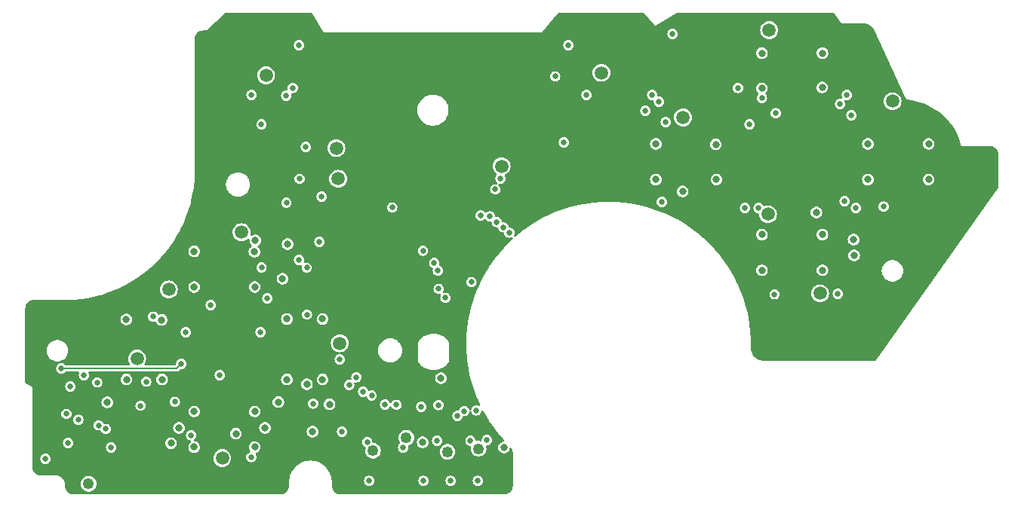
<source format=gbr>
G04 #@! TF.GenerationSoftware,KiCad,Pcbnew,7.0.6*
G04 #@! TF.CreationDate,2023-09-27T17:44:09-07:00*
G04 #@! TF.ProjectId,procon_tactile_button_board,70726f63-6f6e-45f7-9461-6374696c655f,rev?*
G04 #@! TF.SameCoordinates,Original*
G04 #@! TF.FileFunction,Copper,L3,Inr*
G04 #@! TF.FilePolarity,Positive*
%FSLAX46Y46*%
G04 Gerber Fmt 4.6, Leading zero omitted, Abs format (unit mm)*
G04 Created by KiCad (PCBNEW 7.0.6) date 2023-09-27 17:44:09*
%MOMM*%
%LPD*%
G01*
G04 APERTURE LIST*
G04 #@! TA.AperFunction,ViaPad*
%ADD10C,0.800000*%
G04 #@! TD*
G04 #@! TA.AperFunction,ViaPad*
%ADD11C,0.650000*%
G04 #@! TD*
G04 #@! TA.AperFunction,ViaPad*
%ADD12C,1.500000*%
G04 #@! TD*
G04 #@! TA.AperFunction,ViaPad*
%ADD13C,1.250000*%
G04 #@! TD*
G04 #@! TA.AperFunction,Conductor*
%ADD14C,0.200000*%
G04 #@! TD*
G04 APERTURE END LIST*
D10*
X126562720Y-138605612D03*
X170891200Y-132689600D03*
D11*
X99384720Y-162735612D03*
X181334234Y-123893767D03*
X122498720Y-121841612D03*
D10*
X141710917Y-160887606D03*
D11*
X106750720Y-161465612D03*
X118942720Y-153337612D03*
D10*
X106324400Y-156385612D03*
X120751600Y-159918400D03*
D11*
X115132720Y-148511612D03*
D10*
X125526800Y-156362400D03*
X185894937Y-135051757D03*
X190125683Y-139881547D03*
X190062720Y-138097612D03*
D11*
X113919000Y-156337000D03*
D10*
X131267200Y-156616400D03*
D11*
X117926720Y-145463612D03*
X130372720Y-133271612D03*
X160090720Y-121841612D03*
D10*
X129356720Y-159687612D03*
X113487200Y-160985200D03*
D11*
X149860000Y-132461000D03*
D10*
X150842087Y-161464691D03*
D11*
X181198902Y-144250066D03*
X147193000Y-142875000D03*
X123514720Y-148511612D03*
D10*
X125984000Y-142494000D03*
X143764000Y-153670000D03*
D11*
X193432979Y-134393539D03*
D10*
X122936000Y-138176000D03*
D11*
X138303000Y-134493000D03*
X100946952Y-161373173D03*
X115640720Y-153591612D03*
X121990720Y-156131612D03*
X185236720Y-145717612D03*
X125120400Y-152958800D03*
X125726872Y-123395697D03*
X155693975Y-134493000D03*
X173579679Y-135300648D03*
X163392720Y-123063000D03*
X197174720Y-135557612D03*
X121482720Y-146225612D03*
X185236720Y-124889612D03*
X134239000Y-134620000D03*
X101924720Y-160957612D03*
X114624720Y-152067612D03*
X101162720Y-152575612D03*
X147898720Y-165209612D03*
X101747324Y-157686249D03*
X102178720Y-154607612D03*
X158058720Y-116253612D03*
X157550720Y-127175612D03*
X127832720Y-116253612D03*
D12*
X132029200Y-127812800D03*
D11*
X128594720Y-127683612D03*
X103080657Y-158348830D03*
X144850720Y-165209612D03*
X103702720Y-153337612D03*
D13*
X104227219Y-165552532D03*
D11*
X143009050Y-140716947D03*
D10*
X128727900Y-154353612D03*
D11*
X105199223Y-154153663D03*
D10*
X122878000Y-143421000D03*
D11*
X111455200Y-146761200D03*
D10*
X112420400Y-147116800D03*
X126478000Y-147021000D03*
X126478000Y-153821000D03*
D11*
X128736649Y-146524700D03*
D10*
X116078000Y-157421000D03*
D12*
X113233200Y-143713200D03*
D10*
X112478000Y-153821000D03*
X124022720Y-159253572D03*
D11*
X123638935Y-141228354D03*
D10*
X116078000Y-143421000D03*
D11*
X128714653Y-141267635D03*
D10*
X114370720Y-159253572D03*
X122878000Y-157421000D03*
D11*
X110706298Y-154065640D03*
X105357449Y-158975997D03*
X141802720Y-165209612D03*
X135706720Y-165209612D03*
X106157243Y-159380831D03*
D12*
X186309000Y-144145000D03*
D10*
X179778000Y-141546000D03*
X186578000Y-141546000D03*
X186537600Y-121005600D03*
D11*
X188284720Y-144193612D03*
X148228722Y-135386049D03*
X188538720Y-122857612D03*
D10*
X191678000Y-131346000D03*
D11*
X130118720Y-138351612D03*
D10*
X179781200Y-121107200D03*
D11*
X189046720Y-133779612D03*
D10*
X198478000Y-131346000D03*
X174678000Y-131346000D03*
X167878000Y-131346000D03*
D11*
X166694720Y-123619612D03*
D13*
X147987385Y-161597812D03*
D11*
X141753211Y-139354258D03*
X144272000Y-144653000D03*
D13*
X136143221Y-161833702D03*
X144500157Y-161945912D03*
D11*
X143425971Y-141587729D03*
X143510000Y-143637000D03*
D13*
X139885396Y-160369374D03*
D11*
X135028817Y-155203798D03*
D12*
X161772602Y-119345941D03*
D11*
X156591000Y-119761000D03*
X148919230Y-160614197D03*
D10*
X186578000Y-117146000D03*
X179778000Y-117146000D03*
D11*
X147736989Y-157287885D03*
D12*
X180594000Y-114554000D03*
D11*
X151434800Y-137312400D03*
X169742720Y-114983612D03*
X135996469Y-155618506D03*
X150438720Y-131239612D03*
D12*
X150571200Y-129844800D03*
D11*
X145612720Y-157909612D03*
D12*
X170924659Y-124371252D03*
D10*
X174599600Y-127406400D03*
D11*
X168980720Y-124889612D03*
D10*
X167878000Y-127346000D03*
D11*
X146374376Y-157366877D03*
X150759534Y-136710860D03*
X147074758Y-160698843D03*
D10*
X122834400Y-139446000D03*
D11*
X127832720Y-140383612D03*
D10*
X116078000Y-139421000D03*
D11*
X129425838Y-156526572D03*
D12*
X121384754Y-137280073D03*
D11*
X143491167Y-156695445D03*
D10*
X198478000Y-127346000D03*
X191678000Y-127346000D03*
D11*
X150030902Y-136134071D03*
X179781200Y-122174000D03*
D12*
X194437000Y-122555000D03*
D11*
X189300720Y-121841612D03*
X168218720Y-122603612D03*
D10*
X122878000Y-161421000D03*
D12*
X119227600Y-162661600D03*
D10*
X116078000Y-161421000D03*
D11*
X143326720Y-160703612D03*
X132658720Y-159687612D03*
D10*
X130478000Y-147021000D03*
D12*
X132416626Y-149752890D03*
D11*
X139515616Y-161471318D03*
X132404720Y-151559612D03*
D10*
X130478000Y-153821000D03*
D11*
X127140349Y-121050669D03*
X133468723Y-154436917D03*
X141548720Y-156893612D03*
D12*
X124148000Y-119635612D03*
D11*
X137484720Y-156639612D03*
D12*
X132232400Y-131267200D03*
D11*
X127905066Y-131272542D03*
X134284974Y-153564714D03*
D10*
X179778000Y-137546000D03*
D12*
X180467000Y-135255000D03*
D11*
X149261976Y-135483192D03*
X177088800Y-121056400D03*
D10*
X186578000Y-137546000D03*
D11*
X138771393Y-156665823D03*
X179394720Y-134541612D03*
X167456720Y-121841612D03*
X135499804Y-160857483D03*
D10*
X108478000Y-153821000D03*
D11*
X110052720Y-156768800D03*
D10*
X108458000Y-147066000D03*
D12*
X109677200Y-151485600D03*
D11*
X122488221Y-162536550D03*
X115739662Y-160096670D03*
X124276720Y-144701612D03*
X123629229Y-125152363D03*
X126400528Y-121917191D03*
X126428426Y-133955211D03*
X168554400Y-133858000D03*
X177870720Y-134541612D03*
X178378720Y-125143612D03*
X189808720Y-124127612D03*
X190316720Y-134541612D03*
D14*
X101162720Y-152575612D02*
X114116720Y-152575612D01*
X114116720Y-152575612D02*
X114624720Y-152067612D01*
G04 #@! TA.AperFunction,Conductor*
G36*
X129286932Y-112616185D02*
G01*
X129326648Y-112657418D01*
X130536808Y-114705380D01*
X130547001Y-114727966D01*
X130547500Y-114728652D01*
X130547500Y-114728654D01*
X130562174Y-114748852D01*
X130565388Y-114753747D01*
X130569574Y-114760830D01*
X130575797Y-114768358D01*
X130575407Y-114768679D01*
X130581242Y-114775095D01*
X130585888Y-114781490D01*
X130595311Y-114788336D01*
X130605995Y-114792963D01*
X130605997Y-114792965D01*
X130613867Y-114793711D01*
X130622363Y-114795475D01*
X130622443Y-114794973D01*
X130632081Y-114796500D01*
X130632083Y-114796500D01*
X130640314Y-114796500D01*
X130646175Y-114796778D01*
X130671854Y-114799215D01*
X130696491Y-114796500D01*
X155042236Y-114796500D01*
X155046629Y-114796656D01*
X155073454Y-114798560D01*
X155073454Y-114798559D01*
X155073456Y-114798560D01*
X155077874Y-114795805D01*
X155105159Y-114783098D01*
X155110112Y-114781490D01*
X155125928Y-114759720D01*
X155128601Y-114756301D01*
X156753960Y-112823442D01*
X156907636Y-112640694D01*
X156965849Y-112602053D01*
X157002541Y-112596500D01*
X166442850Y-112596500D01*
X166509889Y-112616185D01*
X166538108Y-112641116D01*
X167666733Y-113995467D01*
X167713698Y-114051824D01*
X167718649Y-114058662D01*
X167730083Y-114076955D01*
X167741785Y-114081681D01*
X167761399Y-114091715D01*
X167772088Y-114098445D01*
X167772091Y-114098444D01*
X167781238Y-114100758D01*
X167790637Y-114101414D01*
X167790639Y-114101415D01*
X167802884Y-114098360D01*
X167824666Y-114094946D01*
X167837253Y-114094110D01*
X167853831Y-114080293D01*
X167860646Y-114075359D01*
X170196666Y-112615347D01*
X170262386Y-112596500D01*
X187739394Y-112596500D01*
X187806433Y-112616185D01*
X187836616Y-112643533D01*
X188717919Y-113756758D01*
X188735888Y-113781490D01*
X188737630Y-113782056D01*
X188767991Y-113796743D01*
X188769507Y-113797751D01*
X188769525Y-113797763D01*
X188800072Y-113796500D01*
X191155671Y-113796500D01*
X191180387Y-113796500D01*
X191184796Y-113796657D01*
X191373144Y-113810143D01*
X191390665Y-113812665D01*
X191568657Y-113851431D01*
X191585648Y-113856426D01*
X191756297Y-113920157D01*
X191772393Y-113927517D01*
X191932228Y-114014914D01*
X191947112Y-114024494D01*
X191983564Y-114051824D01*
X192092850Y-114133763D01*
X192106226Y-114145373D01*
X192234917Y-114274299D01*
X192246501Y-114287694D01*
X192332732Y-114403146D01*
X192355498Y-114433626D01*
X192365058Y-114448539D01*
X192455278Y-114614259D01*
X192457255Y-114618220D01*
X192461021Y-114626493D01*
X192463658Y-114632288D01*
X195827347Y-122023765D01*
X195939041Y-122269205D01*
X195940646Y-122274305D01*
X195956876Y-122308396D01*
X195963942Y-122323923D01*
X195966016Y-122327594D01*
X195968835Y-122333515D01*
X195969968Y-122334295D01*
X195991122Y-122352707D01*
X195995915Y-122357943D01*
X195995916Y-122357943D01*
X195996963Y-122358536D01*
X196000176Y-122359430D01*
X196013196Y-122364050D01*
X196013198Y-122364052D01*
X196029473Y-122365344D01*
X196030146Y-122365398D01*
X196037638Y-122366456D01*
X196061778Y-122371381D01*
X196084938Y-122371417D01*
X196106882Y-122373974D01*
X196536456Y-122424038D01*
X196540898Y-122424723D01*
X197029505Y-122518461D01*
X197033890Y-122519471D01*
X197514272Y-122648843D01*
X197518600Y-122650181D01*
X197930639Y-122794356D01*
X197988166Y-122814485D01*
X197992404Y-122816145D01*
X198087781Y-122857612D01*
X198448611Y-123014490D01*
X198452723Y-123016460D01*
X198893127Y-123247781D01*
X198897082Y-123250048D01*
X199319305Y-123513094D01*
X199323084Y-123515646D01*
X199465470Y-123619611D01*
X199710323Y-123798395D01*
X199724841Y-123808995D01*
X199728421Y-123811817D01*
X200107542Y-124133885D01*
X200110905Y-124136962D01*
X200465358Y-124486022D01*
X200468486Y-124489338D01*
X200689806Y-124741912D01*
X200787479Y-124853379D01*
X200796321Y-124863469D01*
X200799197Y-124867006D01*
X201098676Y-125264225D01*
X201101285Y-125267964D01*
X201370772Y-125686103D01*
X201373099Y-125690023D01*
X201611143Y-126126833D01*
X201613176Y-126130914D01*
X201818491Y-126584025D01*
X201820218Y-126588244D01*
X201881783Y-126755900D01*
X201986649Y-127041477D01*
X201991690Y-127055203D01*
X201993103Y-127059537D01*
X202088523Y-127393382D01*
X202104402Y-127448938D01*
X202122726Y-127513046D01*
X202127500Y-127547123D01*
X202127500Y-127548654D01*
X202127962Y-127550077D01*
X202128140Y-127550357D01*
X202136862Y-127566193D01*
X202136864Y-127566195D01*
X202147800Y-127577582D01*
X202153244Y-127584088D01*
X202165889Y-127601491D01*
X202168516Y-127603400D01*
X202198482Y-127612080D01*
X202212193Y-127616536D01*
X202219452Y-127618155D01*
X202225902Y-127620024D01*
X202225902Y-127620023D01*
X202225903Y-127620024D01*
X202226183Y-127620029D01*
X202255257Y-127616500D01*
X205401071Y-127616500D01*
X205424951Y-127616500D01*
X205431031Y-127616799D01*
X205494327Y-127623032D01*
X205591335Y-127632587D01*
X205615163Y-127637326D01*
X205760544Y-127681427D01*
X205782989Y-127690724D01*
X205916967Y-127762337D01*
X205937174Y-127775839D01*
X206007858Y-127833848D01*
X206054601Y-127872208D01*
X206071791Y-127889398D01*
X206168159Y-128006824D01*
X206181663Y-128027034D01*
X206253272Y-128161003D01*
X206262575Y-128183462D01*
X206306671Y-128328830D01*
X206311413Y-128352671D01*
X206327200Y-128512968D01*
X206327499Y-128519048D01*
X206327499Y-132174746D01*
X206307814Y-132241785D01*
X206304803Y-132246255D01*
X192612978Y-151643009D01*
X192558236Y-151686426D01*
X192511674Y-151695500D01*
X179959501Y-151695500D01*
X179959493Y-151695499D01*
X179945059Y-151695499D01*
X179920567Y-151695499D01*
X179915703Y-151695308D01*
X179833599Y-151688848D01*
X179708922Y-151679038D01*
X179689704Y-151675994D01*
X179495146Y-151629288D01*
X179476640Y-151623276D01*
X179291772Y-151546705D01*
X179274435Y-151537871D01*
X179103835Y-151433331D01*
X179088093Y-151421894D01*
X178935936Y-151291943D01*
X178922176Y-151278184D01*
X178914656Y-151269379D01*
X178792226Y-151126035D01*
X178780791Y-151110296D01*
X178775016Y-151100873D01*
X178676239Y-150939687D01*
X178667406Y-150922350D01*
X178590835Y-150737494D01*
X178584822Y-150718989D01*
X178538109Y-150524422D01*
X178535066Y-150505206D01*
X178519815Y-150311428D01*
X178518895Y-150299749D01*
X178518734Y-150292995D01*
X178530572Y-149911377D01*
X178516871Y-149135651D01*
X178516871Y-149135640D01*
X178479182Y-148567946D01*
X178465477Y-148361508D01*
X178376511Y-147590779D01*
X178376510Y-147590769D01*
X178250185Y-146825284D01*
X178086799Y-146066846D01*
X178086799Y-146066845D01*
X177886732Y-145317225D01*
X177886732Y-145317224D01*
X177650462Y-144578224D01*
X177527664Y-144250066D01*
X180618436Y-144250066D01*
X180638214Y-144400300D01*
X180638215Y-144400302D01*
X180680654Y-144502760D01*
X180696204Y-144540299D01*
X180788451Y-144660517D01*
X180908669Y-144752764D01*
X181048666Y-144810753D01*
X181123783Y-144820642D01*
X181198901Y-144830532D01*
X181198902Y-144830532D01*
X181198903Y-144830532D01*
X181248980Y-144823939D01*
X181349138Y-144810753D01*
X181489135Y-144752764D01*
X181609353Y-144660517D01*
X181701600Y-144540299D01*
X181759589Y-144400302D01*
X181779368Y-144250066D01*
X181778567Y-144243985D01*
X181766234Y-144150302D01*
X181765536Y-144145000D01*
X185303659Y-144145000D01*
X185322975Y-144341129D01*
X185380188Y-144529733D01*
X185473086Y-144703532D01*
X185473090Y-144703539D01*
X185598116Y-144855883D01*
X185750460Y-144980909D01*
X185750467Y-144980913D01*
X185924266Y-145073811D01*
X185924269Y-145073811D01*
X185924273Y-145073814D01*
X186112868Y-145131024D01*
X186309000Y-145150341D01*
X186505132Y-145131024D01*
X186693727Y-145073814D01*
X186700762Y-145070054D01*
X186780632Y-145027361D01*
X186867538Y-144980910D01*
X187019883Y-144855883D01*
X187144910Y-144703538D01*
X187226242Y-144551377D01*
X187237811Y-144529733D01*
X187237811Y-144529732D01*
X187237814Y-144529727D01*
X187295024Y-144341132D01*
X187309553Y-144193612D01*
X187704254Y-144193612D01*
X187724032Y-144343846D01*
X187724033Y-144343848D01*
X187757267Y-144424083D01*
X187782022Y-144483845D01*
X187874269Y-144604063D01*
X187994487Y-144696310D01*
X188134484Y-144754299D01*
X188192850Y-144761983D01*
X188284719Y-144774078D01*
X188284720Y-144774078D01*
X188284721Y-144774078D01*
X188376590Y-144761983D01*
X188434956Y-144754299D01*
X188574953Y-144696310D01*
X188695171Y-144604063D01*
X188787418Y-144483845D01*
X188845407Y-144343848D01*
X188865186Y-144193612D01*
X188858249Y-144140924D01*
X188845407Y-144043377D01*
X188845407Y-144043376D01*
X188787418Y-143903379D01*
X188695171Y-143783161D01*
X188574953Y-143690914D01*
X188574949Y-143690912D01*
X188434956Y-143632925D01*
X188434954Y-143632924D01*
X188284721Y-143613146D01*
X188284719Y-143613146D01*
X188134485Y-143632924D01*
X188134483Y-143632925D01*
X187994490Y-143690912D01*
X187994487Y-143690913D01*
X187994487Y-143690914D01*
X187874269Y-143783161D01*
X187801895Y-143877481D01*
X187782020Y-143903382D01*
X187724033Y-144043375D01*
X187724032Y-144043377D01*
X187704254Y-144193611D01*
X187704254Y-144193612D01*
X187309553Y-144193612D01*
X187314341Y-144145000D01*
X187295024Y-143948868D01*
X187237814Y-143760273D01*
X187237811Y-143760269D01*
X187237811Y-143760266D01*
X187144913Y-143586467D01*
X187144909Y-143586460D01*
X187019883Y-143434116D01*
X186867539Y-143309090D01*
X186867532Y-143309086D01*
X186693733Y-143216188D01*
X186693727Y-143216186D01*
X186567996Y-143178045D01*
X186505129Y-143158975D01*
X186309000Y-143139659D01*
X186112870Y-143158975D01*
X185924266Y-143216188D01*
X185750467Y-143309086D01*
X185750460Y-143309090D01*
X185598116Y-143434116D01*
X185473090Y-143586460D01*
X185473086Y-143586467D01*
X185380188Y-143760266D01*
X185322975Y-143948870D01*
X185303659Y-144145000D01*
X181765536Y-144145000D01*
X181759589Y-144099830D01*
X181701600Y-143959833D01*
X181609353Y-143839615D01*
X181489135Y-143747368D01*
X181489131Y-143747366D01*
X181349138Y-143689379D01*
X181349136Y-143689378D01*
X181198903Y-143669600D01*
X181198901Y-143669600D01*
X181048667Y-143689378D01*
X181048665Y-143689379D01*
X180908672Y-143747366D01*
X180908669Y-143747367D01*
X180908669Y-143747368D01*
X180788451Y-143839615D01*
X180704617Y-143948870D01*
X180696202Y-143959836D01*
X180638215Y-144099829D01*
X180638214Y-144099831D01*
X180618436Y-144250065D01*
X180618436Y-144250066D01*
X177527664Y-144250066D01*
X177419226Y-143960284D01*
X177378554Y-143851595D01*
X177378552Y-143851590D01*
X177378552Y-143851589D01*
X177071641Y-143139035D01*
X177071641Y-143139034D01*
X176869974Y-142727176D01*
X176730453Y-142442236D01*
X176672519Y-142337181D01*
X176355799Y-141762850D01*
X176222072Y-141546000D01*
X179122722Y-141546000D01*
X179141762Y-141702818D01*
X179196861Y-141848101D01*
X179197780Y-141850523D01*
X179287517Y-141980530D01*
X179405760Y-142085283D01*
X179405762Y-142085284D01*
X179545634Y-142158696D01*
X179699014Y-142196500D01*
X179699015Y-142196500D01*
X179856985Y-142196500D01*
X180010365Y-142158696D01*
X180029952Y-142148416D01*
X180150240Y-142085283D01*
X180268483Y-141980530D01*
X180358220Y-141850523D01*
X180414237Y-141702818D01*
X180433278Y-141546000D01*
X185922722Y-141546000D01*
X185941762Y-141702818D01*
X185996861Y-141848101D01*
X185997780Y-141850523D01*
X186087517Y-141980530D01*
X186205760Y-142085283D01*
X186205762Y-142085284D01*
X186345634Y-142158696D01*
X186499014Y-142196500D01*
X186499015Y-142196500D01*
X186656985Y-142196500D01*
X186810365Y-142158696D01*
X186829952Y-142148416D01*
X186950240Y-142085283D01*
X187068483Y-141980530D01*
X187158220Y-141850523D01*
X187214237Y-141702818D01*
X187227207Y-141596000D01*
X193222356Y-141596000D01*
X193242884Y-141817535D01*
X193242885Y-141817537D01*
X193303769Y-142031523D01*
X193303775Y-142031538D01*
X193402938Y-142230683D01*
X193402943Y-142230691D01*
X193537020Y-142408238D01*
X193701437Y-142558123D01*
X193701439Y-142558125D01*
X193890595Y-142675245D01*
X193890596Y-142675245D01*
X193890599Y-142675247D01*
X194098060Y-142755618D01*
X194316757Y-142796500D01*
X194316759Y-142796500D01*
X194539241Y-142796500D01*
X194539243Y-142796500D01*
X194757940Y-142755618D01*
X194965401Y-142675247D01*
X195154562Y-142558124D01*
X195318981Y-142408236D01*
X195453058Y-142230689D01*
X195552229Y-142031528D01*
X195613115Y-141817536D01*
X195633643Y-141596000D01*
X195632876Y-141587728D01*
X195613115Y-141374464D01*
X195613114Y-141374462D01*
X195610710Y-141366014D01*
X195552229Y-141160472D01*
X195530782Y-141117400D01*
X195453061Y-140961316D01*
X195453056Y-140961308D01*
X195318979Y-140783761D01*
X195154562Y-140633876D01*
X195154560Y-140633874D01*
X194965404Y-140516754D01*
X194965398Y-140516752D01*
X194757940Y-140436382D01*
X194539243Y-140395500D01*
X194316757Y-140395500D01*
X194098060Y-140436382D01*
X193966864Y-140487207D01*
X193890601Y-140516752D01*
X193890595Y-140516754D01*
X193701439Y-140633874D01*
X193701437Y-140633876D01*
X193537020Y-140783761D01*
X193402943Y-140961308D01*
X193402938Y-140961316D01*
X193303775Y-141160461D01*
X193303769Y-141160476D01*
X193242885Y-141374462D01*
X193242884Y-141374464D01*
X193222356Y-141595999D01*
X193222356Y-141596000D01*
X187227207Y-141596000D01*
X187233278Y-141546000D01*
X187232328Y-141538171D01*
X187214237Y-141389181D01*
X187192992Y-141333164D01*
X187158220Y-141241477D01*
X187068483Y-141111470D01*
X186950240Y-141006717D01*
X186950238Y-141006716D01*
X186950237Y-141006715D01*
X186810365Y-140933303D01*
X186656986Y-140895500D01*
X186656985Y-140895500D01*
X186499015Y-140895500D01*
X186499014Y-140895500D01*
X186345634Y-140933303D01*
X186205762Y-141006715D01*
X186087516Y-141111471D01*
X185997781Y-141241475D01*
X185997780Y-141241476D01*
X185941762Y-141389181D01*
X185922722Y-141545999D01*
X185922722Y-141546000D01*
X180433278Y-141546000D01*
X180432328Y-141538171D01*
X180414237Y-141389181D01*
X180392992Y-141333164D01*
X180358220Y-141241477D01*
X180268483Y-141111470D01*
X180150240Y-141006717D01*
X180150238Y-141006716D01*
X180150237Y-141006715D01*
X180010365Y-140933303D01*
X179856986Y-140895500D01*
X179856985Y-140895500D01*
X179699015Y-140895500D01*
X179699014Y-140895500D01*
X179545634Y-140933303D01*
X179405762Y-141006715D01*
X179287516Y-141111471D01*
X179197781Y-141241475D01*
X179197780Y-141241476D01*
X179141762Y-141389181D01*
X179122722Y-141545999D01*
X179122722Y-141546000D01*
X176222072Y-141546000D01*
X175948552Y-141102465D01*
X175509696Y-140462675D01*
X175509695Y-140462674D01*
X175489714Y-140436382D01*
X175068052Y-139881547D01*
X189470405Y-139881547D01*
X189489445Y-140038365D01*
X189538520Y-140167763D01*
X189545463Y-140186070D01*
X189635200Y-140316077D01*
X189753443Y-140420830D01*
X189753445Y-140420831D01*
X189893317Y-140494243D01*
X190046697Y-140532047D01*
X190046698Y-140532047D01*
X190204668Y-140532047D01*
X190358048Y-140494243D01*
X190418195Y-140462675D01*
X190497923Y-140420830D01*
X190616166Y-140316077D01*
X190705903Y-140186070D01*
X190761920Y-140038365D01*
X190780961Y-139881547D01*
X190771442Y-139803146D01*
X190761920Y-139724728D01*
X190720291Y-139614962D01*
X190705903Y-139577024D01*
X190616166Y-139447017D01*
X190497923Y-139342264D01*
X190497921Y-139342263D01*
X190497920Y-139342262D01*
X190358048Y-139268850D01*
X190204669Y-139231047D01*
X190204668Y-139231047D01*
X190046698Y-139231047D01*
X190046697Y-139231047D01*
X189893317Y-139268850D01*
X189753445Y-139342262D01*
X189635199Y-139447018D01*
X189545464Y-139577022D01*
X189545463Y-139577023D01*
X189489445Y-139724728D01*
X189470405Y-139881546D01*
X189470405Y-139881547D01*
X175068052Y-139881547D01*
X175040253Y-139844968D01*
X175040247Y-139844960D01*
X174541345Y-139250820D01*
X174511232Y-139218308D01*
X174014130Y-138681611D01*
X173954359Y-138623065D01*
X173459875Y-138138711D01*
X173208719Y-137915577D01*
X173208617Y-137915413D01*
X172876073Y-137619869D01*
X172876073Y-137619870D01*
X172876064Y-137619862D01*
X172784197Y-137546000D01*
X179122722Y-137546000D01*
X179141762Y-137702818D01*
X179175998Y-137793089D01*
X179197780Y-137850523D01*
X179287517Y-137980530D01*
X179405760Y-138085283D01*
X179405762Y-138085284D01*
X179545634Y-138158696D01*
X179699014Y-138196500D01*
X179699015Y-138196500D01*
X179856985Y-138196500D01*
X180010365Y-138158696D01*
X180048441Y-138138712D01*
X180150240Y-138085283D01*
X180268483Y-137980530D01*
X180358220Y-137850523D01*
X180414237Y-137702818D01*
X180433278Y-137546000D01*
X185922722Y-137546000D01*
X185941762Y-137702818D01*
X185975998Y-137793089D01*
X185997780Y-137850523D01*
X186087517Y-137980530D01*
X186205760Y-138085283D01*
X186205762Y-138085284D01*
X186345634Y-138158696D01*
X186499014Y-138196500D01*
X186499015Y-138196500D01*
X186656985Y-138196500D01*
X186810365Y-138158696D01*
X186848441Y-138138712D01*
X186926749Y-138097612D01*
X189407442Y-138097612D01*
X189426482Y-138254430D01*
X189463339Y-138351612D01*
X189482500Y-138402135D01*
X189572237Y-138532142D01*
X189690480Y-138636895D01*
X189690482Y-138636896D01*
X189830354Y-138710308D01*
X189983734Y-138748112D01*
X189983735Y-138748112D01*
X190141705Y-138748112D01*
X190295085Y-138710308D01*
X190347334Y-138682885D01*
X190434960Y-138636895D01*
X190553203Y-138532142D01*
X190642940Y-138402135D01*
X190698957Y-138254430D01*
X190717998Y-138097612D01*
X190705376Y-137993655D01*
X190698957Y-137940793D01*
X190673279Y-137873086D01*
X190642940Y-137793089D01*
X190553203Y-137663082D01*
X190434960Y-137558329D01*
X190434958Y-137558328D01*
X190434957Y-137558327D01*
X190295085Y-137484915D01*
X190141706Y-137447112D01*
X190141705Y-137447112D01*
X189983735Y-137447112D01*
X189983734Y-137447112D01*
X189830354Y-137484915D01*
X189690482Y-137558327D01*
X189572236Y-137663083D01*
X189482501Y-137793087D01*
X189482500Y-137793088D01*
X189426482Y-137940793D01*
X189407442Y-138097611D01*
X189407442Y-138097612D01*
X186926749Y-138097612D01*
X186950240Y-138085283D01*
X187068483Y-137980530D01*
X187158220Y-137850523D01*
X187214237Y-137702818D01*
X187233278Y-137546000D01*
X187224804Y-137476205D01*
X187214237Y-137389181D01*
X187192992Y-137333164D01*
X187158220Y-137241477D01*
X187068483Y-137111470D01*
X186950240Y-137006717D01*
X186950238Y-137006716D01*
X186950237Y-137006715D01*
X186810365Y-136933303D01*
X186656986Y-136895500D01*
X186656985Y-136895500D01*
X186499015Y-136895500D01*
X186499014Y-136895500D01*
X186345634Y-136933303D01*
X186205762Y-137006715D01*
X186087516Y-137111471D01*
X185997781Y-137241475D01*
X185997780Y-137241476D01*
X185941762Y-137389181D01*
X185922722Y-137545999D01*
X185922722Y-137546000D01*
X180433278Y-137546000D01*
X180424804Y-137476205D01*
X180414237Y-137389181D01*
X180392992Y-137333163D01*
X180358220Y-137241477D01*
X180268483Y-137111470D01*
X180150240Y-137006717D01*
X180150238Y-137006716D01*
X180150237Y-137006715D01*
X180010365Y-136933303D01*
X179856986Y-136895500D01*
X179856985Y-136895500D01*
X179699015Y-136895500D01*
X179699014Y-136895500D01*
X179545634Y-136933303D01*
X179405762Y-137006715D01*
X179287516Y-137111471D01*
X179197781Y-137241475D01*
X179197780Y-137241476D01*
X179141762Y-137389181D01*
X179122722Y-137545999D01*
X179122722Y-137546000D01*
X172784197Y-137546000D01*
X172263295Y-137127192D01*
X171626999Y-136665307D01*
X171479848Y-136569190D01*
X170968717Y-136235326D01*
X170968716Y-136235326D01*
X170290062Y-135838304D01*
X170028768Y-135702257D01*
X169592664Y-135475192D01*
X168878227Y-135146879D01*
X168878220Y-135146876D01*
X168878211Y-135146872D01*
X168148472Y-134854155D01*
X167617944Y-134671136D01*
X167405205Y-134597747D01*
X167212107Y-134541612D01*
X177290254Y-134541612D01*
X177310032Y-134691846D01*
X177310033Y-134691848D01*
X177365336Y-134825362D01*
X177368022Y-134831845D01*
X177460269Y-134952063D01*
X177580487Y-135044310D01*
X177720484Y-135102299D01*
X177789636Y-135111403D01*
X177870719Y-135122078D01*
X177870720Y-135122078D01*
X177870721Y-135122078D01*
X177951804Y-135111403D01*
X178020956Y-135102299D01*
X178160953Y-135044310D01*
X178281171Y-134952063D01*
X178373418Y-134831845D01*
X178431407Y-134691848D01*
X178451186Y-134541612D01*
X178814254Y-134541612D01*
X178834032Y-134691846D01*
X178834033Y-134691848D01*
X178889336Y-134825362D01*
X178892022Y-134831845D01*
X178984269Y-134952063D01*
X179104487Y-135044310D01*
X179244484Y-135102299D01*
X179354745Y-135116815D01*
X179418642Y-135145081D01*
X179457113Y-135203406D01*
X179461964Y-135251899D01*
X179461659Y-135254998D01*
X179461659Y-135254999D01*
X179480975Y-135451129D01*
X179538188Y-135639733D01*
X179631086Y-135813532D01*
X179631090Y-135813539D01*
X179756116Y-135965883D01*
X179908460Y-136090909D01*
X179908467Y-136090913D01*
X180082266Y-136183811D01*
X180082269Y-136183811D01*
X180082273Y-136183814D01*
X180270868Y-136241024D01*
X180467000Y-136260341D01*
X180663132Y-136241024D01*
X180851727Y-136183814D01*
X181025538Y-136090910D01*
X181177883Y-135965883D01*
X181302910Y-135813538D01*
X181395814Y-135639727D01*
X181453024Y-135451132D01*
X181472341Y-135255000D01*
X181453024Y-135058868D01*
X181450867Y-135051757D01*
X185239659Y-135051757D01*
X185258699Y-135208575D01*
X185298281Y-135312942D01*
X185314717Y-135356280D01*
X185404454Y-135486287D01*
X185522697Y-135591040D01*
X185522699Y-135591041D01*
X185662571Y-135664453D01*
X185815951Y-135702257D01*
X185815952Y-135702257D01*
X185973922Y-135702257D01*
X186127302Y-135664453D01*
X186174401Y-135639733D01*
X186267177Y-135591040D01*
X186385420Y-135486287D01*
X186475157Y-135356280D01*
X186531174Y-135208575D01*
X186550215Y-135051757D01*
X186543409Y-134995699D01*
X186531174Y-134894938D01*
X186497286Y-134805583D01*
X186475157Y-134747234D01*
X186385420Y-134617227D01*
X186300067Y-134541612D01*
X189736254Y-134541612D01*
X189756032Y-134691846D01*
X189756033Y-134691848D01*
X189811336Y-134825362D01*
X189814022Y-134831845D01*
X189906269Y-134952063D01*
X190026487Y-135044310D01*
X190166484Y-135102299D01*
X190235636Y-135111403D01*
X190316719Y-135122078D01*
X190316720Y-135122078D01*
X190316721Y-135122078D01*
X190397804Y-135111403D01*
X190466956Y-135102299D01*
X190606953Y-135044310D01*
X190727171Y-134952063D01*
X190819418Y-134831845D01*
X190877407Y-134691848D01*
X190897186Y-134541612D01*
X190890071Y-134487572D01*
X190883685Y-134439060D01*
X190877692Y-134393539D01*
X192852513Y-134393539D01*
X192872291Y-134543773D01*
X192872292Y-134543775D01*
X192913489Y-134643234D01*
X192930281Y-134683772D01*
X193022528Y-134803990D01*
X193142746Y-134896237D01*
X193282743Y-134954226D01*
X193357861Y-134964115D01*
X193432978Y-134974005D01*
X193432979Y-134974005D01*
X193432980Y-134974005D01*
X193483057Y-134967411D01*
X193583215Y-134954226D01*
X193723212Y-134896237D01*
X193843430Y-134803990D01*
X193935677Y-134683772D01*
X193993666Y-134543775D01*
X194013445Y-134393539D01*
X194006760Y-134342765D01*
X193999292Y-134286037D01*
X193993666Y-134243303D01*
X193935677Y-134103306D01*
X193843430Y-133983088D01*
X193723212Y-133890841D01*
X193723208Y-133890839D01*
X193583215Y-133832852D01*
X193583213Y-133832851D01*
X193432980Y-133813073D01*
X193432978Y-133813073D01*
X193282744Y-133832851D01*
X193282742Y-133832852D01*
X193142749Y-133890839D01*
X193142746Y-133890840D01*
X193142746Y-133890841D01*
X193022528Y-133983088D01*
X192944096Y-134085303D01*
X192930279Y-134103309D01*
X192872292Y-134243302D01*
X192872291Y-134243304D01*
X192852513Y-134393538D01*
X192852513Y-134393539D01*
X190877692Y-134393539D01*
X190877407Y-134391376D01*
X190819418Y-134251379D01*
X190727171Y-134131161D01*
X190606953Y-134038914D01*
X190606949Y-134038912D01*
X190466956Y-133980925D01*
X190466954Y-133980924D01*
X190316721Y-133961146D01*
X190316719Y-133961146D01*
X190166485Y-133980924D01*
X190166483Y-133980925D01*
X190026490Y-134038912D01*
X190026487Y-134038913D01*
X190026487Y-134038914D01*
X189906269Y-134131161D01*
X189851324Y-134202767D01*
X189814020Y-134251382D01*
X189756033Y-134391375D01*
X189756032Y-134391377D01*
X189736254Y-134541611D01*
X189736254Y-134541612D01*
X186300067Y-134541612D01*
X186267177Y-134512474D01*
X186267175Y-134512473D01*
X186267174Y-134512472D01*
X186127302Y-134439060D01*
X185973923Y-134401257D01*
X185973922Y-134401257D01*
X185815952Y-134401257D01*
X185815951Y-134401257D01*
X185662571Y-134439060D01*
X185522699Y-134512472D01*
X185404453Y-134617228D01*
X185314718Y-134747232D01*
X185314717Y-134747233D01*
X185258699Y-134894938D01*
X185239659Y-135051756D01*
X185239659Y-135051757D01*
X181450867Y-135051757D01*
X181395814Y-134870273D01*
X181395811Y-134870269D01*
X181395811Y-134870266D01*
X181302913Y-134696467D01*
X181302909Y-134696460D01*
X181177883Y-134544116D01*
X181025539Y-134419090D01*
X181025532Y-134419086D01*
X180851733Y-134326188D01*
X180851727Y-134326186D01*
X180663132Y-134268976D01*
X180663129Y-134268975D01*
X180467000Y-134249659D01*
X180270870Y-134268975D01*
X180082263Y-134326189D01*
X180076945Y-134329032D01*
X180008542Y-134343269D01*
X179943299Y-134318265D01*
X179903938Y-134267120D01*
X179897419Y-134251382D01*
X179897418Y-134251379D01*
X179805171Y-134131161D01*
X179684953Y-134038914D01*
X179684949Y-134038912D01*
X179544956Y-133980925D01*
X179544954Y-133980924D01*
X179394721Y-133961146D01*
X179394719Y-133961146D01*
X179244485Y-133980924D01*
X179244483Y-133980925D01*
X179104490Y-134038912D01*
X179104487Y-134038913D01*
X179104487Y-134038914D01*
X178984269Y-134131161D01*
X178929324Y-134202767D01*
X178892020Y-134251382D01*
X178834033Y-134391375D01*
X178834032Y-134391377D01*
X178814254Y-134541611D01*
X178814254Y-134541612D01*
X178451186Y-134541612D01*
X178444071Y-134487572D01*
X178437685Y-134439060D01*
X178431407Y-134391376D01*
X178373418Y-134251379D01*
X178281171Y-134131161D01*
X178160953Y-134038914D01*
X178160949Y-134038912D01*
X178020956Y-133980925D01*
X178020954Y-133980924D01*
X177870721Y-133961146D01*
X177870719Y-133961146D01*
X177720485Y-133980924D01*
X177720483Y-133980925D01*
X177580490Y-134038912D01*
X177580487Y-134038913D01*
X177580487Y-134038914D01*
X177460269Y-134131161D01*
X177405324Y-134202767D01*
X177368020Y-134251382D01*
X177310033Y-134391375D01*
X177310032Y-134391377D01*
X177290254Y-134541611D01*
X177290254Y-134541612D01*
X167212107Y-134541612D01*
X166650198Y-134378261D01*
X166650197Y-134378260D01*
X166650191Y-134378259D01*
X166246991Y-134282310D01*
X165885294Y-134196237D01*
X165112352Y-134052115D01*
X165010386Y-134038259D01*
X164333263Y-133946248D01*
X163549870Y-133878888D01*
X162977673Y-133858000D01*
X167973934Y-133858000D01*
X167993712Y-134008234D01*
X167993713Y-134008236D01*
X168044630Y-134131161D01*
X168051702Y-134148233D01*
X168143949Y-134268451D01*
X168264167Y-134360698D01*
X168404164Y-134418687D01*
X168479281Y-134428576D01*
X168554399Y-134438466D01*
X168554400Y-134438466D01*
X168554401Y-134438466D01*
X168604478Y-134431872D01*
X168704636Y-134418687D01*
X168844633Y-134360698D01*
X168964851Y-134268451D01*
X169057098Y-134148233D01*
X169115087Y-134008236D01*
X169134866Y-133858000D01*
X169124546Y-133779612D01*
X188466254Y-133779612D01*
X188486032Y-133929846D01*
X188486033Y-133929848D01*
X188542201Y-134065450D01*
X188544022Y-134069845D01*
X188636269Y-134190063D01*
X188756487Y-134282310D01*
X188896484Y-134340299D01*
X188971601Y-134350188D01*
X189046719Y-134360078D01*
X189046720Y-134360078D01*
X189046721Y-134360078D01*
X189096798Y-134353484D01*
X189196956Y-134340299D01*
X189336953Y-134282310D01*
X189457171Y-134190063D01*
X189549418Y-134069845D01*
X189607407Y-133929848D01*
X189627186Y-133779612D01*
X189607407Y-133629376D01*
X189549418Y-133489379D01*
X189457171Y-133369161D01*
X189336953Y-133276914D01*
X189336949Y-133276912D01*
X189196956Y-133218925D01*
X189196954Y-133218924D01*
X189046721Y-133199146D01*
X189046719Y-133199146D01*
X188896485Y-133218924D01*
X188896483Y-133218925D01*
X188756490Y-133276912D01*
X188756487Y-133276913D01*
X188756487Y-133276914D01*
X188636269Y-133369161D01*
X188572311Y-133452513D01*
X188544020Y-133489382D01*
X188486033Y-133629375D01*
X188486032Y-133629377D01*
X188466254Y-133779611D01*
X188466254Y-133779612D01*
X169124546Y-133779612D01*
X169115087Y-133707764D01*
X169057098Y-133567767D01*
X168964851Y-133447549D01*
X168844633Y-133355302D01*
X168844629Y-133355300D01*
X168704636Y-133297313D01*
X168704634Y-133297312D01*
X168554401Y-133277534D01*
X168554399Y-133277534D01*
X168404165Y-133297312D01*
X168404163Y-133297313D01*
X168264170Y-133355300D01*
X168264167Y-133355301D01*
X168264167Y-133355302D01*
X168213052Y-133394524D01*
X168143949Y-133447549D01*
X168051700Y-133567770D01*
X167993713Y-133707763D01*
X167993712Y-133707765D01*
X167973934Y-133857999D01*
X167973934Y-133858000D01*
X162977673Y-133858000D01*
X162764140Y-133850205D01*
X162764137Y-133850205D01*
X162764136Y-133850205D01*
X162502069Y-133853557D01*
X161977929Y-133860264D01*
X161411737Y-133895457D01*
X161193188Y-133909042D01*
X161193184Y-133909042D01*
X161193175Y-133909043D01*
X160796883Y-133953358D01*
X160411795Y-133996420D01*
X159635655Y-134122187D01*
X158866653Y-134286037D01*
X158106657Y-134487572D01*
X157451136Y-134696467D01*
X157357506Y-134726304D01*
X156972450Y-134870266D01*
X156636956Y-134995698D01*
X156621033Y-135001651D01*
X156418421Y-135089006D01*
X155899022Y-135312942D01*
X155193219Y-135659427D01*
X154505341Y-136040261D01*
X153891734Y-136420630D01*
X153837061Y-136454521D01*
X153322544Y-136809702D01*
X153189999Y-136901200D01*
X152915393Y-137111470D01*
X152565736Y-137379207D01*
X152131109Y-137747347D01*
X152067231Y-137775656D01*
X151998189Y-137764937D01*
X151945902Y-137718591D01*
X151926972Y-137651335D01*
X151936403Y-137605275D01*
X151937496Y-137602634D01*
X151937498Y-137602633D01*
X151995487Y-137462636D01*
X152015266Y-137312400D01*
X152010770Y-137278253D01*
X152002253Y-137213558D01*
X151995487Y-137162164D01*
X151937498Y-137022167D01*
X151845251Y-136901949D01*
X151725033Y-136809702D01*
X151725029Y-136809700D01*
X151617637Y-136765217D01*
X151585036Y-136751713D01*
X151435484Y-136732024D01*
X151371588Y-136703757D01*
X151333117Y-136645433D01*
X151328732Y-136625277D01*
X151320221Y-136560624D01*
X151262232Y-136420627D01*
X151169985Y-136300409D01*
X151049767Y-136208162D01*
X151049763Y-136208160D01*
X150909770Y-136150173D01*
X150909768Y-136150172D01*
X150759535Y-136130394D01*
X150759531Y-136130394D01*
X150736354Y-136133445D01*
X150667318Y-136122679D01*
X150615063Y-136076298D01*
X150597231Y-136026691D01*
X150591860Y-135985891D01*
X150591589Y-135983835D01*
X150533600Y-135843838D01*
X150441353Y-135723620D01*
X150321135Y-135631373D01*
X150321131Y-135631371D01*
X150181138Y-135573384D01*
X150181136Y-135573383D01*
X150030903Y-135553605D01*
X150030899Y-135553605D01*
X149977702Y-135560608D01*
X149908667Y-135549842D01*
X149856412Y-135503461D01*
X149838579Y-135453856D01*
X149822663Y-135332956D01*
X149764674Y-135192959D01*
X149672427Y-135072741D01*
X149552209Y-134980494D01*
X149552205Y-134980492D01*
X149412212Y-134922505D01*
X149412210Y-134922504D01*
X149261977Y-134902726D01*
X149261975Y-134902726D01*
X149111741Y-134922504D01*
X149111739Y-134922505D01*
X148971745Y-134980492D01*
X148971742Y-134980494D01*
X148863160Y-135063812D01*
X148797991Y-135089006D01*
X148729546Y-135074967D01*
X148689300Y-135040925D01*
X148639173Y-134975598D01*
X148518955Y-134883351D01*
X148518951Y-134883349D01*
X148378958Y-134825362D01*
X148378956Y-134825361D01*
X148228723Y-134805583D01*
X148228721Y-134805583D01*
X148078487Y-134825361D01*
X148078485Y-134825362D01*
X147938492Y-134883349D01*
X147938489Y-134883350D01*
X147938489Y-134883351D01*
X147818271Y-134975598D01*
X147754376Y-135058868D01*
X147726022Y-135095819D01*
X147668035Y-135235812D01*
X147668034Y-135235814D01*
X147648256Y-135386048D01*
X147648256Y-135386049D01*
X147668034Y-135536283D01*
X147668035Y-135536285D01*
X147719041Y-135659425D01*
X147726024Y-135676282D01*
X147818271Y-135796500D01*
X147938489Y-135888747D01*
X148078486Y-135946736D01*
X148153603Y-135956625D01*
X148228721Y-135966515D01*
X148228722Y-135966515D01*
X148228723Y-135966515D01*
X148278800Y-135959921D01*
X148378958Y-135946736D01*
X148518955Y-135888747D01*
X148627537Y-135805428D01*
X148692705Y-135780234D01*
X148761150Y-135794272D01*
X148801398Y-135828317D01*
X148813308Y-135843838D01*
X148851525Y-135893643D01*
X148971743Y-135985890D01*
X149111740Y-136043879D01*
X149186858Y-136053768D01*
X149261975Y-136063658D01*
X149261976Y-136063658D01*
X149315174Y-136056654D01*
X149384208Y-136067419D01*
X149436464Y-136113799D01*
X149454298Y-136163407D01*
X149468954Y-136274732D01*
X149470215Y-136284306D01*
X149470215Y-136284307D01*
X149497947Y-136351259D01*
X149528204Y-136424304D01*
X149620451Y-136544522D01*
X149740669Y-136636769D01*
X149880666Y-136694758D01*
X150030902Y-136714537D01*
X150054080Y-136711485D01*
X150123113Y-136722249D01*
X150175369Y-136768628D01*
X150193204Y-136818237D01*
X150198847Y-136861096D01*
X150256836Y-137001093D01*
X150349083Y-137121311D01*
X150469301Y-137213558D01*
X150609298Y-137271547D01*
X150758850Y-137291235D01*
X150822745Y-137319501D01*
X150861216Y-137377825D01*
X150865602Y-137397988D01*
X150874113Y-137462635D01*
X150874113Y-137462636D01*
X150913750Y-137558329D01*
X150932102Y-137602633D01*
X151024349Y-137722851D01*
X151144567Y-137815098D01*
X151284564Y-137873087D01*
X151359682Y-137882976D01*
X151434799Y-137892866D01*
X151434800Y-137892866D01*
X151434801Y-137892866D01*
X151476318Y-137887400D01*
X151585036Y-137873087D01*
X151665070Y-137839935D01*
X151734536Y-137832467D01*
X151797015Y-137863741D01*
X151832668Y-137923830D01*
X151830175Y-137993655D01*
X151797229Y-138045053D01*
X151415501Y-138402135D01*
X151391565Y-138424526D01*
X150844523Y-138989287D01*
X150844517Y-138989293D01*
X150844510Y-138989301D01*
X150524304Y-139354257D01*
X150325967Y-139580312D01*
X150179610Y-139764708D01*
X149837155Y-140196168D01*
X149837156Y-140196168D01*
X149379281Y-140835351D01*
X149268582Y-141007176D01*
X149117633Y-141241476D01*
X148953449Y-141496318D01*
X148733389Y-141877962D01*
X148577443Y-142148416D01*
X148560695Y-142177461D01*
X148398404Y-142494000D01*
X148242274Y-142798523D01*
X148201974Y-142877125D01*
X148027043Y-143264182D01*
X147878159Y-143593607D01*
X147878157Y-143593611D01*
X147590030Y-144325180D01*
X147590026Y-144325191D01*
X147338293Y-145070054D01*
X147338293Y-145070055D01*
X147123555Y-145826430D01*
X146946343Y-146592457D01*
X146807082Y-147366291D01*
X146706113Y-148146030D01*
X146706113Y-148146031D01*
X146706112Y-148146045D01*
X146643678Y-148929826D01*
X146619932Y-149715730D01*
X146634932Y-150501851D01*
X146688640Y-151286278D01*
X146736427Y-151690596D01*
X146778038Y-152042659D01*
X146780928Y-152067106D01*
X146884444Y-152681454D01*
X146911573Y-152842457D01*
X147080249Y-153610397D01*
X147286557Y-154369116D01*
X147380664Y-154658135D01*
X147529685Y-155115808D01*
X147529993Y-155116752D01*
X147809959Y-155851474D01*
X147860142Y-155965884D01*
X148125783Y-156571516D01*
X148125786Y-156571522D01*
X148125786Y-156571523D01*
X148137710Y-156595432D01*
X148150014Y-156664209D01*
X148123180Y-156728721D01*
X148065729Y-156768484D01*
X147995900Y-156770875D01*
X147979292Y-156765333D01*
X147887228Y-156727199D01*
X147887223Y-156727197D01*
X147736990Y-156707419D01*
X147736988Y-156707419D01*
X147586754Y-156727197D01*
X147586752Y-156727198D01*
X147446759Y-156785185D01*
X147446756Y-156785186D01*
X147446756Y-156785187D01*
X147326538Y-156877434D01*
X147242872Y-156986470D01*
X147234289Y-156997655D01*
X147176302Y-157137648D01*
X147176302Y-157137649D01*
X147170632Y-157180715D01*
X147142365Y-157244611D01*
X147084040Y-157283081D01*
X147014175Y-157283912D01*
X146954952Y-157246839D01*
X146933132Y-157211980D01*
X146921356Y-157183551D01*
X146897336Y-157125561D01*
X146877076Y-157076648D01*
X146877076Y-157076647D01*
X146876789Y-157076273D01*
X146784827Y-156956426D01*
X146664609Y-156864179D01*
X146664605Y-156864177D01*
X146524612Y-156806190D01*
X146524610Y-156806189D01*
X146374377Y-156786411D01*
X146374375Y-156786411D01*
X146224141Y-156806189D01*
X146224139Y-156806190D01*
X146084146Y-156864177D01*
X146084143Y-156864178D01*
X146084143Y-156864179D01*
X145963925Y-156956426D01*
X145885192Y-157059033D01*
X145871676Y-157076647D01*
X145813688Y-157216641D01*
X145811891Y-157230298D01*
X145783624Y-157294195D01*
X145725299Y-157332665D01*
X145672767Y-157337051D01*
X145612721Y-157329146D01*
X145612719Y-157329146D01*
X145462485Y-157348924D01*
X145462483Y-157348925D01*
X145322490Y-157406912D01*
X145322487Y-157406913D01*
X145322487Y-157406914D01*
X145234958Y-157474078D01*
X145202269Y-157499161D01*
X145110020Y-157619382D01*
X145052033Y-157759375D01*
X145052032Y-157759377D01*
X145032254Y-157909611D01*
X145032254Y-157909612D01*
X145052032Y-158059846D01*
X145052033Y-158059848D01*
X145109503Y-158198594D01*
X145110022Y-158199845D01*
X145202269Y-158320063D01*
X145322487Y-158412310D01*
X145462484Y-158470299D01*
X145537601Y-158480188D01*
X145612719Y-158490078D01*
X145612720Y-158490078D01*
X145612721Y-158490078D01*
X145662798Y-158483484D01*
X145762956Y-158470299D01*
X145902953Y-158412310D01*
X146023171Y-158320063D01*
X146115418Y-158199845D01*
X146173407Y-158059848D01*
X146175205Y-158046190D01*
X146203467Y-157982298D01*
X146261790Y-157943824D01*
X146314326Y-157939437D01*
X146374376Y-157947343D01*
X146524612Y-157927564D01*
X146664609Y-157869575D01*
X146784827Y-157777328D01*
X146877074Y-157657110D01*
X146935063Y-157517113D01*
X146940732Y-157474047D01*
X146968998Y-157410152D01*
X147027322Y-157371680D01*
X147097186Y-157370848D01*
X147156410Y-157407920D01*
X147178232Y-157442780D01*
X147234166Y-157577818D01*
X147234291Y-157578118D01*
X147326538Y-157698336D01*
X147446756Y-157790583D01*
X147586753Y-157848572D01*
X147639589Y-157855528D01*
X147736988Y-157868351D01*
X147736989Y-157868351D01*
X147736990Y-157868351D01*
X147787067Y-157861758D01*
X147887225Y-157848572D01*
X148027222Y-157790583D01*
X148147440Y-157698336D01*
X148239687Y-157578118D01*
X148297676Y-157438121D01*
X148300433Y-157417177D01*
X148328699Y-157353281D01*
X148387024Y-157314810D01*
X148456888Y-157313979D01*
X148516112Y-157351051D01*
X148531476Y-157372622D01*
X148861850Y-157960605D01*
X148861851Y-157960606D01*
X149128352Y-158384550D01*
X149184141Y-158473299D01*
X149280302Y-158626269D01*
X149731027Y-159270495D01*
X149731027Y-159270494D01*
X149731034Y-159270504D01*
X150212956Y-159891752D01*
X150212955Y-159891752D01*
X150724895Y-160488503D01*
X150724905Y-160488514D01*
X150724908Y-160488517D01*
X150742531Y-160507121D01*
X150836248Y-160606053D01*
X150868061Y-160668260D01*
X150861192Y-160737791D01*
X150817823Y-160792571D01*
X150770041Y-160811004D01*
X150770384Y-160812396D01*
X150609721Y-160851994D01*
X150469849Y-160925406D01*
X150469846Y-160925408D01*
X150469847Y-160925408D01*
X150359033Y-161023580D01*
X150351603Y-161030162D01*
X150261868Y-161160166D01*
X150261867Y-161160167D01*
X150205849Y-161307872D01*
X150186809Y-161464690D01*
X150186809Y-161464691D01*
X150205849Y-161621509D01*
X150248052Y-161732788D01*
X150261867Y-161769214D01*
X150351604Y-161899221D01*
X150469847Y-162003974D01*
X150469849Y-162003975D01*
X150609721Y-162077387D01*
X150763101Y-162115191D01*
X150763102Y-162115191D01*
X150921072Y-162115191D01*
X151074452Y-162077387D01*
X151109182Y-162059159D01*
X151214327Y-162003974D01*
X151332570Y-161899221D01*
X151422307Y-161769214D01*
X151478324Y-161621509D01*
X151482000Y-161591228D01*
X151509620Y-161527052D01*
X151567553Y-161487994D01*
X151637406Y-161486457D01*
X151697001Y-161522930D01*
X151709798Y-161539739D01*
X151718574Y-161553570D01*
X151727897Y-161571278D01*
X151777041Y-161686279D01*
X151783393Y-161705251D01*
X151813403Y-161826661D01*
X151816621Y-161846408D01*
X151827298Y-161978269D01*
X151827500Y-161983255D01*
X151827500Y-165792951D01*
X151827201Y-165799032D01*
X151811413Y-165959329D01*
X151806671Y-165983169D01*
X151762575Y-166128537D01*
X151753272Y-166150996D01*
X151681663Y-166284965D01*
X151668159Y-166305175D01*
X151571791Y-166422601D01*
X151554601Y-166439791D01*
X151437175Y-166536159D01*
X151416965Y-166549663D01*
X151282996Y-166621272D01*
X151260537Y-166630575D01*
X151115169Y-166674671D01*
X151091329Y-166679413D01*
X150931032Y-166695201D01*
X150924951Y-166695500D01*
X132431049Y-166695500D01*
X132424968Y-166695201D01*
X132264671Y-166679413D01*
X132240830Y-166674671D01*
X132095462Y-166630575D01*
X132073005Y-166621273D01*
X131939035Y-166549663D01*
X131918824Y-166536159D01*
X131801398Y-166439791D01*
X131784208Y-166422601D01*
X131687840Y-166305175D01*
X131674336Y-166284965D01*
X131662525Y-166262868D01*
X131602724Y-166150989D01*
X131593427Y-166128544D01*
X131549326Y-165983163D01*
X131544587Y-165959335D01*
X131528799Y-165799031D01*
X131528500Y-165792951D01*
X131528500Y-165209612D01*
X135126254Y-165209612D01*
X135146032Y-165359846D01*
X135146033Y-165359848D01*
X135204022Y-165499845D01*
X135296269Y-165620063D01*
X135416487Y-165712310D01*
X135556484Y-165770299D01*
X135631601Y-165780188D01*
X135706719Y-165790078D01*
X135706720Y-165790078D01*
X135706721Y-165790078D01*
X135756798Y-165783485D01*
X135856956Y-165770299D01*
X135996953Y-165712310D01*
X136117171Y-165620063D01*
X136209418Y-165499845D01*
X136267407Y-165359848D01*
X136287186Y-165209612D01*
X141222254Y-165209612D01*
X141242032Y-165359846D01*
X141242033Y-165359848D01*
X141300022Y-165499845D01*
X141392269Y-165620063D01*
X141512487Y-165712310D01*
X141652484Y-165770299D01*
X141727602Y-165780188D01*
X141802719Y-165790078D01*
X141802720Y-165790078D01*
X141802721Y-165790078D01*
X141852798Y-165783485D01*
X141952956Y-165770299D01*
X142092953Y-165712310D01*
X142213171Y-165620063D01*
X142305418Y-165499845D01*
X142363407Y-165359848D01*
X142383186Y-165209612D01*
X144270254Y-165209612D01*
X144290032Y-165359846D01*
X144290033Y-165359848D01*
X144348022Y-165499845D01*
X144440269Y-165620063D01*
X144560487Y-165712310D01*
X144700484Y-165770299D01*
X144775602Y-165780188D01*
X144850719Y-165790078D01*
X144850720Y-165790078D01*
X144850721Y-165790078D01*
X144900798Y-165783485D01*
X145000956Y-165770299D01*
X145140953Y-165712310D01*
X145261171Y-165620063D01*
X145353418Y-165499845D01*
X145411407Y-165359848D01*
X145431186Y-165209612D01*
X147318254Y-165209612D01*
X147338032Y-165359846D01*
X147338033Y-165359848D01*
X147396022Y-165499845D01*
X147488269Y-165620063D01*
X147608487Y-165712310D01*
X147748484Y-165770299D01*
X147823601Y-165780188D01*
X147898719Y-165790078D01*
X147898720Y-165790078D01*
X147898721Y-165790078D01*
X147948798Y-165783485D01*
X148048956Y-165770299D01*
X148188953Y-165712310D01*
X148309171Y-165620063D01*
X148401418Y-165499845D01*
X148459407Y-165359848D01*
X148479186Y-165209612D01*
X148477257Y-165194963D01*
X148459407Y-165059377D01*
X148459407Y-165059376D01*
X148401418Y-164919379D01*
X148309171Y-164799161D01*
X148188953Y-164706914D01*
X148188949Y-164706912D01*
X148048956Y-164648925D01*
X148048954Y-164648924D01*
X147898721Y-164629146D01*
X147898719Y-164629146D01*
X147748485Y-164648924D01*
X147748483Y-164648925D01*
X147608490Y-164706912D01*
X147608487Y-164706913D01*
X147608487Y-164706914D01*
X147488269Y-164799161D01*
X147399494Y-164914855D01*
X147396020Y-164919382D01*
X147338033Y-165059375D01*
X147338032Y-165059377D01*
X147318254Y-165209611D01*
X147318254Y-165209612D01*
X145431186Y-165209612D01*
X145429257Y-165194963D01*
X145411407Y-165059377D01*
X145411407Y-165059376D01*
X145353418Y-164919379D01*
X145261171Y-164799161D01*
X145140953Y-164706914D01*
X145140949Y-164706912D01*
X145000956Y-164648925D01*
X145000954Y-164648924D01*
X144850721Y-164629146D01*
X144850719Y-164629146D01*
X144700485Y-164648924D01*
X144700483Y-164648925D01*
X144560490Y-164706912D01*
X144560487Y-164706913D01*
X144560487Y-164706914D01*
X144440269Y-164799161D01*
X144351494Y-164914855D01*
X144348020Y-164919382D01*
X144290033Y-165059375D01*
X144290032Y-165059377D01*
X144270254Y-165209611D01*
X144270254Y-165209612D01*
X142383186Y-165209612D01*
X142381257Y-165194963D01*
X142363407Y-165059377D01*
X142363407Y-165059376D01*
X142305418Y-164919379D01*
X142213171Y-164799161D01*
X142092953Y-164706914D01*
X142092949Y-164706912D01*
X141952956Y-164648925D01*
X141952954Y-164648924D01*
X141802721Y-164629146D01*
X141802719Y-164629146D01*
X141652485Y-164648924D01*
X141652483Y-164648925D01*
X141512490Y-164706912D01*
X141512487Y-164706913D01*
X141512487Y-164706914D01*
X141392269Y-164799161D01*
X141303494Y-164914855D01*
X141300020Y-164919382D01*
X141242033Y-165059375D01*
X141242032Y-165059377D01*
X141222254Y-165209611D01*
X141222254Y-165209612D01*
X136287186Y-165209612D01*
X136285257Y-165194963D01*
X136267407Y-165059377D01*
X136267407Y-165059376D01*
X136209418Y-164919379D01*
X136117171Y-164799161D01*
X135996953Y-164706914D01*
X135996949Y-164706912D01*
X135856956Y-164648925D01*
X135856954Y-164648924D01*
X135706721Y-164629146D01*
X135706719Y-164629146D01*
X135556485Y-164648924D01*
X135556483Y-164648925D01*
X135416490Y-164706912D01*
X135416487Y-164706913D01*
X135416487Y-164706914D01*
X135296269Y-164799161D01*
X135207494Y-164914855D01*
X135204020Y-164919382D01*
X135146033Y-165059375D01*
X135146032Y-165059377D01*
X135126254Y-165209611D01*
X135126254Y-165209612D01*
X131528500Y-165209612D01*
X131528500Y-165194974D01*
X131528499Y-165194963D01*
X131493684Y-164919382D01*
X131490642Y-164895302D01*
X131427384Y-164648925D01*
X131415525Y-164602737D01*
X131415524Y-164602734D01*
X131304336Y-164321904D01*
X131304335Y-164321903D01*
X131304334Y-164321901D01*
X131304332Y-164321896D01*
X131158816Y-164057205D01*
X131158810Y-164057198D01*
X131158808Y-164057193D01*
X130981280Y-163812846D01*
X130981272Y-163812836D01*
X130774505Y-163592652D01*
X130541763Y-163400111D01*
X130286738Y-163238268D01*
X130286732Y-163238265D01*
X130013436Y-163109661D01*
X130013431Y-163109659D01*
X129726164Y-163016320D01*
X129726161Y-163016319D01*
X129726160Y-163016319D01*
X129577808Y-162988019D01*
X129429453Y-162959719D01*
X129429446Y-162959718D01*
X129128005Y-162940754D01*
X129127995Y-162940754D01*
X128826553Y-162959718D01*
X128826546Y-162959719D01*
X128529835Y-163016320D01*
X128242568Y-163109659D01*
X128242563Y-163109661D01*
X127969267Y-163238265D01*
X127969261Y-163238268D01*
X127714236Y-163400111D01*
X127481494Y-163592652D01*
X127274727Y-163812836D01*
X127274719Y-163812846D01*
X127097191Y-164057193D01*
X127097184Y-164057205D01*
X126951664Y-164321903D01*
X126951663Y-164321904D01*
X126840475Y-164602734D01*
X126840474Y-164602737D01*
X126765357Y-164895304D01*
X126727500Y-165194963D01*
X126727499Y-165194974D01*
X126727500Y-165792951D01*
X126727201Y-165799032D01*
X126711413Y-165959329D01*
X126706671Y-165983169D01*
X126662575Y-166128537D01*
X126653272Y-166150996D01*
X126581663Y-166284965D01*
X126568159Y-166305175D01*
X126471791Y-166422601D01*
X126454601Y-166439791D01*
X126337175Y-166536159D01*
X126316965Y-166549663D01*
X126182996Y-166621272D01*
X126160537Y-166630575D01*
X126015169Y-166674671D01*
X125991329Y-166679413D01*
X125831032Y-166695201D01*
X125824951Y-166695500D01*
X102481049Y-166695500D01*
X102474968Y-166695201D01*
X102314671Y-166679413D01*
X102290830Y-166674671D01*
X102145462Y-166630575D01*
X102123005Y-166621273D01*
X101989035Y-166549663D01*
X101968824Y-166536159D01*
X101851398Y-166439791D01*
X101834208Y-166422601D01*
X101737840Y-166305175D01*
X101724336Y-166284965D01*
X101712525Y-166262868D01*
X101652724Y-166150989D01*
X101643427Y-166128544D01*
X101599326Y-165983163D01*
X101594587Y-165959335D01*
X101578799Y-165799031D01*
X101578500Y-165792951D01*
X101578500Y-165599721D01*
X101578499Y-165599716D01*
X101570179Y-165552532D01*
X103346897Y-165552532D01*
X103366134Y-165735561D01*
X103366135Y-165735564D01*
X103423002Y-165910585D01*
X103423005Y-165910591D01*
X103515024Y-166069972D01*
X103567756Y-166128537D01*
X103638168Y-166206738D01*
X103638170Y-166206740D01*
X103787053Y-166314910D01*
X103787054Y-166314910D01*
X103787058Y-166314913D01*
X103924172Y-166375960D01*
X103955180Y-166389766D01*
X103955185Y-166389768D01*
X104135200Y-166428032D01*
X104319238Y-166428032D01*
X104499253Y-166389768D01*
X104667380Y-166314913D01*
X104816269Y-166206739D01*
X104939414Y-166069972D01*
X105031433Y-165910591D01*
X105088304Y-165735561D01*
X105107541Y-165552532D01*
X105088304Y-165369503D01*
X105042695Y-165229134D01*
X105031435Y-165194478D01*
X105031432Y-165194472D01*
X104955162Y-165062369D01*
X104939414Y-165035092D01*
X104816269Y-164898325D01*
X104816267Y-164898323D01*
X104667384Y-164790153D01*
X104667381Y-164790151D01*
X104667380Y-164790151D01*
X104606331Y-164762970D01*
X104499257Y-164715297D01*
X104499252Y-164715295D01*
X104319238Y-164677032D01*
X104135200Y-164677032D01*
X103955185Y-164715295D01*
X103955180Y-164715297D01*
X103787058Y-164790151D01*
X103787053Y-164790153D01*
X103638170Y-164898323D01*
X103638168Y-164898325D01*
X103515023Y-165035093D01*
X103423005Y-165194472D01*
X103423002Y-165194478D01*
X103369271Y-165359848D01*
X103366134Y-165369503D01*
X103346897Y-165552532D01*
X101570179Y-165552532D01*
X101545062Y-165410082D01*
X101479202Y-165229132D01*
X101382921Y-165062368D01*
X101348608Y-165021475D01*
X101259144Y-164914855D01*
X101121264Y-164799161D01*
X101111632Y-164791079D01*
X101056043Y-164758985D01*
X100944872Y-164694800D01*
X100944869Y-164694799D01*
X100944868Y-164694798D01*
X100896056Y-164677032D01*
X100763917Y-164628937D01*
X100574283Y-164595500D01*
X100574281Y-164595500D01*
X100493917Y-164595500D01*
X98831049Y-164595500D01*
X98824968Y-164595201D01*
X98664671Y-164579413D01*
X98640830Y-164574671D01*
X98495462Y-164530575D01*
X98473005Y-164521273D01*
X98339035Y-164449663D01*
X98318824Y-164436159D01*
X98201398Y-164339791D01*
X98184208Y-164322601D01*
X98183629Y-164321896D01*
X98087839Y-164205174D01*
X98074336Y-164184965D01*
X98062525Y-164162868D01*
X98002724Y-164050989D01*
X97993427Y-164028544D01*
X97949326Y-163883163D01*
X97944587Y-163859335D01*
X97928799Y-163699031D01*
X97928500Y-163692951D01*
X97928500Y-162735612D01*
X98804254Y-162735612D01*
X98824032Y-162885846D01*
X98824033Y-162885848D01*
X98878076Y-163016320D01*
X98882022Y-163025845D01*
X98974269Y-163146063D01*
X99094487Y-163238310D01*
X99234484Y-163296299D01*
X99309602Y-163306188D01*
X99384719Y-163316078D01*
X99384720Y-163316078D01*
X99384721Y-163316078D01*
X99434798Y-163309485D01*
X99534956Y-163296299D01*
X99674953Y-163238310D01*
X99795171Y-163146063D01*
X99887418Y-163025845D01*
X99945407Y-162885848D01*
X99965186Y-162735612D01*
X99956671Y-162670938D01*
X99955442Y-162661600D01*
X118222259Y-162661600D01*
X118241575Y-162857729D01*
X118241576Y-162857732D01*
X118289683Y-163016320D01*
X118298788Y-163046333D01*
X118391686Y-163220132D01*
X118391690Y-163220139D01*
X118516716Y-163372483D01*
X118669060Y-163497509D01*
X118669067Y-163497513D01*
X118842866Y-163590411D01*
X118842869Y-163590411D01*
X118842873Y-163590414D01*
X119031468Y-163647624D01*
X119227600Y-163666941D01*
X119423732Y-163647624D01*
X119612327Y-163590414D01*
X119786138Y-163497510D01*
X119938483Y-163372483D01*
X120063510Y-163220138D01*
X120156414Y-163046327D01*
X120213624Y-162857732D01*
X120232941Y-162661600D01*
X120220625Y-162536550D01*
X121907755Y-162536550D01*
X121927533Y-162686784D01*
X121927534Y-162686786D01*
X121967448Y-162783148D01*
X121985523Y-162826783D01*
X122077770Y-162947001D01*
X122197988Y-163039248D01*
X122337985Y-163097237D01*
X122413102Y-163107126D01*
X122488220Y-163117016D01*
X122488221Y-163117016D01*
X122488222Y-163117016D01*
X122538299Y-163110423D01*
X122638457Y-163097237D01*
X122778454Y-163039248D01*
X122898672Y-162947001D01*
X122990919Y-162826783D01*
X123048908Y-162686786D01*
X123068687Y-162536550D01*
X123048908Y-162386314D01*
X123003573Y-162276866D01*
X122990921Y-162246321D01*
X122990920Y-162246320D01*
X122990919Y-162246317D01*
X122988190Y-162242761D01*
X122962995Y-162177597D01*
X122977029Y-162109152D01*
X123025840Y-162059159D01*
X123056889Y-162046876D01*
X123110365Y-162033696D01*
X123250240Y-161960283D01*
X123368483Y-161855530D01*
X123458220Y-161725523D01*
X123514237Y-161577818D01*
X123533278Y-161421000D01*
X123525894Y-161360182D01*
X123514237Y-161264181D01*
X123483650Y-161183531D01*
X123458220Y-161116477D01*
X123368483Y-160986470D01*
X123250240Y-160881717D01*
X123250238Y-160881716D01*
X123250237Y-160881715D01*
X123204068Y-160857483D01*
X134919338Y-160857483D01*
X134939116Y-161007717D01*
X134939117Y-161007719D01*
X134994745Y-161142018D01*
X134997106Y-161147716D01*
X135089353Y-161267934D01*
X135209571Y-161360181D01*
X135224730Y-161366460D01*
X135250819Y-161377267D01*
X135305222Y-161421108D01*
X135327287Y-161487403D01*
X135321297Y-161530146D01*
X135299284Y-161597896D01*
X135282136Y-161650673D01*
X135262899Y-161833702D01*
X135282136Y-162016731D01*
X135282137Y-162016734D01*
X135339004Y-162191755D01*
X135339007Y-162191761D01*
X135431026Y-162351142D01*
X135462695Y-162386314D01*
X135554170Y-162487908D01*
X135554172Y-162487910D01*
X135703055Y-162596080D01*
X135703056Y-162596080D01*
X135703060Y-162596083D01*
X135840174Y-162657130D01*
X135871182Y-162670936D01*
X135871187Y-162670938D01*
X136051202Y-162709202D01*
X136235240Y-162709202D01*
X136415255Y-162670938D01*
X136583382Y-162596083D01*
X136732271Y-162487909D01*
X136855416Y-162351142D01*
X136947435Y-162191761D01*
X137004306Y-162016731D01*
X137023543Y-161833702D01*
X137004306Y-161650673D01*
X136964139Y-161527052D01*
X136947437Y-161475648D01*
X136947434Y-161475642D01*
X136944938Y-161471318D01*
X138935150Y-161471318D01*
X138954928Y-161621552D01*
X138954929Y-161621554D01*
X139010552Y-161755841D01*
X139012918Y-161761551D01*
X139105165Y-161881769D01*
X139225383Y-161974016D01*
X139365380Y-162032005D01*
X139440498Y-162041894D01*
X139515615Y-162051784D01*
X139515616Y-162051784D01*
X139515617Y-162051784D01*
X139565694Y-162045191D01*
X139665852Y-162032005D01*
X139805849Y-161974016D01*
X139842475Y-161945912D01*
X143619835Y-161945912D01*
X143639072Y-162128941D01*
X143639073Y-162128944D01*
X143695940Y-162303965D01*
X143695943Y-162303971D01*
X143787962Y-162463352D01*
X143897483Y-162584989D01*
X143911106Y-162600118D01*
X143911108Y-162600120D01*
X144059991Y-162708290D01*
X144059992Y-162708290D01*
X144059996Y-162708293D01*
X144197110Y-162769340D01*
X144228118Y-162783146D01*
X144228123Y-162783148D01*
X144408138Y-162821412D01*
X144592176Y-162821412D01*
X144772191Y-162783148D01*
X144940318Y-162708293D01*
X145089207Y-162600119D01*
X145212352Y-162463352D01*
X145304371Y-162303971D01*
X145361242Y-162128941D01*
X145380479Y-161945912D01*
X145361242Y-161762883D01*
X145307607Y-161597812D01*
X145304373Y-161587858D01*
X145304370Y-161587852D01*
X145289473Y-161562049D01*
X145212352Y-161428472D01*
X145089207Y-161291705D01*
X145089205Y-161291703D01*
X144940322Y-161183533D01*
X144940319Y-161183531D01*
X144940318Y-161183531D01*
X144879269Y-161156350D01*
X144772195Y-161108677D01*
X144772190Y-161108675D01*
X144592176Y-161070412D01*
X144408138Y-161070412D01*
X144228123Y-161108675D01*
X144228118Y-161108677D01*
X144059996Y-161183531D01*
X144059991Y-161183533D01*
X143911108Y-161291703D01*
X143911106Y-161291705D01*
X143787961Y-161428473D01*
X143695943Y-161587852D01*
X143695940Y-161587858D01*
X143639073Y-161762879D01*
X143639072Y-161762883D01*
X143619835Y-161945912D01*
X139842475Y-161945912D01*
X139926067Y-161881769D01*
X140018314Y-161761551D01*
X140076303Y-161621554D01*
X140096082Y-161471318D01*
X140078639Y-161338829D01*
X140089404Y-161269797D01*
X140135784Y-161217541D01*
X140151854Y-161210065D01*
X140151493Y-161209254D01*
X140218331Y-161179495D01*
X140325557Y-161131755D01*
X140474446Y-161023581D01*
X140596878Y-160887606D01*
X141055639Y-160887606D01*
X141074679Y-161044424D01*
X141126510Y-161181088D01*
X141130697Y-161192129D01*
X141220434Y-161322136D01*
X141338677Y-161426889D01*
X141338679Y-161426890D01*
X141478551Y-161500302D01*
X141631931Y-161538106D01*
X141631932Y-161538106D01*
X141789902Y-161538106D01*
X141943282Y-161500302D01*
X142083157Y-161426889D01*
X142201400Y-161322136D01*
X142291137Y-161192129D01*
X142347154Y-161044424D01*
X142366195Y-160887606D01*
X142362538Y-160857483D01*
X142347154Y-160730787D01*
X142336848Y-160703612D01*
X142746254Y-160703612D01*
X142766032Y-160853846D01*
X142766033Y-160853848D01*
X142822046Y-160989076D01*
X142824022Y-160993845D01*
X142916269Y-161114063D01*
X143036487Y-161206310D01*
X143176484Y-161264299D01*
X143235647Y-161272088D01*
X143326719Y-161284078D01*
X143326720Y-161284078D01*
X143326721Y-161284078D01*
X143376798Y-161277484D01*
X143476956Y-161264299D01*
X143616953Y-161206310D01*
X143737171Y-161114063D01*
X143829418Y-160993845D01*
X143887407Y-160853848D01*
X143907186Y-160703612D01*
X143906558Y-160698843D01*
X146494292Y-160698843D01*
X146514070Y-160849077D01*
X146514071Y-160849079D01*
X146570980Y-160986470D01*
X146572060Y-160989076D01*
X146664307Y-161109294D01*
X146784525Y-161201541D01*
X146924522Y-161259530D01*
X147019916Y-161272088D01*
X147083810Y-161300354D01*
X147122282Y-161358678D01*
X147124497Y-161408060D01*
X147126980Y-161408321D01*
X147126301Y-161414779D01*
X147126300Y-161414783D01*
X147107063Y-161597812D01*
X147126300Y-161780841D01*
X147126301Y-161780844D01*
X147183168Y-161955865D01*
X147183171Y-161955871D01*
X147275190Y-162115252D01*
X147344079Y-162191761D01*
X147398334Y-162252018D01*
X147398336Y-162252020D01*
X147547219Y-162360190D01*
X147547220Y-162360190D01*
X147547224Y-162360193D01*
X147684338Y-162421240D01*
X147715346Y-162435046D01*
X147715351Y-162435048D01*
X147895366Y-162473312D01*
X148079404Y-162473312D01*
X148259419Y-162435048D01*
X148427546Y-162360193D01*
X148576435Y-162252019D01*
X148699580Y-162115252D01*
X148791599Y-161955871D01*
X148848470Y-161780841D01*
X148867707Y-161597812D01*
X148848470Y-161414783D01*
X148828856Y-161354420D01*
X148826862Y-161284582D01*
X148862942Y-161224749D01*
X148925642Y-161193920D01*
X148930568Y-161193170D01*
X149069466Y-161174884D01*
X149209463Y-161116895D01*
X149329681Y-161024648D01*
X149421928Y-160904430D01*
X149479917Y-160764433D01*
X149499696Y-160614197D01*
X149495599Y-160583081D01*
X149479917Y-160463962D01*
X149479917Y-160463961D01*
X149421928Y-160323964D01*
X149329681Y-160203746D01*
X149209463Y-160111499D01*
X149209459Y-160111497D01*
X149069466Y-160053510D01*
X149069464Y-160053509D01*
X148919231Y-160033731D01*
X148919229Y-160033731D01*
X148768995Y-160053509D01*
X148768993Y-160053510D01*
X148629000Y-160111497D01*
X148628997Y-160111498D01*
X148628997Y-160111499D01*
X148508779Y-160203746D01*
X148443828Y-160288392D01*
X148416530Y-160323967D01*
X148358543Y-160463960D01*
X148358542Y-160463962D01*
X148338764Y-160614196D01*
X148338764Y-160622324D01*
X148335772Y-160622324D01*
X148327194Y-160677248D01*
X148280802Y-160729492D01*
X148213528Y-160748362D01*
X148189252Y-160745661D01*
X148079404Y-160722312D01*
X147895366Y-160722312D01*
X147895365Y-160722312D01*
X147795976Y-160743437D01*
X147726309Y-160738121D01*
X147670576Y-160695983D01*
X147647257Y-160638334D01*
X147635445Y-160548607D01*
X147577456Y-160408610D01*
X147485209Y-160288392D01*
X147364991Y-160196145D01*
X147364987Y-160196143D01*
X147224994Y-160138156D01*
X147224992Y-160138155D01*
X147074759Y-160118377D01*
X147074757Y-160118377D01*
X146924523Y-160138155D01*
X146924521Y-160138156D01*
X146784528Y-160196143D01*
X146784525Y-160196144D01*
X146784525Y-160196145D01*
X146664307Y-160288392D01*
X146581027Y-160396925D01*
X146572058Y-160408613D01*
X146514071Y-160548606D01*
X146514070Y-160548608D01*
X146494292Y-160698842D01*
X146494292Y-160698843D01*
X143906558Y-160698843D01*
X143904166Y-160680676D01*
X143889234Y-160567253D01*
X143887407Y-160553376D01*
X143829418Y-160413379D01*
X143737171Y-160293161D01*
X143616953Y-160200914D01*
X143616949Y-160200912D01*
X143476956Y-160142925D01*
X143476954Y-160142924D01*
X143326721Y-160123146D01*
X143326719Y-160123146D01*
X143176485Y-160142924D01*
X143176483Y-160142925D01*
X143036490Y-160200912D01*
X143036487Y-160200913D01*
X143036487Y-160200914D01*
X142916269Y-160293161D01*
X142827682Y-160408610D01*
X142824020Y-160413382D01*
X142766033Y-160553375D01*
X142766032Y-160553377D01*
X142746254Y-160703611D01*
X142746254Y-160703612D01*
X142336848Y-160703612D01*
X142302937Y-160614197D01*
X142291137Y-160583083D01*
X142201400Y-160453076D01*
X142083157Y-160348323D01*
X142083155Y-160348322D01*
X142083154Y-160348321D01*
X141943282Y-160274909D01*
X141789903Y-160237106D01*
X141789902Y-160237106D01*
X141631932Y-160237106D01*
X141631931Y-160237106D01*
X141478551Y-160274909D01*
X141338679Y-160348321D01*
X141220433Y-160453077D01*
X141130698Y-160583081D01*
X141130697Y-160583082D01*
X141074679Y-160730787D01*
X141055639Y-160887605D01*
X141055639Y-160887606D01*
X140596878Y-160887606D01*
X140597591Y-160886814D01*
X140689610Y-160727433D01*
X140746481Y-160552403D01*
X140765718Y-160369374D01*
X140746481Y-160186345D01*
X140703320Y-160053509D01*
X140689612Y-160011320D01*
X140689609Y-160011314D01*
X140670286Y-159977845D01*
X140597591Y-159851934D01*
X140474446Y-159715167D01*
X140474444Y-159715165D01*
X140325561Y-159606995D01*
X140325558Y-159606993D01*
X140325557Y-159606993D01*
X140215733Y-159558096D01*
X140157434Y-159532139D01*
X140157429Y-159532137D01*
X139977415Y-159493874D01*
X139793377Y-159493874D01*
X139613362Y-159532137D01*
X139613357Y-159532139D01*
X139445235Y-159606993D01*
X139445230Y-159606995D01*
X139296347Y-159715165D01*
X139296345Y-159715167D01*
X139173200Y-159851935D01*
X139081182Y-160011314D01*
X139081179Y-160011320D01*
X139038419Y-160142924D01*
X139024311Y-160186345D01*
X139005074Y-160369374D01*
X139024311Y-160552403D01*
X139024312Y-160552406D01*
X139081179Y-160727427D01*
X139081182Y-160727433D01*
X139167579Y-160877077D01*
X139184052Y-160944977D01*
X139161199Y-161011004D01*
X139135680Y-161037451D01*
X139105165Y-161060867D01*
X139017297Y-161175379D01*
X139012916Y-161181088D01*
X138954929Y-161321081D01*
X138954928Y-161321083D01*
X138935150Y-161471317D01*
X138935150Y-161471318D01*
X136944938Y-161471318D01*
X136944937Y-161471317D01*
X136855416Y-161316262D01*
X136732271Y-161179495D01*
X136732269Y-161179493D01*
X136583386Y-161071323D01*
X136583383Y-161071321D01*
X136583382Y-161071321D01*
X136507311Y-161037452D01*
X136415259Y-160996467D01*
X136415254Y-160996465D01*
X136235240Y-160958202D01*
X136202275Y-160958202D01*
X136135236Y-160938517D01*
X136089481Y-160885713D01*
X136079336Y-160850388D01*
X136073673Y-160807375D01*
X136060491Y-160707247D01*
X136002502Y-160567250D01*
X135910255Y-160447032D01*
X135790037Y-160354785D01*
X135790033Y-160354783D01*
X135650040Y-160296796D01*
X135650038Y-160296795D01*
X135499805Y-160277017D01*
X135499803Y-160277017D01*
X135349569Y-160296795D01*
X135349567Y-160296796D01*
X135209574Y-160354783D01*
X135209571Y-160354784D01*
X135209571Y-160354785D01*
X135089353Y-160447032D01*
X135008497Y-160552406D01*
X134997104Y-160567253D01*
X134939117Y-160707246D01*
X134939116Y-160707248D01*
X134919338Y-160857482D01*
X134919338Y-160857483D01*
X123204068Y-160857483D01*
X123110365Y-160808303D01*
X122956986Y-160770500D01*
X122956985Y-160770500D01*
X122799015Y-160770500D01*
X122799014Y-160770500D01*
X122645634Y-160808303D01*
X122505762Y-160881715D01*
X122387516Y-160986471D01*
X122297781Y-161116475D01*
X122297780Y-161116476D01*
X122241762Y-161264181D01*
X122222721Y-161420999D01*
X122222721Y-161421000D01*
X122241762Y-161577818D01*
X122297780Y-161725523D01*
X122353931Y-161806873D01*
X122375813Y-161873228D01*
X122358347Y-161940879D01*
X122307079Y-161988348D01*
X122299333Y-161991873D01*
X122197991Y-162033850D01*
X122197988Y-162033851D01*
X122197988Y-162033852D01*
X122107795Y-162103060D01*
X122077770Y-162126099D01*
X121985521Y-162246320D01*
X121927534Y-162386313D01*
X121927533Y-162386315D01*
X121907755Y-162536549D01*
X121907755Y-162536550D01*
X120220625Y-162536550D01*
X120213624Y-162465468D01*
X120156414Y-162276873D01*
X120156411Y-162276869D01*
X120156411Y-162276866D01*
X120063513Y-162103067D01*
X120063509Y-162103060D01*
X119938483Y-161950716D01*
X119786139Y-161825690D01*
X119786132Y-161825686D01*
X119612333Y-161732788D01*
X119612327Y-161732786D01*
X119423732Y-161675576D01*
X119423729Y-161675575D01*
X119227600Y-161656259D01*
X119031470Y-161675575D01*
X118842866Y-161732788D01*
X118669067Y-161825686D01*
X118669060Y-161825690D01*
X118516716Y-161950716D01*
X118391690Y-162103060D01*
X118391686Y-162103067D01*
X118298788Y-162276866D01*
X118241575Y-162465470D01*
X118222259Y-162661600D01*
X99955442Y-162661600D01*
X99947348Y-162600118D01*
X99945407Y-162585376D01*
X99887418Y-162445379D01*
X99795171Y-162325161D01*
X99674953Y-162232914D01*
X99674949Y-162232912D01*
X99534956Y-162174925D01*
X99534954Y-162174924D01*
X99384721Y-162155146D01*
X99384719Y-162155146D01*
X99234485Y-162174924D01*
X99234483Y-162174925D01*
X99094490Y-162232912D01*
X99094487Y-162232913D01*
X99094487Y-162232914D01*
X98974269Y-162325161D01*
X98889950Y-162435048D01*
X98882020Y-162445382D01*
X98824033Y-162585375D01*
X98824032Y-162585377D01*
X98804254Y-162735611D01*
X98804254Y-162735612D01*
X97928500Y-162735612D01*
X97928500Y-160957612D01*
X101344253Y-160957612D01*
X101364032Y-161107846D01*
X101364033Y-161107848D01*
X101415343Y-161231722D01*
X101422022Y-161247845D01*
X101514269Y-161368063D01*
X101634487Y-161460310D01*
X101774484Y-161518299D01*
X101849601Y-161528188D01*
X101924719Y-161538078D01*
X101924720Y-161538078D01*
X101924721Y-161538078D01*
X101984969Y-161530146D01*
X102074956Y-161518299D01*
X102202153Y-161465612D01*
X106170253Y-161465612D01*
X106190032Y-161615846D01*
X106190033Y-161615848D01*
X106238470Y-161732786D01*
X106248022Y-161755845D01*
X106340269Y-161876063D01*
X106460487Y-161968310D01*
X106600484Y-162026299D01*
X106657855Y-162033852D01*
X106750719Y-162046078D01*
X106750720Y-162046078D01*
X106750721Y-162046078D01*
X106843585Y-162033852D01*
X106900956Y-162026299D01*
X107040953Y-161968310D01*
X107161171Y-161876063D01*
X107253418Y-161755845D01*
X107311407Y-161615848D01*
X107331186Y-161465612D01*
X107323643Y-161408321D01*
X107312158Y-161321081D01*
X107311407Y-161315376D01*
X107253418Y-161175379D01*
X107161171Y-161055161D01*
X107069997Y-160985200D01*
X112831922Y-160985200D01*
X112850962Y-161142018D01*
X112899423Y-161269797D01*
X112906980Y-161289723D01*
X112996717Y-161419730D01*
X113114960Y-161524483D01*
X113114962Y-161524484D01*
X113254834Y-161597896D01*
X113408214Y-161635700D01*
X113408215Y-161635700D01*
X113566185Y-161635700D01*
X113719565Y-161597896D01*
X113732266Y-161591230D01*
X113859440Y-161524483D01*
X113977683Y-161419730D01*
X114067420Y-161289723D01*
X114123437Y-161142018D01*
X114142478Y-160985200D01*
X114126971Y-160857483D01*
X114123437Y-160828381D01*
X114100805Y-160768705D01*
X114067420Y-160680677D01*
X113977683Y-160550670D01*
X113859440Y-160445917D01*
X113859438Y-160445916D01*
X113859437Y-160445915D01*
X113719565Y-160372503D01*
X113566186Y-160334700D01*
X113566185Y-160334700D01*
X113408215Y-160334700D01*
X113408214Y-160334700D01*
X113254834Y-160372503D01*
X113114962Y-160445915D01*
X112996716Y-160550671D01*
X112906981Y-160680675D01*
X112906980Y-160680676D01*
X112850962Y-160828381D01*
X112831922Y-160985199D01*
X112831922Y-160985200D01*
X107069997Y-160985200D01*
X107040953Y-160962914D01*
X107040949Y-160962912D01*
X106900956Y-160904925D01*
X106900954Y-160904924D01*
X106750721Y-160885146D01*
X106750719Y-160885146D01*
X106600485Y-160904924D01*
X106600483Y-160904925D01*
X106460490Y-160962912D01*
X106460487Y-160962913D01*
X106460487Y-160962914D01*
X106340269Y-161055161D01*
X106259696Y-161160166D01*
X106248020Y-161175382D01*
X106190033Y-161315375D01*
X106190032Y-161315377D01*
X106170253Y-161465611D01*
X106170253Y-161465612D01*
X102202153Y-161465612D01*
X102214953Y-161460310D01*
X102335171Y-161368063D01*
X102427418Y-161247845D01*
X102485407Y-161107848D01*
X102505186Y-160957612D01*
X102498249Y-160904924D01*
X102490897Y-160849077D01*
X102485407Y-160807376D01*
X102427418Y-160667379D01*
X102335171Y-160547161D01*
X102214953Y-160454914D01*
X102214949Y-160454912D01*
X102074956Y-160396925D01*
X102074954Y-160396924D01*
X101924721Y-160377146D01*
X101924719Y-160377146D01*
X101774485Y-160396924D01*
X101774483Y-160396925D01*
X101634490Y-160454912D01*
X101634487Y-160454913D01*
X101634487Y-160454914D01*
X101514269Y-160547161D01*
X101424436Y-160664234D01*
X101422020Y-160667382D01*
X101364033Y-160807375D01*
X101364032Y-160807377D01*
X101344253Y-160957611D01*
X101344253Y-160957612D01*
X97928500Y-160957612D01*
X97928500Y-160096670D01*
X115159196Y-160096670D01*
X115178974Y-160246904D01*
X115178975Y-160246906D01*
X115230999Y-160372504D01*
X115236964Y-160386903D01*
X115329211Y-160507121D01*
X115449429Y-160599368D01*
X115589426Y-160657357D01*
X115641669Y-160664234D01*
X115705564Y-160692500D01*
X115744036Y-160750824D01*
X115744868Y-160820688D01*
X115707796Y-160879912D01*
X115707710Y-160879988D01*
X115587518Y-160986468D01*
X115497781Y-161116475D01*
X115497780Y-161116476D01*
X115441762Y-161264181D01*
X115422721Y-161420999D01*
X115422721Y-161421000D01*
X115441762Y-161577818D01*
X115486397Y-161695508D01*
X115497780Y-161725523D01*
X115587517Y-161855530D01*
X115705760Y-161960283D01*
X115705762Y-161960284D01*
X115845634Y-162033696D01*
X115999014Y-162071500D01*
X115999015Y-162071500D01*
X116156985Y-162071500D01*
X116310365Y-162033696D01*
X116324459Y-162026299D01*
X116450240Y-161960283D01*
X116568483Y-161855530D01*
X116658220Y-161725523D01*
X116714237Y-161577818D01*
X116733278Y-161421000D01*
X116725894Y-161360182D01*
X116714237Y-161264181D01*
X116683650Y-161183531D01*
X116658220Y-161116477D01*
X116568483Y-160986470D01*
X116450240Y-160881717D01*
X116450238Y-160881716D01*
X116450237Y-160881715D01*
X116310365Y-160808303D01*
X116156983Y-160770499D01*
X116156157Y-160770399D01*
X116155595Y-160770157D01*
X116149703Y-160768705D01*
X116149944Y-160767724D01*
X116091982Y-160742772D01*
X116052930Y-160684834D01*
X116051401Y-160614981D01*
X116087880Y-160555391D01*
X116095612Y-160548940D01*
X116150113Y-160507121D01*
X116242360Y-160386903D01*
X116300349Y-160246906D01*
X116320128Y-160096670D01*
X116300349Y-159946434D01*
X116288737Y-159918400D01*
X120096321Y-159918400D01*
X120115362Y-160075218D01*
X120159012Y-160190311D01*
X120171380Y-160222923D01*
X120261117Y-160352930D01*
X120379360Y-160457683D01*
X120379362Y-160457684D01*
X120519234Y-160531096D01*
X120672614Y-160568900D01*
X120672615Y-160568900D01*
X120830585Y-160568900D01*
X120983965Y-160531096D01*
X121065118Y-160488503D01*
X121123840Y-160457683D01*
X121242083Y-160352930D01*
X121331820Y-160222923D01*
X121387837Y-160075218D01*
X121406878Y-159918400D01*
X121397897Y-159844430D01*
X121387837Y-159761581D01*
X121359784Y-159687612D01*
X121331820Y-159613877D01*
X121242083Y-159483870D01*
X121123840Y-159379117D01*
X121123838Y-159379116D01*
X121123837Y-159379115D01*
X120983965Y-159305703D01*
X120830586Y-159267900D01*
X120830585Y-159267900D01*
X120672615Y-159267900D01*
X120672614Y-159267900D01*
X120519234Y-159305703D01*
X120379362Y-159379115D01*
X120374876Y-159383089D01*
X120266959Y-159478695D01*
X120261116Y-159483871D01*
X120171381Y-159613875D01*
X120171380Y-159613876D01*
X120115362Y-159761581D01*
X120096321Y-159918399D01*
X120096321Y-159918400D01*
X116288737Y-159918400D01*
X116242360Y-159806437D01*
X116150113Y-159686219D01*
X116029895Y-159593972D01*
X116029891Y-159593970D01*
X115889898Y-159535983D01*
X115889896Y-159535982D01*
X115739663Y-159516204D01*
X115739661Y-159516204D01*
X115589427Y-159535982D01*
X115589425Y-159535983D01*
X115449432Y-159593970D01*
X115449429Y-159593971D01*
X115449429Y-159593972D01*
X115329211Y-159686219D01*
X115271384Y-159761581D01*
X115236962Y-159806440D01*
X115178975Y-159946433D01*
X115178974Y-159946435D01*
X115159196Y-160096669D01*
X115159196Y-160096670D01*
X97928500Y-160096670D01*
X97928500Y-158975997D01*
X104776983Y-158975997D01*
X104796761Y-159126231D01*
X104796762Y-159126233D01*
X104821068Y-159184914D01*
X104854751Y-159266230D01*
X104946998Y-159386448D01*
X105067216Y-159478695D01*
X105207213Y-159536684D01*
X105282330Y-159546573D01*
X105357448Y-159556463D01*
X105357449Y-159556463D01*
X105499834Y-159537717D01*
X105568866Y-159548482D01*
X105621122Y-159594862D01*
X105630578Y-159613203D01*
X105654545Y-159671064D01*
X105746792Y-159791282D01*
X105867010Y-159883529D01*
X106007007Y-159941518D01*
X106082124Y-159951407D01*
X106157242Y-159961297D01*
X106157243Y-159961297D01*
X106157244Y-159961297D01*
X106207321Y-159954704D01*
X106307479Y-159941518D01*
X106447476Y-159883529D01*
X106567694Y-159791282D01*
X106659941Y-159671064D01*
X106717930Y-159531067D01*
X106737709Y-159380831D01*
X106720955Y-159253572D01*
X113715442Y-159253572D01*
X113734482Y-159410390D01*
X113782380Y-159536684D01*
X113790500Y-159558095D01*
X113880237Y-159688102D01*
X113998480Y-159792855D01*
X113998482Y-159792856D01*
X114138354Y-159866268D01*
X114291734Y-159904072D01*
X114291735Y-159904072D01*
X114449705Y-159904072D01*
X114603085Y-159866268D01*
X114657234Y-159837848D01*
X114742960Y-159792855D01*
X114861203Y-159688102D01*
X114950940Y-159558095D01*
X115006957Y-159410390D01*
X115025998Y-159253572D01*
X123367441Y-159253572D01*
X123386482Y-159410390D01*
X123434380Y-159536684D01*
X123442500Y-159558095D01*
X123532237Y-159688102D01*
X123650480Y-159792855D01*
X123650482Y-159792856D01*
X123790354Y-159866268D01*
X123943734Y-159904072D01*
X123943735Y-159904072D01*
X124101705Y-159904072D01*
X124255085Y-159866268D01*
X124309234Y-159837848D01*
X124394960Y-159792855D01*
X124513203Y-159688102D01*
X124513541Y-159687612D01*
X128701441Y-159687612D01*
X128720482Y-159844430D01*
X128776499Y-159992134D01*
X128776500Y-159992135D01*
X128866237Y-160122142D01*
X128984480Y-160226895D01*
X128984482Y-160226896D01*
X129124354Y-160300308D01*
X129277734Y-160338112D01*
X129277735Y-160338112D01*
X129435705Y-160338112D01*
X129589085Y-160300308D01*
X129611789Y-160288392D01*
X129728960Y-160226895D01*
X129847203Y-160122142D01*
X129936940Y-159992135D01*
X129992957Y-159844430D01*
X130011998Y-159687612D01*
X132078253Y-159687612D01*
X132098032Y-159837846D01*
X132098033Y-159837848D01*
X132149167Y-159961297D01*
X132156022Y-159977845D01*
X132248269Y-160098063D01*
X132368487Y-160190310D01*
X132508484Y-160248299D01*
X132583602Y-160258188D01*
X132658719Y-160268078D01*
X132658720Y-160268078D01*
X132658721Y-160268078D01*
X132708798Y-160261484D01*
X132808956Y-160248299D01*
X132948953Y-160190310D01*
X133069171Y-160098063D01*
X133161418Y-159977845D01*
X133219407Y-159837848D01*
X133239186Y-159687612D01*
X133237007Y-159671064D01*
X133219407Y-159537377D01*
X133219407Y-159537376D01*
X133161418Y-159397379D01*
X133069171Y-159277161D01*
X132948953Y-159184914D01*
X132948949Y-159184912D01*
X132808956Y-159126925D01*
X132808954Y-159126924D01*
X132658721Y-159107146D01*
X132658719Y-159107146D01*
X132508485Y-159126924D01*
X132508483Y-159126925D01*
X132368490Y-159184912D01*
X132368487Y-159184913D01*
X132368487Y-159184914D01*
X132248269Y-159277161D01*
X132164411Y-159386447D01*
X132156020Y-159397382D01*
X132098033Y-159537375D01*
X132098032Y-159537377D01*
X132078253Y-159687611D01*
X132078253Y-159687612D01*
X130011998Y-159687612D01*
X130002210Y-159606995D01*
X129992957Y-159530793D01*
X129965315Y-159457909D01*
X129936940Y-159383089D01*
X129847203Y-159253082D01*
X129728960Y-159148329D01*
X129728958Y-159148328D01*
X129728957Y-159148327D01*
X129589085Y-159074915D01*
X129435706Y-159037112D01*
X129435705Y-159037112D01*
X129277735Y-159037112D01*
X129277734Y-159037112D01*
X129124354Y-159074915D01*
X128984482Y-159148327D01*
X128866236Y-159253083D01*
X128776501Y-159383087D01*
X128776500Y-159383088D01*
X128720482Y-159530793D01*
X128701441Y-159687611D01*
X128701441Y-159687612D01*
X124513541Y-159687612D01*
X124602940Y-159558095D01*
X124658957Y-159410390D01*
X124677998Y-159253572D01*
X124669662Y-159184914D01*
X124658957Y-159096753D01*
X124613160Y-158975997D01*
X124602940Y-158949049D01*
X124513203Y-158819042D01*
X124394960Y-158714289D01*
X124394958Y-158714288D01*
X124394957Y-158714287D01*
X124255085Y-158640875D01*
X124101706Y-158603072D01*
X124101705Y-158603072D01*
X123943735Y-158603072D01*
X123943734Y-158603072D01*
X123790354Y-158640875D01*
X123650482Y-158714287D01*
X123532236Y-158819043D01*
X123442501Y-158949047D01*
X123442500Y-158949048D01*
X123386482Y-159096753D01*
X123367441Y-159253571D01*
X123367441Y-159253572D01*
X115025998Y-159253572D01*
X115017662Y-159184914D01*
X115006957Y-159096753D01*
X114961160Y-158975997D01*
X114950940Y-158949049D01*
X114861203Y-158819042D01*
X114742960Y-158714289D01*
X114742958Y-158714288D01*
X114742957Y-158714287D01*
X114603085Y-158640875D01*
X114449706Y-158603072D01*
X114449705Y-158603072D01*
X114291735Y-158603072D01*
X114291734Y-158603072D01*
X114138354Y-158640875D01*
X113998482Y-158714287D01*
X113880236Y-158819043D01*
X113790501Y-158949047D01*
X113790500Y-158949048D01*
X113734482Y-159096753D01*
X113715442Y-159253571D01*
X113715442Y-159253572D01*
X106720955Y-159253572D01*
X106717930Y-159230595D01*
X106659941Y-159090598D01*
X106567694Y-158970380D01*
X106447476Y-158878133D01*
X106447472Y-158878131D01*
X106307479Y-158820144D01*
X106307477Y-158820143D01*
X106157244Y-158800365D01*
X106157242Y-158800365D01*
X106014859Y-158819110D01*
X105945824Y-158808344D01*
X105893568Y-158761964D01*
X105884117Y-158743634D01*
X105860147Y-158685764D01*
X105767900Y-158565546D01*
X105647682Y-158473299D01*
X105647678Y-158473297D01*
X105507685Y-158415310D01*
X105507683Y-158415309D01*
X105357450Y-158395531D01*
X105357448Y-158395531D01*
X105207214Y-158415309D01*
X105207212Y-158415310D01*
X105067219Y-158473297D01*
X105067216Y-158473298D01*
X105067216Y-158473299D01*
X104946998Y-158565546D01*
X104900404Y-158626269D01*
X104854749Y-158685767D01*
X104796762Y-158825760D01*
X104796761Y-158825762D01*
X104776983Y-158975996D01*
X104776983Y-158975997D01*
X97928500Y-158975997D01*
X97928500Y-158348830D01*
X102500191Y-158348830D01*
X102519969Y-158499064D01*
X102519970Y-158499066D01*
X102572659Y-158626269D01*
X102577959Y-158639063D01*
X102670206Y-158759281D01*
X102790424Y-158851528D01*
X102930421Y-158909517D01*
X103005539Y-158919406D01*
X103080656Y-158929296D01*
X103080657Y-158929296D01*
X103080658Y-158929296D01*
X103130735Y-158922702D01*
X103230893Y-158909517D01*
X103370890Y-158851528D01*
X103491108Y-158759281D01*
X103583355Y-158639063D01*
X103641344Y-158499066D01*
X103661123Y-158348830D01*
X103641344Y-158198594D01*
X103583355Y-158058597D01*
X103491108Y-157938379D01*
X103370890Y-157846132D01*
X103370886Y-157846130D01*
X103230893Y-157788143D01*
X103230891Y-157788142D01*
X103080658Y-157768364D01*
X103080656Y-157768364D01*
X102930422Y-157788142D01*
X102930420Y-157788143D01*
X102790427Y-157846130D01*
X102790424Y-157846131D01*
X102790424Y-157846132D01*
X102670206Y-157938379D01*
X102587476Y-158046195D01*
X102577957Y-158058600D01*
X102519970Y-158198593D01*
X102519969Y-158198595D01*
X102500191Y-158348829D01*
X102500191Y-158348830D01*
X97928500Y-158348830D01*
X97928500Y-157686249D01*
X101166858Y-157686249D01*
X101186636Y-157836483D01*
X101186637Y-157836485D01*
X101237916Y-157960284D01*
X101244626Y-157976482D01*
X101336873Y-158096700D01*
X101457091Y-158188947D01*
X101597088Y-158246936D01*
X101672206Y-158256825D01*
X101747323Y-158266715D01*
X101747324Y-158266715D01*
X101747325Y-158266715D01*
X101797402Y-158260122D01*
X101897560Y-158246936D01*
X102037557Y-158188947D01*
X102157775Y-158096700D01*
X102250022Y-157976482D01*
X102308011Y-157836485D01*
X102327790Y-157686249D01*
X102308011Y-157536013D01*
X102260371Y-157421000D01*
X115422721Y-157421000D01*
X115441762Y-157577818D01*
X115471834Y-157657110D01*
X115497780Y-157725523D01*
X115587517Y-157855530D01*
X115705760Y-157960283D01*
X115717860Y-157966633D01*
X115845634Y-158033696D01*
X115999014Y-158071500D01*
X115999015Y-158071500D01*
X116156985Y-158071500D01*
X116310365Y-158033696D01*
X116408294Y-157982298D01*
X116450240Y-157960283D01*
X116568483Y-157855530D01*
X116658220Y-157725523D01*
X116714237Y-157577818D01*
X116733278Y-157421000D01*
X122222721Y-157421000D01*
X122241762Y-157577818D01*
X122271834Y-157657110D01*
X122297780Y-157725523D01*
X122387517Y-157855530D01*
X122505760Y-157960283D01*
X122517860Y-157966633D01*
X122645634Y-158033696D01*
X122799014Y-158071500D01*
X122799015Y-158071500D01*
X122956985Y-158071500D01*
X123110365Y-158033696D01*
X123208294Y-157982298D01*
X123250240Y-157960283D01*
X123368483Y-157855530D01*
X123458220Y-157725523D01*
X123514237Y-157577818D01*
X123533278Y-157421000D01*
X123531568Y-157406912D01*
X123514237Y-157264181D01*
X123482027Y-157179251D01*
X123458220Y-157116477D01*
X123368483Y-156986470D01*
X123250240Y-156881717D01*
X123250238Y-156881716D01*
X123250237Y-156881715D01*
X123110365Y-156808303D01*
X122956986Y-156770500D01*
X122956985Y-156770500D01*
X122799015Y-156770500D01*
X122799014Y-156770500D01*
X122645634Y-156808303D01*
X122505762Y-156881715D01*
X122387516Y-156986471D01*
X122297781Y-157116475D01*
X122297780Y-157116476D01*
X122241762Y-157264181D01*
X122222721Y-157420999D01*
X122222721Y-157421000D01*
X116733278Y-157421000D01*
X116731568Y-157406912D01*
X116714237Y-157264181D01*
X116682027Y-157179251D01*
X116658220Y-157116477D01*
X116568483Y-156986470D01*
X116450240Y-156881717D01*
X116450238Y-156881716D01*
X116450237Y-156881715D01*
X116310365Y-156808303D01*
X116156986Y-156770500D01*
X116156985Y-156770500D01*
X115999015Y-156770500D01*
X115999014Y-156770500D01*
X115845634Y-156808303D01*
X115705762Y-156881715D01*
X115587516Y-156986471D01*
X115497781Y-157116475D01*
X115497780Y-157116476D01*
X115441762Y-157264181D01*
X115422721Y-157420999D01*
X115422721Y-157421000D01*
X102260371Y-157421000D01*
X102250022Y-157396016D01*
X102157775Y-157275798D01*
X102037557Y-157183551D01*
X102037553Y-157183549D01*
X101897560Y-157125562D01*
X101897558Y-157125561D01*
X101747325Y-157105783D01*
X101747323Y-157105783D01*
X101597089Y-157125561D01*
X101597087Y-157125562D01*
X101457094Y-157183549D01*
X101457091Y-157183550D01*
X101457091Y-157183551D01*
X101336873Y-157275798D01*
X101280761Y-157348925D01*
X101244624Y-157396019D01*
X101186637Y-157536012D01*
X101186636Y-157536014D01*
X101166858Y-157686248D01*
X101166858Y-157686249D01*
X97928500Y-157686249D01*
X97928500Y-156385612D01*
X105669122Y-156385612D01*
X105688162Y-156542430D01*
X105734959Y-156665822D01*
X105744180Y-156690135D01*
X105833917Y-156820142D01*
X105952160Y-156924895D01*
X105952162Y-156924896D01*
X106092034Y-156998308D01*
X106245414Y-157036112D01*
X106245415Y-157036112D01*
X106403385Y-157036112D01*
X106556765Y-156998308D01*
X106637268Y-156956056D01*
X106696640Y-156924895D01*
X106814883Y-156820142D01*
X106850322Y-156768800D01*
X109472253Y-156768800D01*
X109492032Y-156919034D01*
X109492033Y-156919036D01*
X109546665Y-157050930D01*
X109550022Y-157059033D01*
X109642269Y-157179251D01*
X109762487Y-157271498D01*
X109902484Y-157329487D01*
X109959938Y-157337051D01*
X110052719Y-157349266D01*
X110052720Y-157349266D01*
X110052721Y-157349266D01*
X110102798Y-157342672D01*
X110202956Y-157329487D01*
X110342953Y-157271498D01*
X110463171Y-157179251D01*
X110555418Y-157059033D01*
X110613407Y-156919036D01*
X110633186Y-156768800D01*
X110633144Y-156768484D01*
X110613407Y-156618565D01*
X110613407Y-156618564D01*
X110555418Y-156478567D01*
X110463171Y-156358349D01*
X110435349Y-156337000D01*
X113338533Y-156337000D01*
X113358312Y-156487234D01*
X113358313Y-156487236D01*
X113412711Y-156618565D01*
X113416302Y-156627233D01*
X113508549Y-156747451D01*
X113628767Y-156839698D01*
X113768764Y-156897687D01*
X113843882Y-156907576D01*
X113918999Y-156917466D01*
X113919000Y-156917466D01*
X113919001Y-156917466D01*
X113969078Y-156910873D01*
X114069236Y-156897687D01*
X114209233Y-156839698D01*
X114329451Y-156747451D01*
X114421698Y-156627233D01*
X114479687Y-156487236D01*
X114496122Y-156362400D01*
X124871521Y-156362400D01*
X124890562Y-156519218D01*
X124936222Y-156639611D01*
X124946580Y-156666923D01*
X125036317Y-156796930D01*
X125154560Y-156901683D01*
X125154562Y-156901684D01*
X125294434Y-156975096D01*
X125447814Y-157012900D01*
X125447815Y-157012900D01*
X125605785Y-157012900D01*
X125759165Y-156975096D01*
X125795450Y-156956052D01*
X125899040Y-156901683D01*
X126017283Y-156796930D01*
X126107020Y-156666923D01*
X126160248Y-156526572D01*
X128845372Y-156526572D01*
X128865150Y-156676806D01*
X128865151Y-156676808D01*
X128919618Y-156808304D01*
X128923140Y-156816805D01*
X129015387Y-156937023D01*
X129135605Y-157029270D01*
X129275602Y-157087259D01*
X129350719Y-157097148D01*
X129425837Y-157107038D01*
X129425838Y-157107038D01*
X129425839Y-157107038D01*
X129475916Y-157100444D01*
X129576074Y-157087259D01*
X129716071Y-157029270D01*
X129836289Y-156937023D01*
X129928536Y-156816805D01*
X129986525Y-156676808D01*
X129994478Y-156616400D01*
X130611921Y-156616400D01*
X130630962Y-156773218D01*
X130685669Y-156917466D01*
X130686980Y-156920923D01*
X130776717Y-157050930D01*
X130894960Y-157155683D01*
X130894962Y-157155684D01*
X131034834Y-157229096D01*
X131188214Y-157266900D01*
X131188215Y-157266900D01*
X131346185Y-157266900D01*
X131499565Y-157229096D01*
X131585782Y-157183845D01*
X131639440Y-157155683D01*
X131757683Y-157050930D01*
X131847420Y-156920923D01*
X131903437Y-156773218D01*
X131919660Y-156639612D01*
X136904254Y-156639612D01*
X136924032Y-156789846D01*
X136924033Y-156789848D01*
X136979971Y-156924895D01*
X136982022Y-156929845D01*
X137074269Y-157050063D01*
X137194487Y-157142310D01*
X137334484Y-157200299D01*
X137409601Y-157210188D01*
X137484719Y-157220078D01*
X137484720Y-157220078D01*
X137484721Y-157220078D01*
X137546230Y-157211980D01*
X137634956Y-157200299D01*
X137774953Y-157142310D01*
X137895171Y-157050063D01*
X137987418Y-156929845D01*
X137999083Y-156901683D01*
X138008067Y-156879995D01*
X138051908Y-156825591D01*
X138118202Y-156803526D01*
X138185901Y-156820805D01*
X138233512Y-156871942D01*
X138237189Y-156879995D01*
X138268692Y-156956051D01*
X138268692Y-156956052D01*
X138268694Y-156956055D01*
X138268695Y-156956056D01*
X138360942Y-157076274D01*
X138481160Y-157168521D01*
X138621157Y-157226510D01*
X138640800Y-157229096D01*
X138771392Y-157246289D01*
X138771393Y-157246289D01*
X138771394Y-157246289D01*
X138821471Y-157239695D01*
X138921629Y-157226510D01*
X139061626Y-157168521D01*
X139181844Y-157076274D01*
X139274091Y-156956056D01*
X139299956Y-156893612D01*
X140968254Y-156893612D01*
X140988032Y-157043846D01*
X140988033Y-157043848D01*
X141044725Y-157180715D01*
X141046022Y-157183845D01*
X141138269Y-157304063D01*
X141258487Y-157396310D01*
X141398484Y-157454299D01*
X141473601Y-157464188D01*
X141548719Y-157474078D01*
X141548720Y-157474078D01*
X141548721Y-157474078D01*
X141598798Y-157467484D01*
X141698956Y-157454299D01*
X141838953Y-157396310D01*
X141959171Y-157304063D01*
X142051418Y-157183845D01*
X142109407Y-157043848D01*
X142129186Y-156893612D01*
X142122875Y-156845679D01*
X142117677Y-156806190D01*
X142109407Y-156743376D01*
X142089553Y-156695445D01*
X142910701Y-156695445D01*
X142930479Y-156845679D01*
X142930480Y-156845681D01*
X142984085Y-156975096D01*
X142988469Y-156985678D01*
X143080716Y-157105896D01*
X143200934Y-157198143D01*
X143340931Y-157256132D01*
X143402069Y-157264181D01*
X143491166Y-157275911D01*
X143491167Y-157275911D01*
X143491168Y-157275911D01*
X143580257Y-157264182D01*
X143641403Y-157256132D01*
X143781400Y-157198143D01*
X143901618Y-157105896D01*
X143993865Y-156985678D01*
X144051854Y-156845681D01*
X144071633Y-156695445D01*
X144051854Y-156545209D01*
X143993865Y-156405212D01*
X143901618Y-156284994D01*
X143781400Y-156192747D01*
X143781396Y-156192745D01*
X143641403Y-156134758D01*
X143641401Y-156134757D01*
X143491168Y-156114979D01*
X143491166Y-156114979D01*
X143340932Y-156134757D01*
X143340930Y-156134758D01*
X143200937Y-156192745D01*
X143200934Y-156192746D01*
X143200934Y-156192747D01*
X143080716Y-156284994D01*
X142999441Y-156390914D01*
X142988467Y-156405215D01*
X142930480Y-156545208D01*
X142930479Y-156545210D01*
X142910701Y-156695444D01*
X142910701Y-156695445D01*
X142089553Y-156695445D01*
X142051418Y-156603379D01*
X141959171Y-156483161D01*
X141838953Y-156390914D01*
X141838949Y-156390912D01*
X141698956Y-156332925D01*
X141698954Y-156332924D01*
X141548721Y-156313146D01*
X141548719Y-156313146D01*
X141398485Y-156332924D01*
X141398483Y-156332925D01*
X141258490Y-156390912D01*
X141258487Y-156390913D01*
X141258487Y-156390914D01*
X141138269Y-156483161D01*
X141070472Y-156571516D01*
X141046020Y-156603382D01*
X140988033Y-156743375D01*
X140988032Y-156743377D01*
X140968254Y-156893611D01*
X140968254Y-156893612D01*
X139299956Y-156893612D01*
X139332080Y-156816059D01*
X139351859Y-156665823D01*
X139332080Y-156515587D01*
X139274091Y-156375590D01*
X139181844Y-156255372D01*
X139061626Y-156163125D01*
X139061622Y-156163123D01*
X138921629Y-156105136D01*
X138921627Y-156105135D01*
X138771394Y-156085357D01*
X138771392Y-156085357D01*
X138621158Y-156105135D01*
X138621156Y-156105136D01*
X138481163Y-156163123D01*
X138481160Y-156163124D01*
X138481160Y-156163125D01*
X138450352Y-156186765D01*
X138360942Y-156255372D01*
X138268692Y-156375593D01*
X138268692Y-156375594D01*
X138248044Y-156425442D01*
X138204202Y-156479844D01*
X138137908Y-156501908D01*
X138070209Y-156484628D01*
X138022599Y-156433490D01*
X138018925Y-156425445D01*
X138002426Y-156385611D01*
X137987420Y-156349383D01*
X137987420Y-156349382D01*
X137974792Y-156332925D01*
X137895171Y-156229161D01*
X137774953Y-156136914D01*
X137774949Y-156136912D01*
X137634956Y-156078925D01*
X137634954Y-156078924D01*
X137484721Y-156059146D01*
X137484719Y-156059146D01*
X137334485Y-156078924D01*
X137334483Y-156078925D01*
X137194490Y-156136912D01*
X137194487Y-156136913D01*
X137194487Y-156136914D01*
X137074269Y-156229161D01*
X136994649Y-156332924D01*
X136982020Y-156349382D01*
X136924033Y-156489375D01*
X136924032Y-156489377D01*
X136904254Y-156639611D01*
X136904254Y-156639612D01*
X131919660Y-156639612D01*
X131922478Y-156616400D01*
X131913497Y-156542430D01*
X131903437Y-156459581D01*
X131875384Y-156385612D01*
X131847420Y-156311877D01*
X131757683Y-156181870D01*
X131639440Y-156077117D01*
X131639438Y-156077116D01*
X131639437Y-156077115D01*
X131499565Y-156003703D01*
X131346186Y-155965900D01*
X131346185Y-155965900D01*
X131188215Y-155965900D01*
X131188214Y-155965900D01*
X131034834Y-156003703D01*
X130894962Y-156077115D01*
X130776716Y-156181871D01*
X130686981Y-156311875D01*
X130686980Y-156311876D01*
X130630962Y-156459581D01*
X130611921Y-156616399D01*
X130611921Y-156616400D01*
X129994478Y-156616400D01*
X130006304Y-156526572D01*
X129986525Y-156376336D01*
X129928536Y-156236339D01*
X129836289Y-156116121D01*
X129716071Y-156023874D01*
X129716067Y-156023872D01*
X129576074Y-155965885D01*
X129576072Y-155965884D01*
X129425839Y-155946106D01*
X129425837Y-155946106D01*
X129275603Y-155965884D01*
X129275601Y-155965885D01*
X129135608Y-156023872D01*
X129135605Y-156023873D01*
X129135605Y-156023874D01*
X129015387Y-156116121D01*
X128928931Y-156228793D01*
X128923138Y-156236342D01*
X128865151Y-156376335D01*
X128865150Y-156376337D01*
X128845372Y-156526571D01*
X128845372Y-156526572D01*
X126160248Y-156526572D01*
X126163037Y-156519218D01*
X126182078Y-156362400D01*
X126180498Y-156349383D01*
X126163037Y-156205581D01*
X126136177Y-156134757D01*
X126107020Y-156057877D01*
X126017283Y-155927870D01*
X125899040Y-155823117D01*
X125899038Y-155823116D01*
X125899037Y-155823115D01*
X125759165Y-155749703D01*
X125605786Y-155711900D01*
X125605785Y-155711900D01*
X125447815Y-155711900D01*
X125447814Y-155711900D01*
X125294434Y-155749703D01*
X125154562Y-155823115D01*
X125036316Y-155927871D01*
X124946581Y-156057875D01*
X124946580Y-156057876D01*
X124890562Y-156205581D01*
X124871521Y-156362399D01*
X124871521Y-156362400D01*
X114496122Y-156362400D01*
X114499466Y-156337000D01*
X114498929Y-156332924D01*
X114482498Y-156208113D01*
X114479687Y-156186764D01*
X114421698Y-156046767D01*
X114329451Y-155926549D01*
X114209233Y-155834302D01*
X114209229Y-155834300D01*
X114069236Y-155776313D01*
X114069234Y-155776312D01*
X113919001Y-155756534D01*
X113918999Y-155756534D01*
X113768765Y-155776312D01*
X113768763Y-155776313D01*
X113628770Y-155834300D01*
X113628767Y-155834301D01*
X113628767Y-155834302D01*
X113508549Y-155926549D01*
X113449347Y-156003703D01*
X113416300Y-156046770D01*
X113358313Y-156186763D01*
X113358312Y-156186765D01*
X113338533Y-156336999D01*
X113338533Y-156337000D01*
X110435349Y-156337000D01*
X110342953Y-156266102D01*
X110342949Y-156266100D01*
X110202956Y-156208113D01*
X110202954Y-156208112D01*
X110052721Y-156188334D01*
X110052719Y-156188334D01*
X109902485Y-156208112D01*
X109902483Y-156208113D01*
X109762490Y-156266100D01*
X109762487Y-156266101D01*
X109762487Y-156266102D01*
X109642269Y-156358349D01*
X109590787Y-156425442D01*
X109550020Y-156478570D01*
X109492033Y-156618563D01*
X109492032Y-156618565D01*
X109472253Y-156768799D01*
X109472253Y-156768800D01*
X106850322Y-156768800D01*
X106904620Y-156690135D01*
X106960637Y-156542430D01*
X106979678Y-156385612D01*
X106978462Y-156375593D01*
X106960637Y-156228793D01*
X106935731Y-156163123D01*
X106904620Y-156081089D01*
X106814883Y-155951082D01*
X106696640Y-155846329D01*
X106696638Y-155846328D01*
X106696637Y-155846327D01*
X106556765Y-155772915D01*
X106403386Y-155735112D01*
X106403385Y-155735112D01*
X106245415Y-155735112D01*
X106245414Y-155735112D01*
X106092034Y-155772915D01*
X105952162Y-155846327D01*
X105833916Y-155951083D01*
X105744181Y-156081087D01*
X105744180Y-156081088D01*
X105688162Y-156228793D01*
X105669122Y-156385611D01*
X105669122Y-156385612D01*
X97928500Y-156385612D01*
X97928500Y-155203798D01*
X134448351Y-155203798D01*
X134468129Y-155354032D01*
X134468130Y-155354034D01*
X134526119Y-155494031D01*
X134618366Y-155614249D01*
X134738584Y-155706496D01*
X134878581Y-155764485D01*
X134942613Y-155772915D01*
X135028816Y-155784264D01*
X135028817Y-155784264D01*
X135028818Y-155784264D01*
X135078895Y-155777671D01*
X135179053Y-155764485D01*
X135282120Y-155721792D01*
X135351587Y-155714324D01*
X135414066Y-155745599D01*
X135444132Y-155788901D01*
X135470049Y-155851471D01*
X135493771Y-155908739D01*
X135586018Y-156028957D01*
X135706236Y-156121204D01*
X135846233Y-156179193D01*
X135903748Y-156186765D01*
X135996468Y-156198972D01*
X135996469Y-156198972D01*
X135996470Y-156198972D01*
X136077272Y-156188334D01*
X136146705Y-156179193D01*
X136286702Y-156121204D01*
X136406920Y-156028957D01*
X136499167Y-155908739D01*
X136557156Y-155768742D01*
X136576935Y-155618506D01*
X136576374Y-155614248D01*
X136567045Y-155543387D01*
X136557156Y-155468270D01*
X136499167Y-155328273D01*
X136406920Y-155208055D01*
X136286702Y-155115808D01*
X136286698Y-155115806D01*
X136146705Y-155057819D01*
X136146703Y-155057818D01*
X135996470Y-155038040D01*
X135996468Y-155038040D01*
X135846234Y-155057818D01*
X135846229Y-155057820D01*
X135743166Y-155100510D01*
X135673697Y-155107979D01*
X135611218Y-155076703D01*
X135581153Y-155033401D01*
X135531517Y-154913569D01*
X135531517Y-154913568D01*
X135531515Y-154913565D01*
X135439268Y-154793347D01*
X135319050Y-154701100D01*
X135319046Y-154701098D01*
X135179053Y-154643111D01*
X135179051Y-154643110D01*
X135028818Y-154623332D01*
X135028816Y-154623332D01*
X134878582Y-154643110D01*
X134878580Y-154643111D01*
X134738587Y-154701098D01*
X134738584Y-154701099D01*
X134738584Y-154701100D01*
X134618366Y-154793347D01*
X134538182Y-154897845D01*
X134526117Y-154913568D01*
X134468130Y-155053561D01*
X134468129Y-155053563D01*
X134448351Y-155203797D01*
X134448351Y-155203798D01*
X97928500Y-155203798D01*
X97928500Y-154813193D01*
X97928412Y-154812092D01*
X97928381Y-154792151D01*
X97903246Y-154703609D01*
X97854870Y-154625307D01*
X97854869Y-154625307D01*
X97835512Y-154607612D01*
X101598253Y-154607612D01*
X101618032Y-154757846D01*
X101618033Y-154757848D01*
X101673971Y-154892895D01*
X101676022Y-154897845D01*
X101768269Y-155018063D01*
X101888487Y-155110310D01*
X102028484Y-155168299D01*
X102103602Y-155178188D01*
X102178719Y-155188078D01*
X102178720Y-155188078D01*
X102178721Y-155188078D01*
X102228798Y-155181484D01*
X102328956Y-155168299D01*
X102468953Y-155110310D01*
X102589171Y-155018063D01*
X102681418Y-154897845D01*
X102739407Y-154757848D01*
X102759186Y-154607612D01*
X102754015Y-154568338D01*
X102739407Y-154457377D01*
X102739407Y-154457376D01*
X102681418Y-154317379D01*
X102589171Y-154197161D01*
X102532484Y-154153663D01*
X104618757Y-154153663D01*
X104638535Y-154303897D01*
X104638536Y-154303899D01*
X104693633Y-154436916D01*
X104696525Y-154443896D01*
X104788772Y-154564114D01*
X104908990Y-154656361D01*
X105048987Y-154714350D01*
X105094060Y-154720284D01*
X105199222Y-154734129D01*
X105199223Y-154734129D01*
X105199224Y-154734129D01*
X105252264Y-154727146D01*
X105349459Y-154714350D01*
X105489456Y-154656361D01*
X105609674Y-154564114D01*
X105701921Y-154443896D01*
X105759910Y-154303899D01*
X105779689Y-154153663D01*
X105775984Y-154125524D01*
X105768334Y-154067412D01*
X105759910Y-154003427D01*
X105701921Y-153863430D01*
X105669363Y-153821000D01*
X107822722Y-153821000D01*
X107841762Y-153977818D01*
X107889818Y-154104528D01*
X107897780Y-154125523D01*
X107987517Y-154255530D01*
X108105760Y-154360283D01*
X108105762Y-154360284D01*
X108245634Y-154433696D01*
X108399014Y-154471500D01*
X108399015Y-154471500D01*
X108556985Y-154471500D01*
X108710365Y-154433696D01*
X108719705Y-154428794D01*
X108850240Y-154360283D01*
X108968483Y-154255530D01*
X109058220Y-154125523D01*
X109080931Y-154065640D01*
X110125832Y-154065640D01*
X110145610Y-154215874D01*
X110145611Y-154215876D01*
X110182071Y-154303899D01*
X110203600Y-154355873D01*
X110295847Y-154476091D01*
X110416065Y-154568338D01*
X110556062Y-154626327D01*
X110631179Y-154636216D01*
X110706297Y-154646106D01*
X110706298Y-154646106D01*
X110706299Y-154646106D01*
X110756376Y-154639512D01*
X110856534Y-154626327D01*
X110996531Y-154568338D01*
X111116749Y-154476091D01*
X111208996Y-154355873D01*
X111266985Y-154215876D01*
X111286764Y-154065640D01*
X111278573Y-154003427D01*
X111266985Y-153915405D01*
X111266985Y-153915404D01*
X111227881Y-153821000D01*
X111822722Y-153821000D01*
X111841762Y-153977818D01*
X111889818Y-154104528D01*
X111897780Y-154125523D01*
X111987517Y-154255530D01*
X112105760Y-154360283D01*
X112105762Y-154360284D01*
X112245634Y-154433696D01*
X112399014Y-154471500D01*
X112399015Y-154471500D01*
X112556985Y-154471500D01*
X112710365Y-154433696D01*
X112719705Y-154428794D01*
X112850240Y-154360283D01*
X112968483Y-154255530D01*
X113058220Y-154125523D01*
X113114237Y-153977818D01*
X113133278Y-153821000D01*
X113127743Y-153775410D01*
X113114237Y-153664181D01*
X113075841Y-153562940D01*
X113058220Y-153516477D01*
X112968483Y-153386470D01*
X112913333Y-153337612D01*
X118362253Y-153337612D01*
X118382032Y-153487846D01*
X118382033Y-153487848D01*
X118432794Y-153610397D01*
X118440022Y-153627845D01*
X118532269Y-153748063D01*
X118652487Y-153840310D01*
X118792484Y-153898299D01*
X118867602Y-153908188D01*
X118942719Y-153918078D01*
X118942720Y-153918078D01*
X118942721Y-153918078D01*
X118992798Y-153911484D01*
X119092956Y-153898299D01*
X119232953Y-153840310D01*
X119258118Y-153821000D01*
X125822721Y-153821000D01*
X125841762Y-153977818D01*
X125889818Y-154104528D01*
X125897780Y-154125523D01*
X125987517Y-154255530D01*
X126105760Y-154360283D01*
X126105762Y-154360284D01*
X126245634Y-154433696D01*
X126399014Y-154471500D01*
X126399015Y-154471500D01*
X126556985Y-154471500D01*
X126710365Y-154433696D01*
X126719705Y-154428794D01*
X126850240Y-154360283D01*
X126857770Y-154353612D01*
X128072622Y-154353612D01*
X128091662Y-154510430D01*
X128128519Y-154607612D01*
X128147680Y-154658135D01*
X128237417Y-154788142D01*
X128355660Y-154892895D01*
X128355662Y-154892896D01*
X128495534Y-154966308D01*
X128648914Y-155004112D01*
X128648915Y-155004112D01*
X128806885Y-155004112D01*
X128960265Y-154966308D01*
X128960264Y-154966307D01*
X129100140Y-154892895D01*
X129218383Y-154788142D01*
X129308120Y-154658135D01*
X129364137Y-154510430D01*
X129383178Y-154353612D01*
X129364137Y-154196794D01*
X129353970Y-154169987D01*
X129337108Y-154125524D01*
X129308120Y-154049089D01*
X129218383Y-153919082D01*
X129107670Y-153821000D01*
X129822721Y-153821000D01*
X129841762Y-153977818D01*
X129889818Y-154104528D01*
X129897780Y-154125523D01*
X129987517Y-154255530D01*
X130105760Y-154360283D01*
X130105762Y-154360284D01*
X130245634Y-154433696D01*
X130399014Y-154471500D01*
X130399015Y-154471500D01*
X130556985Y-154471500D01*
X130697297Y-154436917D01*
X132888257Y-154436917D01*
X132908035Y-154587151D01*
X132908036Y-154587153D01*
X132964023Y-154722318D01*
X132966025Y-154727150D01*
X133058272Y-154847368D01*
X133178490Y-154939615D01*
X133318487Y-154997604D01*
X133367920Y-155004112D01*
X133468722Y-155017383D01*
X133468723Y-155017383D01*
X133468724Y-155017383D01*
X133518801Y-155010789D01*
X133618959Y-154997604D01*
X133758956Y-154939615D01*
X133879174Y-154847368D01*
X133971421Y-154727150D01*
X134029410Y-154587153D01*
X134049189Y-154436917D01*
X134029410Y-154286681D01*
X134029407Y-154286676D01*
X134028795Y-154284386D01*
X134028842Y-154282374D01*
X134028349Y-154278623D01*
X134028933Y-154278545D01*
X134030457Y-154214536D01*
X134069618Y-154156673D01*
X134133846Y-154129168D01*
X134164748Y-154129351D01*
X134284974Y-154145180D01*
X134284975Y-154145180D01*
X134335052Y-154138587D01*
X134435210Y-154125401D01*
X134575207Y-154067412D01*
X134695425Y-153975165D01*
X134787672Y-153854947D01*
X134845661Y-153714950D01*
X134851579Y-153670000D01*
X143108722Y-153670000D01*
X143127762Y-153826818D01*
X143169551Y-153937005D01*
X143183780Y-153974523D01*
X143273517Y-154104530D01*
X143391760Y-154209283D01*
X143391762Y-154209284D01*
X143531634Y-154282696D01*
X143685014Y-154320500D01*
X143685015Y-154320500D01*
X143842985Y-154320500D01*
X143996365Y-154282696D01*
X144034368Y-154262750D01*
X144136240Y-154209283D01*
X144254483Y-154104530D01*
X144344220Y-153974523D01*
X144400237Y-153826818D01*
X144419278Y-153670000D01*
X144418572Y-153664181D01*
X144400237Y-153513181D01*
X144362804Y-153414479D01*
X144344220Y-153365477D01*
X144254483Y-153235470D01*
X144136240Y-153130717D01*
X144136238Y-153130716D01*
X144136237Y-153130715D01*
X143996365Y-153057303D01*
X143842986Y-153019500D01*
X143842985Y-153019500D01*
X143685015Y-153019500D01*
X143685014Y-153019500D01*
X143531634Y-153057303D01*
X143391762Y-153130715D01*
X143273516Y-153235471D01*
X143183781Y-153365475D01*
X143183780Y-153365476D01*
X143127762Y-153513181D01*
X143108722Y-153669999D01*
X143108722Y-153670000D01*
X134851579Y-153670000D01*
X134865440Y-153564714D01*
X134865206Y-153562940D01*
X134845661Y-153414479D01*
X134845661Y-153414478D01*
X134787672Y-153274481D01*
X134695425Y-153154263D01*
X134575207Y-153062016D01*
X134575203Y-153062014D01*
X134435210Y-153004027D01*
X134435208Y-153004026D01*
X134284975Y-152984248D01*
X134284973Y-152984248D01*
X134134739Y-153004026D01*
X134134737Y-153004027D01*
X133994744Y-153062014D01*
X133994741Y-153062015D01*
X133994741Y-153062016D01*
X133874523Y-153154263D01*
X133812211Y-153235470D01*
X133782274Y-153274484D01*
X133724287Y-153414477D01*
X133724286Y-153414479D01*
X133704508Y-153564713D01*
X133704508Y-153564714D01*
X133724286Y-153714948D01*
X133724904Y-153717252D01*
X133724855Y-153719269D01*
X133725348Y-153723008D01*
X133724764Y-153723084D01*
X133723237Y-153787102D01*
X133684071Y-153844962D01*
X133619841Y-153872463D01*
X133588942Y-153872278D01*
X133468724Y-153856451D01*
X133468722Y-153856451D01*
X133318488Y-153876229D01*
X133318486Y-153876230D01*
X133178493Y-153934217D01*
X133178490Y-153934218D01*
X133178490Y-153934219D01*
X133058272Y-154026466D01*
X132979325Y-154129352D01*
X132966023Y-154146687D01*
X132908036Y-154286680D01*
X132908035Y-154286682D01*
X132888257Y-154436916D01*
X132888257Y-154436917D01*
X130697297Y-154436917D01*
X130710365Y-154433696D01*
X130719705Y-154428794D01*
X130850240Y-154360283D01*
X130968483Y-154255530D01*
X131058220Y-154125523D01*
X131114237Y-153977818D01*
X131133278Y-153821000D01*
X131127743Y-153775410D01*
X131114237Y-153664181D01*
X131075841Y-153562940D01*
X131058220Y-153516477D01*
X130968483Y-153386470D01*
X130850240Y-153281717D01*
X130850238Y-153281716D01*
X130850237Y-153281715D01*
X130710365Y-153208303D01*
X130556986Y-153170500D01*
X130556985Y-153170500D01*
X130399015Y-153170500D01*
X130399014Y-153170500D01*
X130245634Y-153208303D01*
X130105762Y-153281715D01*
X130105759Y-153281717D01*
X130105760Y-153281717D01*
X130011214Y-153365477D01*
X129987516Y-153386471D01*
X129897781Y-153516475D01*
X129897780Y-153516476D01*
X129841762Y-153664181D01*
X129822721Y-153820999D01*
X129822721Y-153821000D01*
X129107670Y-153821000D01*
X129100140Y-153814329D01*
X129100138Y-153814328D01*
X129100137Y-153814327D01*
X128960265Y-153740915D01*
X128806886Y-153703112D01*
X128806885Y-153703112D01*
X128648915Y-153703112D01*
X128648914Y-153703112D01*
X128495534Y-153740915D01*
X128355662Y-153814327D01*
X128237416Y-153919083D01*
X128147681Y-154049087D01*
X128147680Y-154049088D01*
X128091662Y-154196793D01*
X128072622Y-154353611D01*
X128072622Y-154353612D01*
X126857770Y-154353612D01*
X126968483Y-154255530D01*
X127058220Y-154125523D01*
X127114237Y-153977818D01*
X127133278Y-153821000D01*
X127127743Y-153775410D01*
X127114237Y-153664181D01*
X127075841Y-153562940D01*
X127058220Y-153516477D01*
X126968483Y-153386470D01*
X126850240Y-153281717D01*
X126850238Y-153281716D01*
X126850237Y-153281715D01*
X126710365Y-153208303D01*
X126556986Y-153170500D01*
X126556985Y-153170500D01*
X126399015Y-153170500D01*
X126399014Y-153170500D01*
X126245634Y-153208303D01*
X126105762Y-153281715D01*
X126105759Y-153281717D01*
X126105760Y-153281717D01*
X126011214Y-153365477D01*
X125987516Y-153386471D01*
X125897781Y-153516475D01*
X125897780Y-153516476D01*
X125841762Y-153664181D01*
X125822721Y-153820999D01*
X125822721Y-153821000D01*
X119258118Y-153821000D01*
X119353171Y-153748063D01*
X119445418Y-153627845D01*
X119503407Y-153487848D01*
X119523186Y-153337612D01*
X119503407Y-153187376D01*
X119445418Y-153047379D01*
X119353171Y-152927161D01*
X119232953Y-152834914D01*
X119232949Y-152834912D01*
X119092956Y-152776925D01*
X119092954Y-152776924D01*
X118942721Y-152757146D01*
X118942719Y-152757146D01*
X118792485Y-152776924D01*
X118792483Y-152776925D01*
X118652490Y-152834912D01*
X118652487Y-152834913D01*
X118652487Y-152834914D01*
X118532269Y-152927161D01*
X118461415Y-153019500D01*
X118440020Y-153047382D01*
X118382033Y-153187375D01*
X118382032Y-153187377D01*
X118362253Y-153337611D01*
X118362253Y-153337612D01*
X112913333Y-153337612D01*
X112850240Y-153281717D01*
X112850238Y-153281716D01*
X112850237Y-153281715D01*
X112710365Y-153208303D01*
X112557022Y-153170509D01*
X112496641Y-153135353D01*
X112477912Y-153098697D01*
X112463017Y-153131315D01*
X112404239Y-153169089D01*
X112398978Y-153170509D01*
X112245634Y-153208303D01*
X112105762Y-153281715D01*
X112105759Y-153281717D01*
X112105760Y-153281717D01*
X112011214Y-153365477D01*
X111987516Y-153386471D01*
X111897781Y-153516475D01*
X111897780Y-153516476D01*
X111841762Y-153664181D01*
X111822722Y-153820999D01*
X111822722Y-153821000D01*
X111227881Y-153821000D01*
X111208996Y-153775407D01*
X111116749Y-153655189D01*
X110996531Y-153562942D01*
X110996527Y-153562940D01*
X110856534Y-153504953D01*
X110856532Y-153504952D01*
X110706299Y-153485174D01*
X110706297Y-153485174D01*
X110556063Y-153504952D01*
X110556061Y-153504953D01*
X110416068Y-153562940D01*
X110416065Y-153562941D01*
X110416065Y-153562942D01*
X110295847Y-153655189D01*
X110243808Y-153723008D01*
X110203598Y-153775410D01*
X110145611Y-153915403D01*
X110145610Y-153915405D01*
X110125832Y-154065639D01*
X110125832Y-154065640D01*
X109080931Y-154065640D01*
X109114237Y-153977818D01*
X109133278Y-153821000D01*
X109127743Y-153775410D01*
X109114237Y-153664181D01*
X109075841Y-153562940D01*
X109058220Y-153516477D01*
X108968483Y-153386470D01*
X108850240Y-153281717D01*
X108850238Y-153281716D01*
X108850237Y-153281715D01*
X108710365Y-153208303D01*
X108557022Y-153170509D01*
X108496641Y-153135353D01*
X108477912Y-153098697D01*
X108463017Y-153131315D01*
X108404239Y-153169089D01*
X108398978Y-153170509D01*
X108245634Y-153208303D01*
X108105762Y-153281715D01*
X108105759Y-153281717D01*
X108105760Y-153281717D01*
X108011214Y-153365477D01*
X107987516Y-153386471D01*
X107897781Y-153516475D01*
X107897780Y-153516476D01*
X107841762Y-153664181D01*
X107822722Y-153820999D01*
X107822722Y-153821000D01*
X105669363Y-153821000D01*
X105609674Y-153743212D01*
X105489456Y-153650965D01*
X105489452Y-153650963D01*
X105349459Y-153592976D01*
X105349457Y-153592975D01*
X105199224Y-153573197D01*
X105199222Y-153573197D01*
X105048988Y-153592975D01*
X105048986Y-153592976D01*
X104908993Y-153650963D01*
X104908990Y-153650964D01*
X104908990Y-153650965D01*
X104788772Y-153743212D01*
X104703035Y-153854947D01*
X104696523Y-153863433D01*
X104638536Y-154003426D01*
X104638535Y-154003428D01*
X104618757Y-154153662D01*
X104618757Y-154153663D01*
X102532484Y-154153663D01*
X102468953Y-154104914D01*
X102468949Y-154104912D01*
X102328956Y-154046925D01*
X102328954Y-154046924D01*
X102178721Y-154027146D01*
X102178719Y-154027146D01*
X102028485Y-154046924D01*
X102028483Y-154046925D01*
X101888490Y-154104912D01*
X101888487Y-154104913D01*
X101888487Y-154104914D01*
X101768269Y-154197161D01*
X101698266Y-154288391D01*
X101676020Y-154317382D01*
X101618033Y-154457375D01*
X101618032Y-154457377D01*
X101598253Y-154607611D01*
X101598253Y-154607612D01*
X97835512Y-154607612D01*
X97802854Y-154577757D01*
X97797045Y-154568168D01*
X97768787Y-154554036D01*
X97768763Y-154554021D01*
X97748219Y-154543749D01*
X97745813Y-154542546D01*
X97721728Y-154530501D01*
X97721727Y-154530501D01*
X97708831Y-154524052D01*
X97708810Y-154524044D01*
X97210364Y-154274817D01*
X97190944Y-154262750D01*
X97181413Y-154255530D01*
X97180673Y-154254969D01*
X97150029Y-154221255D01*
X97149388Y-154220216D01*
X97133011Y-154177822D01*
X97130602Y-154164900D01*
X97128502Y-154142156D01*
X97128506Y-154126943D01*
X97128504Y-154126941D01*
X97128508Y-154111439D01*
X97128500Y-154111367D01*
X97128500Y-152575612D01*
X100582254Y-152575612D01*
X100602032Y-152725846D01*
X100602033Y-152725848D01*
X100659593Y-152864811D01*
X100660022Y-152865845D01*
X100752269Y-152986063D01*
X100872487Y-153078310D01*
X101012484Y-153136299D01*
X101087602Y-153146188D01*
X101162719Y-153156078D01*
X101162720Y-153156078D01*
X101162721Y-153156078D01*
X101212798Y-153149484D01*
X101312956Y-153136299D01*
X101452953Y-153078310D01*
X101573171Y-152986063D01*
X101581949Y-152974623D01*
X101638377Y-152933422D01*
X101680323Y-152926112D01*
X103064673Y-152926112D01*
X103131712Y-152945797D01*
X103177467Y-152998601D01*
X103187411Y-153067759D01*
X103179234Y-153097564D01*
X103142034Y-153187372D01*
X103142032Y-153187377D01*
X103122253Y-153337611D01*
X103122253Y-153337612D01*
X103142032Y-153487846D01*
X103142033Y-153487848D01*
X103192794Y-153610397D01*
X103200022Y-153627845D01*
X103292269Y-153748063D01*
X103412487Y-153840310D01*
X103552484Y-153898299D01*
X103627601Y-153908188D01*
X103702719Y-153918078D01*
X103702720Y-153918078D01*
X103702721Y-153918078D01*
X103752798Y-153911484D01*
X103852956Y-153898299D01*
X103992953Y-153840310D01*
X104113171Y-153748063D01*
X104205418Y-153627845D01*
X104263407Y-153487848D01*
X104283186Y-153337612D01*
X104263407Y-153187376D01*
X104226675Y-153098697D01*
X104226206Y-153097564D01*
X104218737Y-153028095D01*
X104250012Y-152965616D01*
X104310101Y-152929964D01*
X104340767Y-152926112D01*
X108369304Y-152926112D01*
X108436343Y-152945797D01*
X108478762Y-152994751D01*
X108515139Y-152948842D01*
X108581249Y-152926232D01*
X108586696Y-152926112D01*
X112369304Y-152926112D01*
X112436343Y-152945797D01*
X112478762Y-152994751D01*
X112515139Y-152948842D01*
X112581249Y-152926232D01*
X112586696Y-152926112D01*
X114067509Y-152926112D01*
X114092954Y-152928750D01*
X114102035Y-152930655D01*
X114117725Y-152928699D01*
X114134659Y-152926589D01*
X114142335Y-152926112D01*
X114145755Y-152926112D01*
X114145760Y-152926112D01*
X114149328Y-152925516D01*
X114167259Y-152922525D01*
X114194678Y-152919106D01*
X114218113Y-152916185D01*
X114218122Y-152916180D01*
X114225171Y-152914082D01*
X114232097Y-152911704D01*
X114232101Y-152911704D01*
X114277164Y-152887316D01*
X114323204Y-152864810D01*
X114323207Y-152864806D01*
X114329173Y-152860547D01*
X114334974Y-152856031D01*
X114334978Y-152856030D01*
X114369677Y-152818336D01*
X114506561Y-152681451D01*
X114567880Y-152647969D01*
X114610425Y-152646196D01*
X114624719Y-152648078D01*
X114624720Y-152648078D01*
X114624721Y-152648078D01*
X114699644Y-152638214D01*
X114774956Y-152628299D01*
X114914953Y-152570310D01*
X115035171Y-152478063D01*
X115127418Y-152357845D01*
X115185407Y-152217848D01*
X115205186Y-152067612D01*
X115205119Y-152067106D01*
X115185407Y-151917377D01*
X115185407Y-151917376D01*
X115127418Y-151777379D01*
X115035171Y-151657161D01*
X114914953Y-151564914D01*
X114914949Y-151564912D01*
X114774956Y-151506925D01*
X114774954Y-151506924D01*
X114624721Y-151487146D01*
X114624719Y-151487146D01*
X114474485Y-151506924D01*
X114474483Y-151506925D01*
X114334490Y-151564912D01*
X114334487Y-151564913D01*
X114334487Y-151564914D01*
X114214269Y-151657161D01*
X114123077Y-151776005D01*
X114122020Y-151777382D01*
X114064033Y-151917375D01*
X114064033Y-151917376D01*
X114044254Y-152067610D01*
X114046136Y-152081908D01*
X114035368Y-152150943D01*
X114010892Y-152185757D01*
X114007871Y-152188779D01*
X113946553Y-152222274D01*
X113920175Y-152225112D01*
X110623259Y-152225112D01*
X110556220Y-152205427D01*
X110510465Y-152152623D01*
X110500521Y-152083465D01*
X110513901Y-152042659D01*
X110581807Y-151915615D01*
X110606014Y-151870327D01*
X110663224Y-151681732D01*
X110682541Y-151485600D01*
X110663224Y-151289468D01*
X110606014Y-151100873D01*
X110606011Y-151100869D01*
X110606011Y-151100866D01*
X110513113Y-150927067D01*
X110513109Y-150927060D01*
X110388083Y-150774716D01*
X110235739Y-150649690D01*
X110235732Y-150649686D01*
X110061933Y-150556788D01*
X110061927Y-150556786D01*
X109873332Y-150499576D01*
X109873329Y-150499575D01*
X109677200Y-150480259D01*
X109481070Y-150499575D01*
X109292466Y-150556788D01*
X109118667Y-150649686D01*
X109118660Y-150649690D01*
X108966316Y-150774716D01*
X108841290Y-150927060D01*
X108841286Y-150927067D01*
X108748388Y-151100866D01*
X108691175Y-151289470D01*
X108671859Y-151485600D01*
X108691175Y-151681729D01*
X108697945Y-151704047D01*
X108747492Y-151867380D01*
X108748388Y-151870332D01*
X108840499Y-152042659D01*
X108854741Y-152111061D01*
X108829741Y-152176305D01*
X108773436Y-152217676D01*
X108731141Y-152225112D01*
X101680323Y-152225112D01*
X101613284Y-152205427D01*
X101581948Y-152176600D01*
X101581722Y-152176305D01*
X101573171Y-152165161D01*
X101452953Y-152072914D01*
X101452949Y-152072912D01*
X101312956Y-152014925D01*
X101312954Y-152014924D01*
X101162721Y-151995146D01*
X101162719Y-151995146D01*
X101012485Y-152014924D01*
X101012483Y-152014925D01*
X100872490Y-152072912D01*
X100872487Y-152072913D01*
X100872487Y-152072914D01*
X100752269Y-152165161D01*
X100708445Y-152222274D01*
X100660020Y-152285382D01*
X100602033Y-152425375D01*
X100602032Y-152425377D01*
X100582254Y-152575611D01*
X100582254Y-152575612D01*
X97128500Y-152575612D01*
X97128500Y-150586000D01*
X99522357Y-150586000D01*
X99542884Y-150807535D01*
X99542885Y-150807537D01*
X99603769Y-151021523D01*
X99603775Y-151021538D01*
X99702938Y-151220683D01*
X99702943Y-151220691D01*
X99837020Y-151398238D01*
X99989088Y-151536866D01*
X99999881Y-151546705D01*
X100001437Y-151548123D01*
X100001439Y-151548125D01*
X100190595Y-151665245D01*
X100190596Y-151665245D01*
X100190599Y-151665247D01*
X100398060Y-151745618D01*
X100616757Y-151786500D01*
X100616759Y-151786500D01*
X100839241Y-151786500D01*
X100839243Y-151786500D01*
X101057940Y-151745618D01*
X101265401Y-151665247D01*
X101454562Y-151548124D01*
X101618981Y-151398236D01*
X101753058Y-151220689D01*
X101852229Y-151021528D01*
X101913115Y-150807536D01*
X101933643Y-150586000D01*
X101926156Y-150505206D01*
X101913115Y-150364464D01*
X101913114Y-150364462D01*
X101893191Y-150294441D01*
X101852229Y-150150472D01*
X101845828Y-150137617D01*
X101753061Y-149951316D01*
X101753056Y-149951308D01*
X101618979Y-149773761D01*
X101596084Y-149752890D01*
X131411285Y-149752890D01*
X131430601Y-149949019D01*
X131487814Y-150137623D01*
X131580712Y-150311422D01*
X131580716Y-150311429D01*
X131705742Y-150463773D01*
X131858086Y-150588799D01*
X131858093Y-150588803D01*
X132031892Y-150681701D01*
X132031895Y-150681701D01*
X132031899Y-150681704D01*
X132220494Y-150738914D01*
X132297025Y-150746451D01*
X132361812Y-150772611D01*
X132402171Y-150829645D01*
X132405288Y-150899445D01*
X132370174Y-150959850D01*
X132307977Y-150991682D01*
X132301058Y-150992793D01*
X132254484Y-150998925D01*
X132254483Y-150998925D01*
X132114490Y-151056912D01*
X132114487Y-151056913D01*
X132114487Y-151056914D01*
X131994269Y-151149161D01*
X131939384Y-151220689D01*
X131902020Y-151269382D01*
X131844033Y-151409375D01*
X131844032Y-151409377D01*
X131824253Y-151559611D01*
X131824253Y-151559612D01*
X131844032Y-151709846D01*
X131844033Y-151709848D01*
X131896019Y-151835354D01*
X131902022Y-151849845D01*
X131994269Y-151970063D01*
X132114487Y-152062310D01*
X132254484Y-152120299D01*
X132308900Y-152127463D01*
X132404719Y-152140078D01*
X132404720Y-152140078D01*
X132404721Y-152140078D01*
X132454798Y-152133484D01*
X132554956Y-152120299D01*
X132694953Y-152062310D01*
X132815171Y-151970063D01*
X132907418Y-151849845D01*
X132965407Y-151709848D01*
X132985186Y-151559612D01*
X132983673Y-151548123D01*
X132966464Y-151417402D01*
X132965407Y-151409376D01*
X132907418Y-151269379D01*
X132815171Y-151149161D01*
X132694953Y-151056914D01*
X132694949Y-151056912D01*
X132609512Y-151021523D01*
X132554956Y-150998925D01*
X132518571Y-150994134D01*
X132454676Y-150965868D01*
X132416205Y-150907544D01*
X132415374Y-150837679D01*
X132452446Y-150778456D01*
X132515652Y-150748677D01*
X132522595Y-150747794D01*
X132612758Y-150738914D01*
X132801353Y-150681704D01*
X132861255Y-150649686D01*
X132975158Y-150588803D01*
X132975164Y-150588800D01*
X133027316Y-150546000D01*
X136722341Y-150546000D01*
X136742936Y-150781403D01*
X136742938Y-150781413D01*
X136804094Y-151009655D01*
X136804096Y-151009659D01*
X136804097Y-151009663D01*
X136826130Y-151056912D01*
X136903965Y-151223830D01*
X136903967Y-151223834D01*
X136951658Y-151291943D01*
X137039505Y-151417401D01*
X137206599Y-151584495D01*
X137261984Y-151623276D01*
X137400165Y-151720032D01*
X137400167Y-151720033D01*
X137400170Y-151720035D01*
X137614337Y-151819903D01*
X137614343Y-151819904D01*
X137614344Y-151819905D01*
X137669285Y-151834626D01*
X137842592Y-151881063D01*
X138019034Y-151896500D01*
X138077999Y-151901659D01*
X138078000Y-151901659D01*
X138078001Y-151901659D01*
X138131983Y-151896936D01*
X138313408Y-151881063D01*
X138541663Y-151819903D01*
X138755830Y-151720035D01*
X138949401Y-151584495D01*
X139116495Y-151417401D01*
X139252035Y-151223830D01*
X139351903Y-151009663D01*
X139413063Y-150781408D01*
X139433659Y-150546000D01*
X139413063Y-150310592D01*
X139351903Y-150082337D01*
X139252035Y-149868171D01*
X139184407Y-149771587D01*
X139132135Y-149696935D01*
X141176264Y-149696935D01*
X141177500Y-149707950D01*
X141177500Y-151704059D01*
X141176265Y-151715071D01*
X141177500Y-151747134D01*
X141177500Y-151761148D01*
X141177636Y-151762008D01*
X141178353Y-151769320D01*
X141178610Y-151776003D01*
X141178890Y-151776905D01*
X141191059Y-151802881D01*
X141192507Y-151807339D01*
X141201945Y-151820328D01*
X141216010Y-151835350D01*
X141266608Y-151915612D01*
X141443812Y-152127467D01*
X141443816Y-152127471D01*
X141443822Y-152127477D01*
X141547698Y-152222274D01*
X141647822Y-152313647D01*
X141874956Y-152470789D01*
X142121109Y-152596056D01*
X142381837Y-152687184D01*
X142652430Y-152742527D01*
X142928000Y-152761087D01*
X143203570Y-152742527D01*
X143474163Y-152687184D01*
X143734891Y-152596056D01*
X143981044Y-152470789D01*
X144208178Y-152313647D01*
X144412188Y-152127467D01*
X144589392Y-151915612D01*
X144639987Y-151835352D01*
X144654055Y-151820328D01*
X144663488Y-151807345D01*
X144663488Y-151807344D01*
X144663490Y-151807343D01*
X144664937Y-151802887D01*
X144677107Y-151776913D01*
X144677387Y-151776008D01*
X144677389Y-151776005D01*
X144677646Y-151769320D01*
X144678364Y-151762003D01*
X144678498Y-151761152D01*
X144678500Y-151761148D01*
X144678499Y-151747134D01*
X144679460Y-151722188D01*
X144679459Y-151722187D01*
X144679734Y-151715062D01*
X144678499Y-151704047D01*
X144678499Y-149707947D01*
X144679734Y-149696932D01*
X144678499Y-149664838D01*
X144678499Y-149650860D01*
X144678499Y-149650852D01*
X144678496Y-149650844D01*
X144678364Y-149650009D01*
X144677646Y-149642684D01*
X144677389Y-149635994D01*
X144677388Y-149635992D01*
X144677388Y-149635990D01*
X144677113Y-149635102D01*
X144664933Y-149609102D01*
X144663489Y-149604657D01*
X144663488Y-149604656D01*
X144654061Y-149591681D01*
X144639992Y-149576653D01*
X144589392Y-149496387D01*
X144412188Y-149284532D01*
X144331543Y-149210936D01*
X144208170Y-149098346D01*
X143981046Y-148941211D01*
X143734891Y-148815943D01*
X143734886Y-148815941D01*
X143539207Y-148747549D01*
X143474162Y-148724815D01*
X143474159Y-148724814D01*
X143474155Y-148724813D01*
X143203576Y-148669472D01*
X143203572Y-148669471D01*
X143203569Y-148669471D01*
X142927999Y-148650912D01*
X142652429Y-148669472D01*
X142652425Y-148669472D01*
X142652421Y-148669473D01*
X142381842Y-148724814D01*
X142381830Y-148724818D01*
X142121111Y-148815942D01*
X142121106Y-148815944D01*
X141874951Y-148941212D01*
X141647826Y-149098348D01*
X141647819Y-149098353D01*
X141443820Y-149284523D01*
X141443807Y-149284537D01*
X141313453Y-149440381D01*
X141266607Y-149496388D01*
X141260073Y-149506753D01*
X141216004Y-149576656D01*
X141201929Y-149591690D01*
X141192510Y-149604656D01*
X141191060Y-149609120D01*
X141178886Y-149635102D01*
X141178609Y-149635998D01*
X141178352Y-149642684D01*
X141177637Y-149649984D01*
X141177500Y-149650850D01*
X141177500Y-149664840D01*
X141176264Y-149696935D01*
X139132135Y-149696935D01*
X139116494Y-149674597D01*
X138949402Y-149507506D01*
X138949395Y-149507501D01*
X138948325Y-149506752D01*
X138910521Y-149480281D01*
X138755834Y-149371967D01*
X138755830Y-149371965D01*
X138687000Y-149339869D01*
X138541663Y-149272097D01*
X138541659Y-149272096D01*
X138541655Y-149272094D01*
X138313413Y-149210938D01*
X138313403Y-149210936D01*
X138078001Y-149190341D01*
X138077999Y-149190341D01*
X137842596Y-149210936D01*
X137842586Y-149210938D01*
X137614344Y-149272094D01*
X137614335Y-149272098D01*
X137400171Y-149371964D01*
X137400169Y-149371965D01*
X137206597Y-149507505D01*
X137039505Y-149674597D01*
X136903965Y-149868169D01*
X136903964Y-149868171D01*
X136804098Y-150082335D01*
X136804094Y-150082344D01*
X136742938Y-150310586D01*
X136742936Y-150310596D01*
X136722341Y-150545999D01*
X136722341Y-150546000D01*
X133027316Y-150546000D01*
X133127509Y-150463773D01*
X133252536Y-150311428D01*
X133298988Y-150224522D01*
X133345437Y-150137623D01*
X133345437Y-150137622D01*
X133345440Y-150137617D01*
X133402650Y-149949022D01*
X133421967Y-149752890D01*
X133402650Y-149556758D01*
X133345440Y-149368163D01*
X133345437Y-149368159D01*
X133345437Y-149368156D01*
X133252539Y-149194357D01*
X133252535Y-149194350D01*
X133127509Y-149042006D01*
X132975165Y-148916980D01*
X132975158Y-148916976D01*
X132801359Y-148824078D01*
X132801353Y-148824076D01*
X132612758Y-148766866D01*
X132612755Y-148766865D01*
X132416626Y-148747549D01*
X132220496Y-148766865D01*
X132031892Y-148824078D01*
X131858093Y-148916976D01*
X131858086Y-148916980D01*
X131705742Y-149042006D01*
X131580716Y-149194350D01*
X131580712Y-149194357D01*
X131487814Y-149368156D01*
X131430601Y-149556760D01*
X131411285Y-149752890D01*
X101596084Y-149752890D01*
X101454562Y-149623876D01*
X101454560Y-149623874D01*
X101265404Y-149506754D01*
X101265398Y-149506752D01*
X101057940Y-149426382D01*
X100839243Y-149385500D01*
X100616757Y-149385500D01*
X100398060Y-149426382D01*
X100266864Y-149477207D01*
X100190601Y-149506752D01*
X100190595Y-149506754D01*
X100001439Y-149623874D01*
X100001437Y-149623876D01*
X99837020Y-149773761D01*
X99702943Y-149951308D01*
X99702938Y-149951316D01*
X99603775Y-150150461D01*
X99603769Y-150150476D01*
X99542885Y-150364462D01*
X99542884Y-150364464D01*
X99522357Y-150585999D01*
X99522357Y-150586000D01*
X97128500Y-150586000D01*
X97128500Y-148511612D01*
X114552253Y-148511612D01*
X114572032Y-148661846D01*
X114572033Y-148661848D01*
X114615532Y-148766865D01*
X114630022Y-148801845D01*
X114722269Y-148922063D01*
X114842487Y-149014310D01*
X114982484Y-149072299D01*
X115057602Y-149082188D01*
X115132719Y-149092078D01*
X115132720Y-149092078D01*
X115132721Y-149092078D01*
X115182798Y-149085484D01*
X115282956Y-149072299D01*
X115422953Y-149014310D01*
X115543171Y-148922063D01*
X115635418Y-148801845D01*
X115693407Y-148661848D01*
X115713186Y-148511612D01*
X122934253Y-148511612D01*
X122954032Y-148661846D01*
X122954033Y-148661848D01*
X122997532Y-148766865D01*
X123012022Y-148801845D01*
X123104269Y-148922063D01*
X123224487Y-149014310D01*
X123364484Y-149072299D01*
X123439601Y-149082188D01*
X123514719Y-149092078D01*
X123514720Y-149092078D01*
X123514721Y-149092078D01*
X123564798Y-149085484D01*
X123664956Y-149072299D01*
X123804953Y-149014310D01*
X123925171Y-148922063D01*
X124017418Y-148801845D01*
X124075407Y-148661848D01*
X124095186Y-148511612D01*
X124075407Y-148361376D01*
X124017418Y-148221379D01*
X123925171Y-148101161D01*
X123804953Y-148008914D01*
X123804949Y-148008912D01*
X123664956Y-147950925D01*
X123664954Y-147950924D01*
X123514721Y-147931146D01*
X123514719Y-147931146D01*
X123364485Y-147950924D01*
X123364483Y-147950925D01*
X123224490Y-148008912D01*
X123104269Y-148101161D01*
X123012020Y-148221382D01*
X122954033Y-148361375D01*
X122954032Y-148361377D01*
X122934253Y-148511611D01*
X122934253Y-148511612D01*
X115713186Y-148511612D01*
X115693407Y-148361376D01*
X115635418Y-148221379D01*
X115543171Y-148101161D01*
X115422953Y-148008914D01*
X115422949Y-148008912D01*
X115282956Y-147950925D01*
X115282954Y-147950924D01*
X115132721Y-147931146D01*
X115132719Y-147931146D01*
X114982485Y-147950924D01*
X114982483Y-147950925D01*
X114842490Y-148008912D01*
X114722269Y-148101161D01*
X114630020Y-148221382D01*
X114572033Y-148361375D01*
X114572032Y-148361377D01*
X114552253Y-148511611D01*
X114552253Y-148511612D01*
X97128500Y-148511612D01*
X97128500Y-147066000D01*
X107802722Y-147066000D01*
X107821762Y-147222818D01*
X107860714Y-147325524D01*
X107877780Y-147370523D01*
X107967517Y-147500530D01*
X108085760Y-147605283D01*
X108085762Y-147605284D01*
X108225634Y-147678696D01*
X108379014Y-147716500D01*
X108379015Y-147716500D01*
X108536985Y-147716500D01*
X108690365Y-147678696D01*
X108776104Y-147633696D01*
X108830240Y-147605283D01*
X108948483Y-147500530D01*
X109038220Y-147370523D01*
X109094237Y-147222818D01*
X109113278Y-147066000D01*
X109094511Y-146911434D01*
X109094237Y-146909181D01*
X109072992Y-146853163D01*
X109038220Y-146761477D01*
X109038029Y-146761200D01*
X110874733Y-146761200D01*
X110894512Y-146911434D01*
X110894513Y-146911436D01*
X110942546Y-147027399D01*
X110952502Y-147051433D01*
X111044749Y-147171651D01*
X111164967Y-147263898D01*
X111304964Y-147321887D01*
X111332590Y-147325524D01*
X111455199Y-147341666D01*
X111455200Y-147341666D01*
X111455201Y-147341666D01*
X111492758Y-147336721D01*
X111605436Y-147321887D01*
X111657646Y-147300260D01*
X111727111Y-147292792D01*
X111789591Y-147324066D01*
X111821037Y-147370850D01*
X111840178Y-147421318D01*
X111840180Y-147421323D01*
X111929917Y-147551330D01*
X112048160Y-147656083D01*
X112048162Y-147656084D01*
X112188034Y-147729496D01*
X112341414Y-147767300D01*
X112341415Y-147767300D01*
X112499385Y-147767300D01*
X112652765Y-147729496D01*
X112677526Y-147716500D01*
X112792640Y-147656083D01*
X112910883Y-147551330D01*
X113000620Y-147421323D01*
X113056637Y-147273618D01*
X113075678Y-147116800D01*
X113074266Y-147105166D01*
X113064046Y-147021000D01*
X125822721Y-147021000D01*
X125841762Y-147177818D01*
X125874409Y-147263899D01*
X125897780Y-147325523D01*
X125987517Y-147455530D01*
X126105760Y-147560283D01*
X126105762Y-147560284D01*
X126245634Y-147633696D01*
X126399014Y-147671500D01*
X126399015Y-147671500D01*
X126556985Y-147671500D01*
X126710365Y-147633696D01*
X126850240Y-147560283D01*
X126968483Y-147455530D01*
X127058220Y-147325523D01*
X127114237Y-147177818D01*
X127133278Y-147021000D01*
X127119975Y-146911434D01*
X127114237Y-146864181D01*
X127075181Y-146761200D01*
X127058220Y-146716477D01*
X126968483Y-146586470D01*
X126898758Y-146524700D01*
X128156183Y-146524700D01*
X128175961Y-146674934D01*
X128175962Y-146674936D01*
X128211808Y-146761477D01*
X128233951Y-146814933D01*
X128326198Y-146935151D01*
X128446416Y-147027398D01*
X128586413Y-147085387D01*
X128661530Y-147095276D01*
X128736648Y-147105166D01*
X128736649Y-147105166D01*
X128736650Y-147105166D01*
X128786727Y-147098573D01*
X128886885Y-147085387D01*
X129026882Y-147027398D01*
X129035220Y-147021000D01*
X129822721Y-147021000D01*
X129841762Y-147177818D01*
X129874409Y-147263899D01*
X129897780Y-147325523D01*
X129987517Y-147455530D01*
X130105760Y-147560283D01*
X130105762Y-147560284D01*
X130245634Y-147633696D01*
X130399014Y-147671500D01*
X130399015Y-147671500D01*
X130556985Y-147671500D01*
X130710365Y-147633696D01*
X130850240Y-147560283D01*
X130968483Y-147455530D01*
X131058220Y-147325523D01*
X131114237Y-147177818D01*
X131133278Y-147021000D01*
X131119975Y-146911434D01*
X131114237Y-146864181D01*
X131075181Y-146761200D01*
X131058220Y-146716477D01*
X130968483Y-146586470D01*
X130850240Y-146481717D01*
X130850238Y-146481716D01*
X130850237Y-146481715D01*
X130710365Y-146408303D01*
X130556986Y-146370500D01*
X130556985Y-146370500D01*
X130399015Y-146370500D01*
X130399014Y-146370500D01*
X130245634Y-146408303D01*
X130105762Y-146481715D01*
X129987516Y-146586471D01*
X129897781Y-146716475D01*
X129897780Y-146716476D01*
X129841762Y-146864181D01*
X129822721Y-147020999D01*
X129822721Y-147021000D01*
X129035220Y-147021000D01*
X129147100Y-146935151D01*
X129239347Y-146814933D01*
X129297336Y-146674936D01*
X129317115Y-146524700D01*
X129314403Y-146504104D01*
X129307225Y-146449582D01*
X129297336Y-146374464D01*
X129239347Y-146234467D01*
X129147100Y-146114249D01*
X129026882Y-146022002D01*
X129026878Y-146022000D01*
X128886885Y-145964013D01*
X128886883Y-145964012D01*
X128736650Y-145944234D01*
X128736648Y-145944234D01*
X128586414Y-145964012D01*
X128586412Y-145964013D01*
X128446419Y-146022000D01*
X128446416Y-146022001D01*
X128446416Y-146022002D01*
X128326197Y-146114248D01*
X128326198Y-146114249D01*
X128233949Y-146234470D01*
X128175962Y-146374463D01*
X128175961Y-146374465D01*
X128156183Y-146524699D01*
X128156183Y-146524700D01*
X126898758Y-146524700D01*
X126850240Y-146481717D01*
X126850238Y-146481716D01*
X126850237Y-146481715D01*
X126710365Y-146408303D01*
X126556986Y-146370500D01*
X126556985Y-146370500D01*
X126399015Y-146370500D01*
X126399014Y-146370500D01*
X126245634Y-146408303D01*
X126105762Y-146481715D01*
X125987516Y-146586471D01*
X125897781Y-146716475D01*
X125897780Y-146716476D01*
X125841762Y-146864181D01*
X125822721Y-147020999D01*
X125822721Y-147021000D01*
X113064046Y-147021000D01*
X113056637Y-146959981D01*
X113020305Y-146864182D01*
X113000620Y-146812277D01*
X112910883Y-146682270D01*
X112792640Y-146577517D01*
X112792638Y-146577516D01*
X112792637Y-146577515D01*
X112652765Y-146504103D01*
X112499386Y-146466300D01*
X112499385Y-146466300D01*
X112341415Y-146466300D01*
X112341414Y-146466300D01*
X112188035Y-146504103D01*
X112130495Y-146534303D01*
X112061987Y-146548027D01*
X111996934Y-146522535D01*
X111962634Y-146477621D01*
X111961964Y-146478009D01*
X111958968Y-146472820D01*
X111958308Y-146471956D01*
X111957899Y-146470970D01*
X111957898Y-146470967D01*
X111865651Y-146350749D01*
X111745433Y-146258502D01*
X111745429Y-146258500D01*
X111605436Y-146200513D01*
X111605434Y-146200512D01*
X111455201Y-146180734D01*
X111455199Y-146180734D01*
X111304965Y-146200512D01*
X111304963Y-146200513D01*
X111164970Y-146258500D01*
X111164967Y-146258501D01*
X111164967Y-146258502D01*
X111044749Y-146350749D01*
X110966056Y-146453304D01*
X110952500Y-146470970D01*
X110894513Y-146610963D01*
X110894512Y-146610965D01*
X110874733Y-146761199D01*
X110874733Y-146761200D01*
X109038029Y-146761200D01*
X108948483Y-146631470D01*
X108830240Y-146526717D01*
X108830238Y-146526716D01*
X108830237Y-146526715D01*
X108690365Y-146453303D01*
X108536986Y-146415500D01*
X108536985Y-146415500D01*
X108379015Y-146415500D01*
X108379014Y-146415500D01*
X108225634Y-146453303D01*
X108085762Y-146526715D01*
X107967516Y-146631471D01*
X107877781Y-146761475D01*
X107877780Y-146761476D01*
X107821762Y-146909181D01*
X107802722Y-147065999D01*
X107802722Y-147066000D01*
X97128500Y-147066000D01*
X97128500Y-145799048D01*
X97128799Y-145792968D01*
X97137983Y-145699719D01*
X97144587Y-145632662D01*
X97149326Y-145608838D01*
X97193379Y-145463612D01*
X117346253Y-145463612D01*
X117366032Y-145613846D01*
X117366033Y-145613848D01*
X117419889Y-145743869D01*
X117424022Y-145753845D01*
X117516269Y-145874063D01*
X117636487Y-145966310D01*
X117776484Y-146024299D01*
X117851602Y-146034188D01*
X117926719Y-146044078D01*
X117926720Y-146044078D01*
X117926721Y-146044078D01*
X117976798Y-146037484D01*
X118076956Y-146024299D01*
X118216953Y-145966310D01*
X118337171Y-145874063D01*
X118429418Y-145753845D01*
X118487407Y-145613848D01*
X118507186Y-145463612D01*
X118504209Y-145441003D01*
X118487914Y-145317225D01*
X118487407Y-145313376D01*
X118429418Y-145173379D01*
X118337171Y-145053161D01*
X118216953Y-144960914D01*
X118216949Y-144960912D01*
X118076956Y-144902925D01*
X118076954Y-144902924D01*
X117926721Y-144883146D01*
X117926719Y-144883146D01*
X117776485Y-144902924D01*
X117776483Y-144902925D01*
X117636490Y-144960912D01*
X117636487Y-144960913D01*
X117636487Y-144960914D01*
X117516269Y-145053161D01*
X117437589Y-145155699D01*
X117424020Y-145173382D01*
X117366033Y-145313375D01*
X117366032Y-145313377D01*
X117346253Y-145463611D01*
X117346253Y-145463612D01*
X97193379Y-145463612D01*
X97193428Y-145463451D01*
X97202722Y-145441014D01*
X97274340Y-145307027D01*
X97287835Y-145286830D01*
X97384213Y-145169392D01*
X97401392Y-145152213D01*
X97518830Y-145055835D01*
X97539027Y-145042340D01*
X97673014Y-144970722D01*
X97695451Y-144961428D01*
X97840838Y-144917326D01*
X97864662Y-144912587D01*
X97966540Y-144902553D01*
X98024969Y-144896799D01*
X98031049Y-144896500D01*
X101554719Y-144896500D01*
X101554798Y-144896492D01*
X101894936Y-144896508D01*
X101894936Y-144896507D01*
X101894937Y-144896508D01*
X102627885Y-144859699D01*
X102665781Y-144855883D01*
X103358065Y-144786173D01*
X104083637Y-144676116D01*
X104083647Y-144676114D01*
X104802768Y-144529807D01*
X104802771Y-144529806D01*
X104802777Y-144529805D01*
X105010298Y-144476619D01*
X105513672Y-144347610D01*
X106032425Y-144186530D01*
X106214535Y-144129984D01*
X106677636Y-143960284D01*
X106903593Y-143877484D01*
X106903593Y-143877483D01*
X106903600Y-143877481D01*
X107290620Y-143713200D01*
X112227859Y-143713200D01*
X112247175Y-143909329D01*
X112247176Y-143909332D01*
X112296369Y-144071500D01*
X112304388Y-144097933D01*
X112397286Y-144271732D01*
X112397290Y-144271739D01*
X112522316Y-144424083D01*
X112674660Y-144549109D01*
X112674667Y-144549113D01*
X112848466Y-144642011D01*
X112848469Y-144642011D01*
X112848473Y-144642014D01*
X113037068Y-144699224D01*
X113233200Y-144718541D01*
X113405086Y-144701612D01*
X123696253Y-144701612D01*
X123716032Y-144851846D01*
X123716033Y-144851848D01*
X123769493Y-144980913D01*
X123774022Y-144991845D01*
X123866269Y-145112063D01*
X123986487Y-145204310D01*
X124126484Y-145262299D01*
X124201601Y-145272188D01*
X124276719Y-145282078D01*
X124276720Y-145282078D01*
X124276721Y-145282078D01*
X124326798Y-145275484D01*
X124426956Y-145262299D01*
X124566953Y-145204310D01*
X124687171Y-145112063D01*
X124779418Y-144991845D01*
X124837407Y-144851848D01*
X124857186Y-144701612D01*
X124837407Y-144551376D01*
X124779418Y-144411379D01*
X124687171Y-144291161D01*
X124566953Y-144198914D01*
X124566949Y-144198912D01*
X124426956Y-144140925D01*
X124426954Y-144140924D01*
X124276721Y-144121146D01*
X124276719Y-144121146D01*
X124126485Y-144140924D01*
X124126483Y-144140925D01*
X123986490Y-144198912D01*
X123986487Y-144198913D01*
X123986487Y-144198914D01*
X123866269Y-144291161D01*
X123782524Y-144400300D01*
X123774020Y-144411382D01*
X123716033Y-144551375D01*
X123716032Y-144551377D01*
X123696253Y-144701611D01*
X123696253Y-144701612D01*
X113405086Y-144701612D01*
X113429332Y-144699224D01*
X113617927Y-144642014D01*
X113791738Y-144549110D01*
X113944083Y-144424083D01*
X114069110Y-144271738D01*
X114160997Y-144099830D01*
X114162011Y-144097933D01*
X114162011Y-144097932D01*
X114162014Y-144097927D01*
X114219224Y-143909332D01*
X114238541Y-143713200D01*
X114219224Y-143517068D01*
X114190082Y-143421000D01*
X115422721Y-143421000D01*
X115441762Y-143577818D01*
X115497780Y-143725522D01*
X115497780Y-143725523D01*
X115587517Y-143855530D01*
X115705760Y-143960283D01*
X115705762Y-143960284D01*
X115845634Y-144033696D01*
X115999014Y-144071500D01*
X115999015Y-144071500D01*
X116156985Y-144071500D01*
X116310365Y-144033696D01*
X116313899Y-144031841D01*
X116450240Y-143960283D01*
X116568483Y-143855530D01*
X116658220Y-143725523D01*
X116714237Y-143577818D01*
X116733278Y-143421000D01*
X122222721Y-143421000D01*
X122241762Y-143577818D01*
X122297780Y-143725522D01*
X122297780Y-143725523D01*
X122387517Y-143855530D01*
X122505760Y-143960283D01*
X122505762Y-143960284D01*
X122645634Y-144033696D01*
X122799014Y-144071500D01*
X122799015Y-144071500D01*
X122956985Y-144071500D01*
X123110365Y-144033696D01*
X123113899Y-144031841D01*
X123250240Y-143960283D01*
X123368483Y-143855530D01*
X123458220Y-143725523D01*
X123491792Y-143637000D01*
X142929534Y-143637000D01*
X142949312Y-143787234D01*
X142949313Y-143787236D01*
X142997422Y-143903382D01*
X143007302Y-143927233D01*
X143099549Y-144047451D01*
X143219767Y-144139698D01*
X143359764Y-144197687D01*
X143385020Y-144201012D01*
X143509999Y-144217466D01*
X143510000Y-144217466D01*
X143634978Y-144201012D01*
X143704013Y-144211777D01*
X143756269Y-144258157D01*
X143775154Y-144325426D01*
X143765724Y-144371403D01*
X143711314Y-144502760D01*
X143711312Y-144502765D01*
X143691534Y-144652999D01*
X143691534Y-144653000D01*
X143711312Y-144803234D01*
X143711313Y-144803236D01*
X143758571Y-144917328D01*
X143769302Y-144943233D01*
X143861549Y-145063451D01*
X143981767Y-145155698D01*
X144121764Y-145213687D01*
X144196881Y-145223576D01*
X144271999Y-145233466D01*
X144272000Y-145233466D01*
X144272001Y-145233466D01*
X144322078Y-145226872D01*
X144422236Y-145213687D01*
X144562233Y-145155698D01*
X144682451Y-145063451D01*
X144774698Y-144943233D01*
X144832687Y-144803236D01*
X144852466Y-144653000D01*
X144848507Y-144622932D01*
X144836247Y-144529805D01*
X144832687Y-144502764D01*
X144774698Y-144362767D01*
X144682451Y-144242549D01*
X144562233Y-144150302D01*
X144562229Y-144150300D01*
X144422236Y-144092313D01*
X144422234Y-144092312D01*
X144272001Y-144072534D01*
X144271999Y-144072534D01*
X144147021Y-144088987D01*
X144077985Y-144078221D01*
X144025730Y-144031841D01*
X144006845Y-143964572D01*
X144016274Y-143918599D01*
X144070687Y-143787236D01*
X144090466Y-143637000D01*
X144089929Y-143632924D01*
X144070687Y-143486765D01*
X144070687Y-143486764D01*
X144012698Y-143346767D01*
X143920451Y-143226549D01*
X143800233Y-143134302D01*
X143800229Y-143134300D01*
X143660236Y-143076313D01*
X143660234Y-143076312D01*
X143510001Y-143056534D01*
X143509999Y-143056534D01*
X143359765Y-143076312D01*
X143359763Y-143076313D01*
X143219770Y-143134300D01*
X143219767Y-143134301D01*
X143219767Y-143134302D01*
X143099549Y-143226549D01*
X143054353Y-143285450D01*
X143007300Y-143346770D01*
X142949313Y-143486763D01*
X142949312Y-143486765D01*
X142929534Y-143636999D01*
X142929534Y-143637000D01*
X123491792Y-143637000D01*
X123514237Y-143577818D01*
X123533278Y-143421000D01*
X123522043Y-143328466D01*
X123514237Y-143264181D01*
X123492992Y-143208164D01*
X123458220Y-143116477D01*
X123368483Y-142986470D01*
X123250240Y-142881717D01*
X123250238Y-142881716D01*
X123250237Y-142881715D01*
X123110365Y-142808303D01*
X122956986Y-142770500D01*
X122956985Y-142770500D01*
X122799015Y-142770500D01*
X122799014Y-142770500D01*
X122645634Y-142808303D01*
X122505762Y-142881715D01*
X122387516Y-142986471D01*
X122297781Y-143116475D01*
X122297780Y-143116476D01*
X122241762Y-143264181D01*
X122222721Y-143420999D01*
X122222721Y-143421000D01*
X116733278Y-143421000D01*
X116722043Y-143328466D01*
X116714237Y-143264181D01*
X116692992Y-143208164D01*
X116658220Y-143116477D01*
X116568483Y-142986470D01*
X116450240Y-142881717D01*
X116450238Y-142881716D01*
X116450237Y-142881715D01*
X116310365Y-142808303D01*
X116156986Y-142770500D01*
X116156985Y-142770500D01*
X115999015Y-142770500D01*
X115999014Y-142770500D01*
X115845634Y-142808303D01*
X115705762Y-142881715D01*
X115587516Y-142986471D01*
X115497781Y-143116475D01*
X115497780Y-143116476D01*
X115441762Y-143264181D01*
X115422721Y-143420999D01*
X115422721Y-143421000D01*
X114190082Y-143421000D01*
X114162014Y-143328473D01*
X114162011Y-143328469D01*
X114162011Y-143328466D01*
X114069113Y-143154667D01*
X114069109Y-143154660D01*
X113944083Y-143002316D01*
X113791739Y-142877290D01*
X113791732Y-142877286D01*
X113617933Y-142784388D01*
X113617927Y-142784386D01*
X113429332Y-142727176D01*
X113429329Y-142727175D01*
X113233200Y-142707859D01*
X113037070Y-142727175D01*
X112848466Y-142784388D01*
X112674667Y-142877286D01*
X112674660Y-142877290D01*
X112522316Y-143002316D01*
X112397290Y-143154660D01*
X112397286Y-143154667D01*
X112304388Y-143328466D01*
X112247175Y-143517070D01*
X112227859Y-143713200D01*
X107290620Y-143713200D01*
X107572360Y-143593608D01*
X107579131Y-143590734D01*
X108239431Y-143270465D01*
X108250884Y-143264182D01*
X108882838Y-142917479D01*
X109507728Y-142532666D01*
X109507738Y-142532660D01*
X109563988Y-142494000D01*
X125328721Y-142494000D01*
X125347762Y-142650818D01*
X125398419Y-142784388D01*
X125403780Y-142798523D01*
X125493517Y-142928530D01*
X125611760Y-143033283D01*
X125611762Y-143033284D01*
X125751634Y-143106696D01*
X125905014Y-143144500D01*
X125905015Y-143144500D01*
X126062985Y-143144500D01*
X126216365Y-143106696D01*
X126311939Y-143056534D01*
X126356240Y-143033283D01*
X126474483Y-142928530D01*
X126511432Y-142875000D01*
X146612534Y-142875000D01*
X146632312Y-143025234D01*
X146632313Y-143025236D01*
X146670105Y-143116475D01*
X146690302Y-143165233D01*
X146782549Y-143285451D01*
X146902767Y-143377698D01*
X147042764Y-143435687D01*
X147117882Y-143445576D01*
X147192999Y-143455466D01*
X147193000Y-143455466D01*
X147193001Y-143455466D01*
X147243078Y-143448873D01*
X147343236Y-143435687D01*
X147483233Y-143377698D01*
X147603451Y-143285451D01*
X147695698Y-143165233D01*
X147753687Y-143025236D01*
X147773466Y-142875000D01*
X147753687Y-142724764D01*
X147695698Y-142584767D01*
X147603451Y-142464549D01*
X147483233Y-142372302D01*
X147483229Y-142372300D01*
X147343236Y-142314313D01*
X147343234Y-142314312D01*
X147193001Y-142294534D01*
X147192999Y-142294534D01*
X147042765Y-142314312D01*
X147042763Y-142314313D01*
X146902770Y-142372300D01*
X146902767Y-142372301D01*
X146902767Y-142372302D01*
X146811625Y-142442238D01*
X146782549Y-142464549D01*
X146690300Y-142584770D01*
X146632313Y-142724763D01*
X146632312Y-142724765D01*
X146612534Y-142874999D01*
X146612534Y-142875000D01*
X126511432Y-142875000D01*
X126564220Y-142798523D01*
X126620237Y-142650818D01*
X126639278Y-142494000D01*
X126628865Y-142408236D01*
X126620237Y-142337181D01*
X126579850Y-142230691D01*
X126564220Y-142189477D01*
X126474483Y-142059470D01*
X126356240Y-141954717D01*
X126356238Y-141954716D01*
X126356237Y-141954715D01*
X126216365Y-141881303D01*
X126062986Y-141843500D01*
X126062985Y-141843500D01*
X125905015Y-141843500D01*
X125905014Y-141843500D01*
X125751634Y-141881303D01*
X125611762Y-141954715D01*
X125493516Y-142059471D01*
X125403781Y-142189475D01*
X125403780Y-142189476D01*
X125347762Y-142337181D01*
X125328721Y-142493999D01*
X125328721Y-142494000D01*
X109563988Y-142494000D01*
X110112531Y-142116995D01*
X110695721Y-141671514D01*
X111219202Y-141228354D01*
X123058469Y-141228354D01*
X123078247Y-141378588D01*
X123078248Y-141378590D01*
X123127010Y-141496313D01*
X123136237Y-141518587D01*
X123228484Y-141638805D01*
X123348702Y-141731052D01*
X123488699Y-141789041D01*
X123563816Y-141798930D01*
X123638934Y-141808820D01*
X123638935Y-141808820D01*
X123638936Y-141808820D01*
X123689013Y-141802226D01*
X123789171Y-141789041D01*
X123929168Y-141731052D01*
X124049386Y-141638805D01*
X124141633Y-141518587D01*
X124199622Y-141378590D01*
X124219401Y-141228354D01*
X124218254Y-141219645D01*
X124204793Y-141117398D01*
X124199622Y-141078118D01*
X124141633Y-140938121D01*
X124049386Y-140817903D01*
X123929168Y-140725656D01*
X123929164Y-140725654D01*
X123789171Y-140667667D01*
X123789169Y-140667666D01*
X123638936Y-140647888D01*
X123638934Y-140647888D01*
X123488700Y-140667666D01*
X123488698Y-140667667D01*
X123348705Y-140725654D01*
X123348702Y-140725655D01*
X123348702Y-140725656D01*
X123228484Y-140817903D01*
X123139934Y-140933304D01*
X123136235Y-140938124D01*
X123078248Y-141078117D01*
X123078247Y-141078119D01*
X123058469Y-141228353D01*
X123058469Y-141228354D01*
X111219202Y-141228354D01*
X111255824Y-141197351D01*
X111330513Y-141127397D01*
X111791463Y-140695668D01*
X111799671Y-140687169D01*
X112092812Y-140383612D01*
X127252253Y-140383612D01*
X127272032Y-140533842D01*
X127272033Y-140533848D01*
X127327462Y-140667666D01*
X127330022Y-140673845D01*
X127422269Y-140794063D01*
X127542487Y-140886310D01*
X127682484Y-140944299D01*
X127757602Y-140954188D01*
X127832719Y-140964078D01*
X127832720Y-140964078D01*
X127832721Y-140964078D01*
X127870278Y-140959133D01*
X127982956Y-140944299D01*
X127999359Y-140937504D01*
X128068824Y-140930035D01*
X128131304Y-140961308D01*
X128166958Y-141021396D01*
X128164466Y-141091221D01*
X128161373Y-141099514D01*
X128153968Y-141117392D01*
X128153965Y-141117400D01*
X128134187Y-141267634D01*
X128134187Y-141267635D01*
X128153965Y-141417869D01*
X128153966Y-141417871D01*
X128207038Y-141545999D01*
X128211955Y-141557868D01*
X128304202Y-141678086D01*
X128424420Y-141770333D01*
X128564417Y-141828322D01*
X128639534Y-141838211D01*
X128714652Y-141848101D01*
X128714653Y-141848101D01*
X128714654Y-141848101D01*
X128764731Y-141841507D01*
X128864889Y-141828322D01*
X129004886Y-141770333D01*
X129125104Y-141678086D01*
X129217351Y-141557868D01*
X129275340Y-141417871D01*
X129295119Y-141267635D01*
X129275340Y-141117399D01*
X129217351Y-140977402D01*
X129125104Y-140857184D01*
X129004886Y-140764937D01*
X129004882Y-140764935D01*
X128889029Y-140716947D01*
X142428584Y-140716947D01*
X142448362Y-140867181D01*
X142448363Y-140867183D01*
X142494018Y-140977405D01*
X142506352Y-141007180D01*
X142598599Y-141127398D01*
X142718817Y-141219645D01*
X142718820Y-141219646D01*
X142718821Y-141219647D01*
X142806293Y-141255879D01*
X142860697Y-141299720D01*
X142882762Y-141366014D01*
X142873403Y-141417889D01*
X142865286Y-141437486D01*
X142865283Y-141437494D01*
X142845505Y-141587728D01*
X142845505Y-141587729D01*
X142865283Y-141737963D01*
X142865284Y-141737965D01*
X142911907Y-141850524D01*
X142923273Y-141877962D01*
X143015520Y-141998180D01*
X143135738Y-142090427D01*
X143275735Y-142148416D01*
X143350852Y-142158305D01*
X143425970Y-142168195D01*
X143425971Y-142168195D01*
X143425972Y-142168195D01*
X143494530Y-142159169D01*
X143576207Y-142148416D01*
X143716204Y-142090427D01*
X143836422Y-141998180D01*
X143928669Y-141877962D01*
X143986658Y-141737965D01*
X144006437Y-141587729D01*
X143986658Y-141437493D01*
X143928669Y-141297496D01*
X143836422Y-141177278D01*
X143716204Y-141085031D01*
X143716200Y-141085029D01*
X143628726Y-141048796D01*
X143574323Y-141004955D01*
X143552258Y-140938661D01*
X143561618Y-140886782D01*
X143569737Y-140867183D01*
X143589516Y-140716947D01*
X143588199Y-140706947D01*
X143569737Y-140566712D01*
X143569737Y-140566711D01*
X143511748Y-140426714D01*
X143419501Y-140306496D01*
X143299283Y-140214249D01*
X143299279Y-140214247D01*
X143159286Y-140156260D01*
X143159284Y-140156259D01*
X143009051Y-140136481D01*
X143009049Y-140136481D01*
X142858815Y-140156259D01*
X142858813Y-140156260D01*
X142718820Y-140214247D01*
X142718817Y-140214248D01*
X142718817Y-140214249D01*
X142598599Y-140306496D01*
X142530304Y-140395500D01*
X142506350Y-140426717D01*
X142448363Y-140566710D01*
X142448362Y-140566712D01*
X142428584Y-140716946D01*
X142428584Y-140716947D01*
X128889029Y-140716947D01*
X128864889Y-140706948D01*
X128864887Y-140706947D01*
X128714654Y-140687169D01*
X128714652Y-140687169D01*
X128564418Y-140706947D01*
X128564413Y-140706949D01*
X128548011Y-140713743D01*
X128478541Y-140721210D01*
X128416063Y-140689934D01*
X128380412Y-140629844D01*
X128382908Y-140560019D01*
X128385995Y-140551741D01*
X128393407Y-140533848D01*
X128395658Y-140516754D01*
X128413186Y-140383612D01*
X128413186Y-140383611D01*
X128393407Y-140233377D01*
X128393407Y-140233376D01*
X128335418Y-140093379D01*
X128243171Y-139973161D01*
X128122953Y-139880914D01*
X128122949Y-139880912D01*
X127982956Y-139822925D01*
X127982954Y-139822924D01*
X127832721Y-139803146D01*
X127832719Y-139803146D01*
X127682485Y-139822924D01*
X127682483Y-139822925D01*
X127542490Y-139880912D01*
X127542487Y-139880913D01*
X127542487Y-139880914D01*
X127422269Y-139973161D01*
X127346811Y-140071500D01*
X127330020Y-140093382D01*
X127272033Y-140233375D01*
X127272032Y-140233377D01*
X127252253Y-140383611D01*
X127252253Y-140383612D01*
X112092812Y-140383612D01*
X112301254Y-140167763D01*
X112783916Y-139614961D01*
X112783915Y-139614962D01*
X112783922Y-139614954D01*
X112936822Y-139421000D01*
X115422721Y-139421000D01*
X115441762Y-139577818D01*
X115479436Y-139677154D01*
X115497780Y-139725523D01*
X115587517Y-139855530D01*
X115705760Y-139960283D01*
X115705762Y-139960284D01*
X115845634Y-140033696D01*
X115999014Y-140071500D01*
X115999015Y-140071500D01*
X116156985Y-140071500D01*
X116310365Y-140033696D01*
X116349376Y-140013221D01*
X116450240Y-139960283D01*
X116568483Y-139855530D01*
X116658220Y-139725523D01*
X116714237Y-139577818D01*
X116733278Y-139421000D01*
X116717273Y-139289181D01*
X116714237Y-139264181D01*
X116690785Y-139202345D01*
X116658220Y-139116477D01*
X116568483Y-138986470D01*
X116450240Y-138881717D01*
X116450238Y-138881716D01*
X116450237Y-138881715D01*
X116310365Y-138808303D01*
X116156986Y-138770500D01*
X116156985Y-138770500D01*
X115999015Y-138770500D01*
X115999014Y-138770500D01*
X115845634Y-138808303D01*
X115705762Y-138881715D01*
X115587516Y-138986471D01*
X115497781Y-139116475D01*
X115497780Y-139116476D01*
X115441762Y-139264181D01*
X115422721Y-139420999D01*
X115422721Y-139421000D01*
X112936822Y-139421000D01*
X113238254Y-139038634D01*
X113238254Y-139038635D01*
X113663114Y-138440241D01*
X113815287Y-138201376D01*
X114057420Y-137821302D01*
X114057426Y-137821291D01*
X114057427Y-137821291D01*
X114365192Y-137280072D01*
X120379413Y-137280072D01*
X120398729Y-137476202D01*
X120417800Y-137539069D01*
X120451855Y-137651335D01*
X120455942Y-137664806D01*
X120548840Y-137838605D01*
X120548844Y-137838612D01*
X120673870Y-137990956D01*
X120826214Y-138115982D01*
X120826221Y-138115986D01*
X121000020Y-138208884D01*
X121000023Y-138208884D01*
X121000027Y-138208887D01*
X121188622Y-138266097D01*
X121384754Y-138285414D01*
X121580886Y-138266097D01*
X121769481Y-138208887D01*
X121783532Y-138201377D01*
X121943286Y-138115986D01*
X121943285Y-138115986D01*
X121943292Y-138115983D01*
X122087130Y-137997937D01*
X122151436Y-137970626D01*
X122220304Y-137982417D01*
X122271864Y-138029568D01*
X122289748Y-138097111D01*
X122288888Y-138108737D01*
X122280722Y-138175998D01*
X122280721Y-138176000D01*
X122299762Y-138332818D01*
X122355780Y-138480523D01*
X122355781Y-138480524D01*
X122445515Y-138610528D01*
X122445517Y-138610530D01*
X122475278Y-138636896D01*
X122527190Y-138682885D01*
X122564317Y-138742075D01*
X122563549Y-138811940D01*
X122525132Y-138870300D01*
X122502590Y-138885497D01*
X122462161Y-138906716D01*
X122462159Y-138906717D01*
X122462160Y-138906717D01*
X122372137Y-138986470D01*
X122343916Y-139011471D01*
X122254181Y-139141475D01*
X122254180Y-139141476D01*
X122198162Y-139289181D01*
X122179121Y-139445999D01*
X122179121Y-139446000D01*
X122198162Y-139602818D01*
X122244699Y-139725523D01*
X122254180Y-139750523D01*
X122343917Y-139880530D01*
X122462160Y-139985283D01*
X122462162Y-139985284D01*
X122602034Y-140058696D01*
X122755414Y-140096500D01*
X122755415Y-140096500D01*
X122913385Y-140096500D01*
X123066765Y-140058696D01*
X123153409Y-140013221D01*
X123206640Y-139985283D01*
X123324883Y-139880530D01*
X123414620Y-139750523D01*
X123470637Y-139602818D01*
X123489678Y-139446000D01*
X123486643Y-139421000D01*
X123478539Y-139354258D01*
X141172745Y-139354258D01*
X141192523Y-139504492D01*
X141192524Y-139504494D01*
X141238281Y-139614962D01*
X141250513Y-139644491D01*
X141342760Y-139764709D01*
X141462978Y-139856956D01*
X141602975Y-139914945D01*
X141678093Y-139924834D01*
X141753210Y-139934724D01*
X141753211Y-139934724D01*
X141753212Y-139934724D01*
X141803289Y-139928131D01*
X141903447Y-139914945D01*
X142043444Y-139856956D01*
X142163662Y-139764709D01*
X142255909Y-139644491D01*
X142313898Y-139504494D01*
X142333677Y-139354258D01*
X142313898Y-139204022D01*
X142255909Y-139064025D01*
X142163662Y-138943807D01*
X142043444Y-138851560D01*
X142043440Y-138851558D01*
X141903447Y-138793571D01*
X141903445Y-138793570D01*
X141753212Y-138773792D01*
X141753210Y-138773792D01*
X141602976Y-138793570D01*
X141602974Y-138793571D01*
X141462981Y-138851558D01*
X141462978Y-138851559D01*
X141462978Y-138851560D01*
X141342760Y-138943807D01*
X141269997Y-139038634D01*
X141250511Y-139064028D01*
X141192524Y-139204021D01*
X141192523Y-139204023D01*
X141172745Y-139354257D01*
X141172745Y-139354258D01*
X123478539Y-139354258D01*
X123470637Y-139289181D01*
X123443758Y-139218308D01*
X123414620Y-139141477D01*
X123324883Y-139011470D01*
X123243208Y-138939113D01*
X123206082Y-138879924D01*
X123206850Y-138810059D01*
X123245267Y-138751699D01*
X123267808Y-138736503D01*
X123308240Y-138715283D01*
X123426483Y-138610530D01*
X123429878Y-138605612D01*
X125907441Y-138605612D01*
X125926482Y-138762430D01*
X125971722Y-138881715D01*
X125982500Y-138910135D01*
X126072237Y-139040142D01*
X126190480Y-139144895D01*
X126190482Y-139144896D01*
X126330354Y-139218308D01*
X126483734Y-139256112D01*
X126483735Y-139256112D01*
X126641705Y-139256112D01*
X126795085Y-139218308D01*
X126822306Y-139204021D01*
X126934960Y-139144895D01*
X127053203Y-139040142D01*
X127142940Y-138910135D01*
X127198957Y-138762430D01*
X127217998Y-138605612D01*
X127211703Y-138553763D01*
X127198957Y-138448793D01*
X127162101Y-138351612D01*
X129538253Y-138351612D01*
X129558032Y-138501846D01*
X129558033Y-138501848D01*
X129613971Y-138636895D01*
X129616022Y-138641845D01*
X129708269Y-138762063D01*
X129828487Y-138854310D01*
X129968484Y-138912299D01*
X130043602Y-138922188D01*
X130118719Y-138932078D01*
X130118720Y-138932078D01*
X130118721Y-138932078D01*
X130168798Y-138925484D01*
X130268956Y-138912299D01*
X130408953Y-138854310D01*
X130529171Y-138762063D01*
X130621418Y-138641845D01*
X130679407Y-138501848D01*
X130699186Y-138351612D01*
X130679407Y-138201376D01*
X130621418Y-138061379D01*
X130529171Y-137941161D01*
X130408953Y-137848914D01*
X130408949Y-137848912D01*
X130268956Y-137790925D01*
X130268954Y-137790924D01*
X130118721Y-137771146D01*
X130118719Y-137771146D01*
X129968485Y-137790924D01*
X129968483Y-137790925D01*
X129828490Y-137848912D01*
X129828487Y-137848913D01*
X129828487Y-137848914D01*
X129708269Y-137941161D01*
X129628550Y-138045053D01*
X129616020Y-138061382D01*
X129558033Y-138201375D01*
X129558032Y-138201377D01*
X129538253Y-138351611D01*
X129538253Y-138351612D01*
X127162101Y-138351612D01*
X127154973Y-138332818D01*
X127142940Y-138301089D01*
X127053203Y-138171082D01*
X126934960Y-138066329D01*
X126934958Y-138066328D01*
X126934957Y-138066327D01*
X126795085Y-137992915D01*
X126641706Y-137955112D01*
X126641705Y-137955112D01*
X126483735Y-137955112D01*
X126483734Y-137955112D01*
X126330354Y-137992915D01*
X126190482Y-138066327D01*
X126072236Y-138171083D01*
X125982501Y-138301087D01*
X125982500Y-138301088D01*
X125926482Y-138448793D01*
X125907441Y-138605611D01*
X125907441Y-138605612D01*
X123429878Y-138605612D01*
X123516220Y-138480523D01*
X123572237Y-138332818D01*
X123591278Y-138176000D01*
X123586751Y-138138712D01*
X123572237Y-138019181D01*
X123550992Y-137963164D01*
X123516220Y-137871477D01*
X123426483Y-137741470D01*
X123308240Y-137636717D01*
X123308238Y-137636716D01*
X123308237Y-137636715D01*
X123168365Y-137563303D01*
X123014986Y-137525500D01*
X123014985Y-137525500D01*
X122857015Y-137525500D01*
X122857014Y-137525500D01*
X122703634Y-137563303D01*
X122563761Y-137636715D01*
X122563759Y-137636717D01*
X122561416Y-137638793D01*
X122559335Y-137639770D01*
X122557588Y-137640977D01*
X122557387Y-137640686D01*
X122498182Y-137668511D01*
X122428919Y-137659325D01*
X122375617Y-137614151D01*
X122355200Y-137547331D01*
X122360533Y-137509977D01*
X122368136Y-137484916D01*
X122370778Y-137476205D01*
X122390095Y-137280073D01*
X122370778Y-137083941D01*
X122313568Y-136895346D01*
X122313565Y-136895342D01*
X122313565Y-136895339D01*
X122220667Y-136721540D01*
X122220663Y-136721533D01*
X122095637Y-136569189D01*
X121943293Y-136444163D01*
X121943286Y-136444159D01*
X121769487Y-136351261D01*
X121769481Y-136351259D01*
X121580886Y-136294049D01*
X121580883Y-136294048D01*
X121384754Y-136274732D01*
X121188624Y-136294048D01*
X121000020Y-136351261D01*
X120826221Y-136444159D01*
X120826214Y-136444163D01*
X120673870Y-136569189D01*
X120548844Y-136721533D01*
X120548840Y-136721540D01*
X120455942Y-136895339D01*
X120398729Y-137083943D01*
X120379413Y-137280072D01*
X114365192Y-137280072D01*
X114420183Y-137183368D01*
X114430871Y-137162165D01*
X114637754Y-136751713D01*
X114750497Y-136528034D01*
X114917743Y-136150173D01*
X115047527Y-135856951D01*
X115047528Y-135856947D01*
X115047533Y-135856937D01*
X115310516Y-135171836D01*
X115318688Y-135146872D01*
X115538820Y-134474363D01*
X115600081Y-134249659D01*
X115680355Y-133955211D01*
X125847960Y-133955211D01*
X125867738Y-134105445D01*
X125867739Y-134105447D01*
X125924841Y-134243304D01*
X125925728Y-134245444D01*
X126017975Y-134365662D01*
X126138193Y-134457909D01*
X126278190Y-134515898D01*
X126353308Y-134525787D01*
X126428425Y-134535677D01*
X126428426Y-134535677D01*
X126428427Y-134535677D01*
X126478504Y-134529083D01*
X126578662Y-134515898D01*
X126633942Y-134493000D01*
X137722534Y-134493000D01*
X137742312Y-134643234D01*
X137742313Y-134643236D01*
X137790909Y-134760558D01*
X137800302Y-134783233D01*
X137892549Y-134903451D01*
X138012767Y-134995698D01*
X138152764Y-135053687D01*
X138192133Y-135058870D01*
X138302999Y-135073466D01*
X138303000Y-135073466D01*
X138303001Y-135073466D01*
X138376329Y-135063812D01*
X138453236Y-135053687D01*
X138593233Y-134995698D01*
X138713451Y-134903451D01*
X138805698Y-134783233D01*
X138863687Y-134643236D01*
X138883466Y-134493000D01*
X138882751Y-134487572D01*
X138870372Y-134393539D01*
X138863687Y-134342764D01*
X138805698Y-134202767D01*
X138713451Y-134082549D01*
X138593233Y-133990302D01*
X138593229Y-133990300D01*
X138453236Y-133932313D01*
X138453234Y-133932312D01*
X138303001Y-133912534D01*
X138302999Y-133912534D01*
X138152765Y-133932312D01*
X138152763Y-133932313D01*
X138012770Y-133990300D01*
X137892549Y-134082549D01*
X137800300Y-134202770D01*
X137742313Y-134342763D01*
X137742312Y-134342765D01*
X137722534Y-134492999D01*
X137722534Y-134493000D01*
X126633942Y-134493000D01*
X126718659Y-134457909D01*
X126838877Y-134365662D01*
X126931124Y-134245444D01*
X126989113Y-134105447D01*
X127008892Y-133955211D01*
X127005877Y-133932313D01*
X126989113Y-133804976D01*
X126989113Y-133804975D01*
X126931124Y-133664978D01*
X126838877Y-133544760D01*
X126718659Y-133452513D01*
X126718655Y-133452511D01*
X126578662Y-133394524D01*
X126578660Y-133394523D01*
X126428427Y-133374745D01*
X126428425Y-133374745D01*
X126278191Y-133394523D01*
X126278189Y-133394524D01*
X126138196Y-133452511D01*
X126017975Y-133544760D01*
X125925726Y-133664981D01*
X125867739Y-133804974D01*
X125867738Y-133804976D01*
X125847960Y-133955210D01*
X125847960Y-133955211D01*
X115680355Y-133955211D01*
X115731849Y-133766331D01*
X115731849Y-133766330D01*
X115840392Y-133271612D01*
X129792253Y-133271612D01*
X129812032Y-133421846D01*
X129812033Y-133421848D01*
X129840006Y-133489382D01*
X129870022Y-133561845D01*
X129962269Y-133682063D01*
X130082487Y-133774310D01*
X130222484Y-133832299D01*
X130297602Y-133842188D01*
X130372719Y-133852078D01*
X130372720Y-133852078D01*
X130372721Y-133852078D01*
X130422798Y-133845484D01*
X130522956Y-133832299D01*
X130662953Y-133774310D01*
X130783171Y-133682063D01*
X130875418Y-133561845D01*
X130933407Y-133421848D01*
X130953186Y-133271612D01*
X130946249Y-133218924D01*
X130939795Y-133169901D01*
X130933407Y-133121376D01*
X130875418Y-132981379D01*
X130783171Y-132861161D01*
X130662953Y-132768914D01*
X130662949Y-132768912D01*
X130522956Y-132710925D01*
X130522954Y-132710924D01*
X130372721Y-132691146D01*
X130372719Y-132691146D01*
X130222485Y-132710924D01*
X130222483Y-132710925D01*
X130082490Y-132768912D01*
X130082487Y-132768913D01*
X130082487Y-132768914D01*
X129962269Y-132861161D01*
X129883589Y-132963699D01*
X129870020Y-132981382D01*
X129812033Y-133121375D01*
X129812032Y-133121377D01*
X129792253Y-133271611D01*
X129792253Y-133271612D01*
X115840392Y-133271612D01*
X115889122Y-133049509D01*
X115890614Y-133040596D01*
X115975590Y-132532782D01*
X116010243Y-132325701D01*
X116010245Y-132325687D01*
X116060150Y-131896000D01*
X119642341Y-131896000D01*
X119662936Y-132131403D01*
X119662938Y-132131413D01*
X119724094Y-132359655D01*
X119724096Y-132359659D01*
X119724097Y-132359663D01*
X119804824Y-132532782D01*
X119823965Y-132573830D01*
X119823967Y-132573834D01*
X119919959Y-132710924D01*
X119959505Y-132767401D01*
X120126599Y-132934495D01*
X120168307Y-132963699D01*
X120320165Y-133070032D01*
X120320167Y-133070033D01*
X120320170Y-133070035D01*
X120534337Y-133169903D01*
X120762592Y-133231063D01*
X120950918Y-133247539D01*
X120997999Y-133251659D01*
X120998000Y-133251659D01*
X120998001Y-133251659D01*
X121037234Y-133248226D01*
X121233408Y-133231063D01*
X121461663Y-133169903D01*
X121675830Y-133070035D01*
X121869401Y-132934495D01*
X122036495Y-132767401D01*
X122172035Y-132573830D01*
X122224649Y-132461000D01*
X149279534Y-132461000D01*
X149299312Y-132611234D01*
X149299313Y-132611236D01*
X149331772Y-132689600D01*
X149357302Y-132751233D01*
X149449549Y-132871451D01*
X149569767Y-132963698D01*
X149709764Y-133021687D01*
X149784881Y-133031576D01*
X149859999Y-133041466D01*
X149860000Y-133041466D01*
X149860001Y-133041466D01*
X149910078Y-133034872D01*
X150010236Y-133021687D01*
X150150233Y-132963698D01*
X150270451Y-132871451D01*
X150362698Y-132751233D01*
X150388227Y-132689600D01*
X170235922Y-132689600D01*
X170254962Y-132846418D01*
X170284761Y-132924990D01*
X170310980Y-132994123D01*
X170400717Y-133124130D01*
X170518960Y-133228883D01*
X170518962Y-133228884D01*
X170658834Y-133302296D01*
X170812214Y-133340100D01*
X170812215Y-133340100D01*
X170970185Y-133340100D01*
X171123565Y-133302296D01*
X171170744Y-133277534D01*
X171263440Y-133228883D01*
X171381683Y-133124130D01*
X171471420Y-132994123D01*
X171527437Y-132846418D01*
X171546478Y-132689600D01*
X171527437Y-132532782D01*
X171471420Y-132385077D01*
X171381683Y-132255070D01*
X171263440Y-132150317D01*
X171263438Y-132150316D01*
X171263437Y-132150315D01*
X171123565Y-132076903D01*
X170970186Y-132039100D01*
X170970185Y-132039100D01*
X170812215Y-132039100D01*
X170812214Y-132039100D01*
X170658834Y-132076903D01*
X170518962Y-132150315D01*
X170400716Y-132255071D01*
X170310981Y-132385075D01*
X170310980Y-132385076D01*
X170254962Y-132532781D01*
X170235922Y-132689599D01*
X170235922Y-132689600D01*
X150388227Y-132689600D01*
X150420687Y-132611236D01*
X150440466Y-132461000D01*
X150420687Y-132310764D01*
X150362698Y-132170767D01*
X150270451Y-132050549D01*
X150240180Y-132027321D01*
X150198979Y-131970893D01*
X150194825Y-131901147D01*
X150229039Y-131840227D01*
X150290756Y-131807475D01*
X150331849Y-131806008D01*
X150438720Y-131820078D01*
X150438721Y-131820078D01*
X150488798Y-131813484D01*
X150588956Y-131800299D01*
X150728953Y-131742310D01*
X150849171Y-131650063D01*
X150941418Y-131529845D01*
X150999407Y-131389848D01*
X151005180Y-131346000D01*
X167222722Y-131346000D01*
X167241762Y-131502818D01*
X167297605Y-131650062D01*
X167297780Y-131650523D01*
X167387517Y-131780530D01*
X167505760Y-131885283D01*
X167505762Y-131885284D01*
X167645634Y-131958696D01*
X167799014Y-131996500D01*
X167799015Y-131996500D01*
X167956985Y-131996500D01*
X168110365Y-131958696D01*
X168111116Y-131958302D01*
X168250240Y-131885283D01*
X168368483Y-131780530D01*
X168458220Y-131650523D01*
X168514237Y-131502818D01*
X168533278Y-131346000D01*
X174022722Y-131346000D01*
X174041762Y-131502818D01*
X174097605Y-131650062D01*
X174097780Y-131650523D01*
X174187517Y-131780530D01*
X174305760Y-131885283D01*
X174305762Y-131885284D01*
X174445634Y-131958696D01*
X174599014Y-131996500D01*
X174599015Y-131996500D01*
X174756985Y-131996500D01*
X174910365Y-131958696D01*
X174911116Y-131958302D01*
X175050240Y-131885283D01*
X175168483Y-131780530D01*
X175258220Y-131650523D01*
X175314237Y-131502818D01*
X175333278Y-131346000D01*
X191022722Y-131346000D01*
X191041762Y-131502818D01*
X191097605Y-131650062D01*
X191097780Y-131650523D01*
X191187517Y-131780530D01*
X191305760Y-131885283D01*
X191305762Y-131885284D01*
X191445634Y-131958696D01*
X191599014Y-131996500D01*
X191599015Y-131996500D01*
X191756985Y-131996500D01*
X191910365Y-131958696D01*
X191911116Y-131958302D01*
X192050240Y-131885283D01*
X192168483Y-131780530D01*
X192258220Y-131650523D01*
X192314237Y-131502818D01*
X192333278Y-131346000D01*
X197822722Y-131346000D01*
X197841762Y-131502818D01*
X197897605Y-131650062D01*
X197897780Y-131650523D01*
X197987517Y-131780530D01*
X198105760Y-131885283D01*
X198105762Y-131885284D01*
X198245634Y-131958696D01*
X198399014Y-131996500D01*
X198399015Y-131996500D01*
X198556985Y-131996500D01*
X198710365Y-131958696D01*
X198711116Y-131958302D01*
X198850240Y-131885283D01*
X198968483Y-131780530D01*
X199058220Y-131650523D01*
X199114237Y-131502818D01*
X199133278Y-131346000D01*
X199114237Y-131189182D01*
X199058220Y-131041477D01*
X198968483Y-130911470D01*
X198850240Y-130806717D01*
X198850238Y-130806716D01*
X198850237Y-130806715D01*
X198710365Y-130733303D01*
X198556986Y-130695500D01*
X198556985Y-130695500D01*
X198399015Y-130695500D01*
X198399014Y-130695500D01*
X198245634Y-130733303D01*
X198105762Y-130806715D01*
X197987516Y-130911471D01*
X197897781Y-131041475D01*
X197897780Y-131041476D01*
X197841762Y-131189181D01*
X197822722Y-131345999D01*
X197822722Y-131346000D01*
X192333278Y-131346000D01*
X192314237Y-131189182D01*
X192258220Y-131041477D01*
X192168483Y-130911470D01*
X192050240Y-130806717D01*
X192050238Y-130806716D01*
X192050237Y-130806715D01*
X191910365Y-130733303D01*
X191756986Y-130695500D01*
X191756985Y-130695500D01*
X191599015Y-130695500D01*
X191599014Y-130695500D01*
X191445634Y-130733303D01*
X191305762Y-130806715D01*
X191187516Y-130911471D01*
X191097781Y-131041475D01*
X191097780Y-131041476D01*
X191041762Y-131189181D01*
X191022722Y-131345999D01*
X191022722Y-131346000D01*
X175333278Y-131346000D01*
X175314237Y-131189182D01*
X175258220Y-131041477D01*
X175168483Y-130911470D01*
X175050240Y-130806717D01*
X175050238Y-130806716D01*
X175050237Y-130806715D01*
X174910365Y-130733303D01*
X174756986Y-130695500D01*
X174756985Y-130695500D01*
X174599015Y-130695500D01*
X174599014Y-130695500D01*
X174445634Y-130733303D01*
X174305762Y-130806715D01*
X174187516Y-130911471D01*
X174097781Y-131041475D01*
X174097780Y-131041476D01*
X174041762Y-131189181D01*
X174022722Y-131345999D01*
X174022722Y-131346000D01*
X168533278Y-131346000D01*
X168514237Y-131189182D01*
X168458220Y-131041477D01*
X168368483Y-130911470D01*
X168250240Y-130806717D01*
X168250238Y-130806716D01*
X168250237Y-130806715D01*
X168110365Y-130733303D01*
X167956986Y-130695500D01*
X167956985Y-130695500D01*
X167799015Y-130695500D01*
X167799014Y-130695500D01*
X167645634Y-130733303D01*
X167505762Y-130806715D01*
X167387516Y-130911471D01*
X167297781Y-131041475D01*
X167297780Y-131041476D01*
X167241762Y-131189181D01*
X167222722Y-131345999D01*
X167222722Y-131346000D01*
X151005180Y-131346000D01*
X151019186Y-131239612D01*
X150999407Y-131089376D01*
X150941418Y-130949379D01*
X150938967Y-130946185D01*
X150937737Y-130943005D01*
X150937356Y-130942344D01*
X150937459Y-130942284D01*
X150913772Y-130881019D01*
X150927809Y-130812574D01*
X150976621Y-130762582D01*
X150978814Y-130761380D01*
X151129738Y-130680710D01*
X151282083Y-130555683D01*
X151407110Y-130403338D01*
X151500014Y-130229527D01*
X151557224Y-130040932D01*
X151576541Y-129844800D01*
X151557224Y-129648668D01*
X151500014Y-129460073D01*
X151500011Y-129460069D01*
X151500011Y-129460066D01*
X151407113Y-129286267D01*
X151407109Y-129286260D01*
X151282083Y-129133916D01*
X151129739Y-129008890D01*
X151129732Y-129008886D01*
X150955933Y-128915988D01*
X150955927Y-128915986D01*
X150767332Y-128858776D01*
X150767329Y-128858775D01*
X150571200Y-128839459D01*
X150375070Y-128858775D01*
X150186466Y-128915988D01*
X150012667Y-129008886D01*
X150012660Y-129008890D01*
X149860316Y-129133916D01*
X149735290Y-129286260D01*
X149735286Y-129286267D01*
X149642388Y-129460066D01*
X149585175Y-129648670D01*
X149565859Y-129844800D01*
X149585175Y-130040929D01*
X149642388Y-130229533D01*
X149735286Y-130403332D01*
X149735290Y-130403339D01*
X149860316Y-130555683D01*
X149999367Y-130669799D01*
X150038701Y-130727544D01*
X150040572Y-130797389D01*
X150019078Y-130841138D01*
X149936022Y-130949378D01*
X149936020Y-130949381D01*
X149878033Y-131089375D01*
X149878032Y-131089377D01*
X149858254Y-131239611D01*
X149858254Y-131239612D01*
X149878032Y-131389846D01*
X149878033Y-131389848D01*
X149895635Y-131432344D01*
X149936022Y-131529845D01*
X150028269Y-131650063D01*
X150028271Y-131650065D01*
X150058537Y-131673289D01*
X150099740Y-131729717D01*
X150103894Y-131799463D01*
X150069681Y-131860383D01*
X150007963Y-131893136D01*
X149966865Y-131894603D01*
X149860001Y-131880534D01*
X149859999Y-131880534D01*
X149709765Y-131900312D01*
X149709763Y-131900313D01*
X149569770Y-131958300D01*
X149569767Y-131958301D01*
X149569767Y-131958302D01*
X149449549Y-132050549D01*
X149372996Y-132150315D01*
X149357300Y-132170770D01*
X149299313Y-132310763D01*
X149299312Y-132310765D01*
X149279534Y-132460999D01*
X149279534Y-132461000D01*
X122224649Y-132461000D01*
X122271903Y-132359663D01*
X122333063Y-132131408D01*
X122353659Y-131896000D01*
X122353408Y-131893136D01*
X122347511Y-131825732D01*
X122333063Y-131660592D01*
X122271903Y-131432337D01*
X122197389Y-131272542D01*
X127324600Y-131272542D01*
X127344378Y-131422776D01*
X127344379Y-131422778D01*
X127402368Y-131562775D01*
X127494615Y-131682993D01*
X127614833Y-131775240D01*
X127754830Y-131833229D01*
X127807985Y-131840227D01*
X127905065Y-131853008D01*
X127905066Y-131853008D01*
X127905067Y-131853008D01*
X127955144Y-131846414D01*
X128055302Y-131833229D01*
X128195299Y-131775240D01*
X128315517Y-131682993D01*
X128407764Y-131562775D01*
X128465753Y-131422778D01*
X128485532Y-131272542D01*
X128484829Y-131267200D01*
X131227059Y-131267200D01*
X131246375Y-131463329D01*
X131246376Y-131463332D01*
X131303160Y-131650524D01*
X131303588Y-131651933D01*
X131396486Y-131825732D01*
X131396490Y-131825739D01*
X131521516Y-131978083D01*
X131673860Y-132103109D01*
X131673867Y-132103113D01*
X131847666Y-132196011D01*
X131847669Y-132196011D01*
X131847673Y-132196014D01*
X132036268Y-132253224D01*
X132232400Y-132272541D01*
X132428532Y-132253224D01*
X132617127Y-132196014D01*
X132790938Y-132103110D01*
X132943283Y-131978083D01*
X133068310Y-131825738D01*
X133144609Y-131682993D01*
X133161211Y-131651933D01*
X133161211Y-131651932D01*
X133161214Y-131651927D01*
X133218424Y-131463332D01*
X133237741Y-131267200D01*
X133218424Y-131071068D01*
X133161214Y-130882473D01*
X133161211Y-130882469D01*
X133161211Y-130882466D01*
X133068313Y-130708667D01*
X133068309Y-130708660D01*
X132943283Y-130556316D01*
X132790939Y-130431290D01*
X132790932Y-130431286D01*
X132617133Y-130338388D01*
X132617127Y-130338386D01*
X132428532Y-130281176D01*
X132428529Y-130281175D01*
X132232400Y-130261859D01*
X132036270Y-130281175D01*
X131847666Y-130338388D01*
X131673867Y-130431286D01*
X131673860Y-130431290D01*
X131521516Y-130556316D01*
X131396490Y-130708660D01*
X131396486Y-130708667D01*
X131303588Y-130882466D01*
X131246375Y-131071070D01*
X131227059Y-131267200D01*
X128484829Y-131267200D01*
X128465753Y-131122306D01*
X128407764Y-130982309D01*
X128315517Y-130862091D01*
X128195299Y-130769844D01*
X128195295Y-130769842D01*
X128055302Y-130711855D01*
X128055300Y-130711854D01*
X127905067Y-130692076D01*
X127905065Y-130692076D01*
X127754831Y-130711854D01*
X127754829Y-130711855D01*
X127614836Y-130769842D01*
X127614833Y-130769843D01*
X127614833Y-130769844D01*
X127494615Y-130862091D01*
X127405154Y-130978679D01*
X127402366Y-130982312D01*
X127344379Y-131122305D01*
X127344378Y-131122307D01*
X127324600Y-131272541D01*
X127324600Y-131272542D01*
X122197389Y-131272542D01*
X122172035Y-131218171D01*
X122104910Y-131122305D01*
X122036494Y-131024597D01*
X121869402Y-130857506D01*
X121869395Y-130857501D01*
X121846026Y-130841138D01*
X121805213Y-130812560D01*
X121675834Y-130721967D01*
X121675830Y-130721965D01*
X121647297Y-130708660D01*
X121461663Y-130622097D01*
X121461659Y-130622096D01*
X121461655Y-130622094D01*
X121233413Y-130560938D01*
X121233403Y-130560936D01*
X120998001Y-130540341D01*
X120997999Y-130540341D01*
X120762596Y-130560936D01*
X120762586Y-130560938D01*
X120534344Y-130622094D01*
X120534335Y-130622098D01*
X120320171Y-130721964D01*
X120320169Y-130721965D01*
X120126597Y-130857505D01*
X119959505Y-131024597D01*
X119823965Y-131218169D01*
X119823964Y-131218171D01*
X119724098Y-131432335D01*
X119724094Y-131432344D01*
X119662938Y-131660586D01*
X119662936Y-131660596D01*
X119642341Y-131895999D01*
X119642341Y-131896000D01*
X116060150Y-131896000D01*
X116094907Y-131596734D01*
X116118312Y-131239612D01*
X116142902Y-130864428D01*
X116148109Y-130522367D01*
X116148500Y-130517862D01*
X116148500Y-130496747D01*
X116148531Y-130494738D01*
X116148899Y-130470609D01*
X116148898Y-130470607D01*
X116149084Y-130458400D01*
X116148500Y-130453676D01*
X116148500Y-127683612D01*
X128014253Y-127683612D01*
X128034032Y-127833846D01*
X128034033Y-127833848D01*
X128055338Y-127885284D01*
X128092022Y-127973845D01*
X128184269Y-128094063D01*
X128304487Y-128186310D01*
X128444484Y-128244299D01*
X128519602Y-128254188D01*
X128594719Y-128264078D01*
X128594720Y-128264078D01*
X128594721Y-128264078D01*
X128644798Y-128257485D01*
X128744956Y-128244299D01*
X128884953Y-128186310D01*
X129005171Y-128094063D01*
X129097418Y-127973845D01*
X129155407Y-127833848D01*
X129158178Y-127812800D01*
X131023859Y-127812800D01*
X131043175Y-128008929D01*
X131043176Y-128008932D01*
X131096983Y-128186310D01*
X131100388Y-128197533D01*
X131193286Y-128371332D01*
X131193290Y-128371339D01*
X131318316Y-128523683D01*
X131470660Y-128648709D01*
X131470667Y-128648713D01*
X131644466Y-128741611D01*
X131644469Y-128741611D01*
X131644473Y-128741614D01*
X131833068Y-128798824D01*
X132029200Y-128818141D01*
X132225332Y-128798824D01*
X132413927Y-128741614D01*
X132587738Y-128648710D01*
X132740083Y-128523683D01*
X132865110Y-128371338D01*
X132958014Y-128197527D01*
X133015224Y-128008932D01*
X133034541Y-127812800D01*
X133015224Y-127616668D01*
X132958014Y-127428073D01*
X132958011Y-127428069D01*
X132958011Y-127428066D01*
X132865113Y-127254267D01*
X132865109Y-127254260D01*
X132800564Y-127175612D01*
X156970254Y-127175612D01*
X156990032Y-127325846D01*
X156990033Y-127325848D01*
X157023398Y-127406399D01*
X157048022Y-127465845D01*
X157140269Y-127586063D01*
X157260487Y-127678310D01*
X157400484Y-127736299D01*
X157475601Y-127746188D01*
X157550719Y-127756078D01*
X157550720Y-127756078D01*
X157550721Y-127756078D01*
X157600798Y-127749484D01*
X157700956Y-127736299D01*
X157840953Y-127678310D01*
X157961171Y-127586063D01*
X158053418Y-127465845D01*
X158103060Y-127346000D01*
X167222722Y-127346000D01*
X167241762Y-127502818D01*
X167286213Y-127620024D01*
X167297780Y-127650523D01*
X167387517Y-127780530D01*
X167505760Y-127885283D01*
X167505762Y-127885284D01*
X167645634Y-127958696D01*
X167799014Y-127996500D01*
X167799015Y-127996500D01*
X167956985Y-127996500D01*
X168110365Y-127958696D01*
X168135159Y-127945683D01*
X168250240Y-127885283D01*
X168368483Y-127780530D01*
X168458220Y-127650523D01*
X168514237Y-127502818D01*
X168525944Y-127406400D01*
X173944322Y-127406400D01*
X173963362Y-127563218D01*
X174009022Y-127683611D01*
X174019380Y-127710923D01*
X174109117Y-127840930D01*
X174227360Y-127945683D01*
X174227362Y-127945684D01*
X174367234Y-128019096D01*
X174520614Y-128056900D01*
X174520615Y-128056900D01*
X174678585Y-128056900D01*
X174831965Y-128019096D01*
X174837359Y-128016265D01*
X174971840Y-127945683D01*
X175090083Y-127840930D01*
X175179820Y-127710923D01*
X175235837Y-127563218D01*
X175254878Y-127406400D01*
X175247544Y-127346000D01*
X191022722Y-127346000D01*
X191041762Y-127502818D01*
X191086213Y-127620024D01*
X191097780Y-127650523D01*
X191187517Y-127780530D01*
X191305760Y-127885283D01*
X191305762Y-127885284D01*
X191445634Y-127958696D01*
X191599014Y-127996500D01*
X191599015Y-127996500D01*
X191756985Y-127996500D01*
X191910365Y-127958696D01*
X191935159Y-127945683D01*
X192050240Y-127885283D01*
X192168483Y-127780530D01*
X192258220Y-127650523D01*
X192314237Y-127502818D01*
X192333278Y-127346000D01*
X197822722Y-127346000D01*
X197841762Y-127502818D01*
X197886213Y-127620024D01*
X197897780Y-127650523D01*
X197987517Y-127780530D01*
X198105760Y-127885283D01*
X198105762Y-127885284D01*
X198245634Y-127958696D01*
X198399014Y-127996500D01*
X198399015Y-127996500D01*
X198556985Y-127996500D01*
X198710365Y-127958696D01*
X198735159Y-127945683D01*
X198850240Y-127885283D01*
X198968483Y-127780530D01*
X199058220Y-127650523D01*
X199114237Y-127502818D01*
X199133278Y-127346000D01*
X199122209Y-127254833D01*
X199114237Y-127189181D01*
X199081141Y-127101916D01*
X199058220Y-127041477D01*
X198968483Y-126911470D01*
X198850240Y-126806717D01*
X198850238Y-126806716D01*
X198850237Y-126806715D01*
X198710365Y-126733303D01*
X198556986Y-126695500D01*
X198556985Y-126695500D01*
X198399015Y-126695500D01*
X198399014Y-126695500D01*
X198245634Y-126733303D01*
X198105762Y-126806715D01*
X197987516Y-126911471D01*
X197897781Y-127041475D01*
X197897780Y-127041476D01*
X197841762Y-127189181D01*
X197822722Y-127345999D01*
X197822722Y-127346000D01*
X192333278Y-127346000D01*
X192322209Y-127254833D01*
X192314237Y-127189181D01*
X192281141Y-127101916D01*
X192258220Y-127041477D01*
X192168483Y-126911470D01*
X192050240Y-126806717D01*
X192050238Y-126806716D01*
X192050237Y-126806715D01*
X191910365Y-126733303D01*
X191756986Y-126695500D01*
X191756985Y-126695500D01*
X191599015Y-126695500D01*
X191599014Y-126695500D01*
X191445634Y-126733303D01*
X191305762Y-126806715D01*
X191187516Y-126911471D01*
X191097781Y-127041475D01*
X191097780Y-127041476D01*
X191041762Y-127189181D01*
X191022722Y-127345999D01*
X191022722Y-127346000D01*
X175247544Y-127346000D01*
X175235837Y-127249582D01*
X175179820Y-127101877D01*
X175090083Y-126971870D01*
X174971840Y-126867117D01*
X174971838Y-126867116D01*
X174971837Y-126867115D01*
X174831965Y-126793703D01*
X174678586Y-126755900D01*
X174678585Y-126755900D01*
X174520615Y-126755900D01*
X174520614Y-126755900D01*
X174367234Y-126793703D01*
X174227362Y-126867115D01*
X174109116Y-126971871D01*
X174019381Y-127101875D01*
X174019380Y-127101876D01*
X173963362Y-127249581D01*
X173944322Y-127406399D01*
X173944322Y-127406400D01*
X168525944Y-127406400D01*
X168533278Y-127346000D01*
X168522209Y-127254833D01*
X168514237Y-127189181D01*
X168481141Y-127101916D01*
X168458220Y-127041477D01*
X168368483Y-126911470D01*
X168250240Y-126806717D01*
X168250238Y-126806716D01*
X168250237Y-126806715D01*
X168110365Y-126733303D01*
X167956986Y-126695500D01*
X167956985Y-126695500D01*
X167799015Y-126695500D01*
X167799014Y-126695500D01*
X167645634Y-126733303D01*
X167505762Y-126806715D01*
X167387516Y-126911471D01*
X167297781Y-127041475D01*
X167297780Y-127041476D01*
X167241762Y-127189181D01*
X167222722Y-127345999D01*
X167222722Y-127346000D01*
X158103060Y-127346000D01*
X158111407Y-127325848D01*
X158131186Y-127175612D01*
X158124249Y-127122924D01*
X158111407Y-127025377D01*
X158111407Y-127025376D01*
X158053418Y-126885379D01*
X157961171Y-126765161D01*
X157840953Y-126672914D01*
X157840949Y-126672912D01*
X157700956Y-126614925D01*
X157700954Y-126614924D01*
X157550721Y-126595146D01*
X157550719Y-126595146D01*
X157400485Y-126614924D01*
X157400483Y-126614925D01*
X157260490Y-126672912D01*
X157260487Y-126672913D01*
X157260487Y-126672914D01*
X157140269Y-126765161D01*
X157049090Y-126883988D01*
X157048020Y-126885382D01*
X156990033Y-127025375D01*
X156990032Y-127025377D01*
X156970254Y-127175611D01*
X156970254Y-127175612D01*
X132800564Y-127175612D01*
X132740083Y-127101916D01*
X132587739Y-126976890D01*
X132587732Y-126976886D01*
X132413933Y-126883988D01*
X132413927Y-126883986D01*
X132225332Y-126826776D01*
X132225329Y-126826775D01*
X132029200Y-126807459D01*
X131833070Y-126826775D01*
X131644466Y-126883988D01*
X131470667Y-126976886D01*
X131470660Y-126976890D01*
X131318316Y-127101916D01*
X131193290Y-127254260D01*
X131193286Y-127254267D01*
X131100388Y-127428066D01*
X131043175Y-127616670D01*
X131023859Y-127812800D01*
X129158178Y-127812800D01*
X129175186Y-127683612D01*
X129155407Y-127533376D01*
X129097418Y-127393379D01*
X129005171Y-127273161D01*
X128884953Y-127180914D01*
X128884949Y-127180912D01*
X128744956Y-127122925D01*
X128744954Y-127122924D01*
X128594721Y-127103146D01*
X128594719Y-127103146D01*
X128444485Y-127122924D01*
X128444483Y-127122925D01*
X128304490Y-127180912D01*
X128304487Y-127180913D01*
X128304487Y-127180914D01*
X128184269Y-127273161D01*
X128128378Y-127346000D01*
X128092020Y-127393382D01*
X128034033Y-127533375D01*
X128034032Y-127533377D01*
X128014253Y-127683611D01*
X128014253Y-127683612D01*
X116148500Y-127683612D01*
X116148500Y-125152363D01*
X123048763Y-125152363D01*
X123068541Y-125302597D01*
X123068542Y-125302599D01*
X123122904Y-125433841D01*
X123126531Y-125442596D01*
X123218778Y-125562814D01*
X123338996Y-125655061D01*
X123478993Y-125713050D01*
X123554110Y-125722939D01*
X123629228Y-125732829D01*
X123629229Y-125732829D01*
X123629230Y-125732829D01*
X123695699Y-125724078D01*
X123779465Y-125713050D01*
X123919462Y-125655061D01*
X124039680Y-125562814D01*
X124131927Y-125442596D01*
X124189916Y-125302599D01*
X124209695Y-125152363D01*
X124189916Y-125002127D01*
X124131927Y-124862130D01*
X124039680Y-124741912D01*
X123919462Y-124649665D01*
X123919458Y-124649663D01*
X123779465Y-124591676D01*
X123779463Y-124591675D01*
X123629230Y-124571897D01*
X123629228Y-124571897D01*
X123478994Y-124591675D01*
X123478992Y-124591676D01*
X123338999Y-124649663D01*
X123338996Y-124649664D01*
X123338996Y-124649665D01*
X123218778Y-124741912D01*
X123166861Y-124809572D01*
X123126529Y-124862133D01*
X123068542Y-125002126D01*
X123068541Y-125002128D01*
X123048763Y-125152362D01*
X123048763Y-125152363D01*
X116148500Y-125152363D01*
X116148500Y-123556004D01*
X141112592Y-123556004D01*
X141132196Y-123817620D01*
X141132197Y-123817625D01*
X141190576Y-124073402D01*
X141190578Y-124073411D01*
X141190580Y-124073416D01*
X141286432Y-124317643D01*
X141417614Y-124544857D01*
X141532005Y-124688299D01*
X141581198Y-124749985D01*
X141692635Y-124853382D01*
X141773521Y-124928433D01*
X141990296Y-125076228D01*
X141990301Y-125076230D01*
X141990302Y-125076231D01*
X141990303Y-125076232D01*
X142115843Y-125136688D01*
X142226673Y-125190061D01*
X142226674Y-125190061D01*
X142226677Y-125190063D01*
X142477385Y-125267396D01*
X142736818Y-125306500D01*
X142999182Y-125306500D01*
X143258615Y-125267396D01*
X143509323Y-125190063D01*
X143745704Y-125076228D01*
X143962479Y-124928433D01*
X144004318Y-124889612D01*
X168400254Y-124889612D01*
X168420032Y-125039846D01*
X168420033Y-125039848D01*
X168466638Y-125152363D01*
X168478022Y-125179845D01*
X168570269Y-125300063D01*
X168690487Y-125392310D01*
X168830484Y-125450299D01*
X168905601Y-125460188D01*
X168980719Y-125470078D01*
X168980720Y-125470078D01*
X168980721Y-125470078D01*
X169030798Y-125463484D01*
X169130956Y-125450299D01*
X169270953Y-125392310D01*
X169391171Y-125300063D01*
X169483418Y-125179845D01*
X169541407Y-125039848D01*
X169561186Y-124889612D01*
X169541407Y-124739376D01*
X169483418Y-124599379D01*
X169391171Y-124479161D01*
X169270953Y-124386914D01*
X169270949Y-124386912D01*
X169233142Y-124371252D01*
X169919318Y-124371252D01*
X169938634Y-124567381D01*
X169995847Y-124755985D01*
X170088745Y-124929784D01*
X170088749Y-124929791D01*
X170213775Y-125082135D01*
X170366119Y-125207161D01*
X170366126Y-125207165D01*
X170539925Y-125300063D01*
X170539928Y-125300063D01*
X170539932Y-125300066D01*
X170728527Y-125357276D01*
X170924659Y-125376593D01*
X171120791Y-125357276D01*
X171309386Y-125300066D01*
X171309394Y-125300062D01*
X171483191Y-125207165D01*
X171483197Y-125207162D01*
X171560632Y-125143612D01*
X177798254Y-125143612D01*
X177818032Y-125293846D01*
X177818033Y-125293848D01*
X177858817Y-125392310D01*
X177876022Y-125433845D01*
X177968269Y-125554063D01*
X178088487Y-125646310D01*
X178228484Y-125704299D01*
X178294947Y-125713049D01*
X178378719Y-125724078D01*
X178378720Y-125724078D01*
X178378721Y-125724078D01*
X178428798Y-125717484D01*
X178528956Y-125704299D01*
X178668953Y-125646310D01*
X178789171Y-125554063D01*
X178881418Y-125433845D01*
X178939407Y-125293848D01*
X178959186Y-125143612D01*
X178954168Y-125105500D01*
X178939407Y-124993377D01*
X178939407Y-124993376D01*
X178881418Y-124853379D01*
X178789171Y-124733161D01*
X178668953Y-124640914D01*
X178668949Y-124640912D01*
X178528956Y-124582925D01*
X178528954Y-124582924D01*
X178378721Y-124563146D01*
X178378719Y-124563146D01*
X178228485Y-124582924D01*
X178228483Y-124582925D01*
X178088490Y-124640912D01*
X178088487Y-124640913D01*
X178088487Y-124640914D01*
X177968269Y-124733161D01*
X177909637Y-124809572D01*
X177876020Y-124853382D01*
X177818033Y-124993375D01*
X177818032Y-124993377D01*
X177798254Y-125143611D01*
X177798254Y-125143612D01*
X171560632Y-125143612D01*
X171635542Y-125082135D01*
X171760569Y-124929790D01*
X171853473Y-124755979D01*
X171910683Y-124567384D01*
X171930000Y-124371252D01*
X171910683Y-124175120D01*
X171853473Y-123986525D01*
X171853470Y-123986521D01*
X171853470Y-123986518D01*
X171803893Y-123893767D01*
X180753768Y-123893767D01*
X180773546Y-124044001D01*
X180773547Y-124044003D01*
X180830002Y-124180298D01*
X180831536Y-124184000D01*
X180923783Y-124304218D01*
X181044001Y-124396465D01*
X181183998Y-124454454D01*
X181259116Y-124464343D01*
X181334233Y-124474233D01*
X181334234Y-124474233D01*
X181334235Y-124474233D01*
X181390898Y-124466773D01*
X181484470Y-124454454D01*
X181624467Y-124396465D01*
X181744685Y-124304218D01*
X181836932Y-124184000D01*
X181860289Y-124127612D01*
X189228254Y-124127612D01*
X189248032Y-124277846D01*
X189248033Y-124277848D01*
X189306022Y-124417845D01*
X189398269Y-124538063D01*
X189518487Y-124630310D01*
X189658484Y-124688299D01*
X189733601Y-124698188D01*
X189808719Y-124708078D01*
X189808720Y-124708078D01*
X189808721Y-124708078D01*
X189858798Y-124701485D01*
X189958956Y-124688299D01*
X190098953Y-124630310D01*
X190219171Y-124538063D01*
X190311418Y-124417845D01*
X190369407Y-124277848D01*
X190389186Y-124127612D01*
X190369407Y-123977376D01*
X190311418Y-123837379D01*
X190219171Y-123717161D01*
X190098953Y-123624914D01*
X190098949Y-123624912D01*
X189958956Y-123566925D01*
X189958954Y-123566924D01*
X189808721Y-123547146D01*
X189808719Y-123547146D01*
X189658485Y-123566924D01*
X189658483Y-123566925D01*
X189518490Y-123624912D01*
X189518487Y-123624913D01*
X189518487Y-123624914D01*
X189398269Y-123717161D01*
X189324945Y-123812719D01*
X189306020Y-123837382D01*
X189248033Y-123977375D01*
X189248032Y-123977377D01*
X189228254Y-124127611D01*
X189228254Y-124127612D01*
X181860289Y-124127612D01*
X181894921Y-124044003D01*
X181914700Y-123893767D01*
X181894921Y-123743531D01*
X181836932Y-123603534D01*
X181744685Y-123483316D01*
X181624467Y-123391069D01*
X181624463Y-123391067D01*
X181484470Y-123333080D01*
X181484468Y-123333079D01*
X181334235Y-123313301D01*
X181334233Y-123313301D01*
X181183999Y-123333079D01*
X181183997Y-123333080D01*
X181044004Y-123391067D01*
X181044001Y-123391068D01*
X181044001Y-123391069D01*
X180923783Y-123483316D01*
X180864680Y-123560341D01*
X180831534Y-123603537D01*
X180773547Y-123743530D01*
X180773546Y-123743532D01*
X180753768Y-123893766D01*
X180753768Y-123893767D01*
X171803893Y-123893767D01*
X171760572Y-123812719D01*
X171760568Y-123812712D01*
X171635542Y-123660368D01*
X171483198Y-123535342D01*
X171483191Y-123535338D01*
X171309392Y-123442440D01*
X171309386Y-123442438D01*
X171140046Y-123391069D01*
X171120788Y-123385227D01*
X170924659Y-123365911D01*
X170728529Y-123385227D01*
X170539925Y-123442440D01*
X170366126Y-123535338D01*
X170366119Y-123535342D01*
X170213775Y-123660368D01*
X170088749Y-123812712D01*
X170088745Y-123812719D01*
X169995847Y-123986518D01*
X169938634Y-124175122D01*
X169919318Y-124371252D01*
X169233142Y-124371252D01*
X169130956Y-124328925D01*
X169130954Y-124328924D01*
X168980721Y-124309146D01*
X168980719Y-124309146D01*
X168830485Y-124328924D01*
X168830483Y-124328925D01*
X168690490Y-124386912D01*
X168690487Y-124386913D01*
X168690487Y-124386914D01*
X168570269Y-124479161D01*
X168490649Y-124582924D01*
X168478020Y-124599382D01*
X168420033Y-124739375D01*
X168420032Y-124739377D01*
X168400254Y-124889611D01*
X168400254Y-124889612D01*
X144004318Y-124889612D01*
X144154805Y-124749981D01*
X144318386Y-124544857D01*
X144449568Y-124317643D01*
X144545420Y-124073416D01*
X144603802Y-123817630D01*
X144604170Y-123812719D01*
X144618641Y-123619612D01*
X166114254Y-123619612D01*
X166134032Y-123769846D01*
X166134033Y-123769848D01*
X166162006Y-123837382D01*
X166192022Y-123909845D01*
X166284269Y-124030063D01*
X166404487Y-124122310D01*
X166544484Y-124180299D01*
X166572596Y-124184000D01*
X166694719Y-124200078D01*
X166694720Y-124200078D01*
X166694721Y-124200078D01*
X166744798Y-124193484D01*
X166844956Y-124180299D01*
X166984953Y-124122310D01*
X167105171Y-124030063D01*
X167197418Y-123909845D01*
X167255407Y-123769848D01*
X167275186Y-123619612D01*
X167268249Y-123566924D01*
X167255407Y-123469377D01*
X167255407Y-123469376D01*
X167197418Y-123329379D01*
X167105171Y-123209161D01*
X166984953Y-123116914D01*
X166984949Y-123116912D01*
X166844956Y-123058925D01*
X166844954Y-123058924D01*
X166694721Y-123039146D01*
X166694719Y-123039146D01*
X166544485Y-123058924D01*
X166544483Y-123058925D01*
X166404490Y-123116912D01*
X166404487Y-123116913D01*
X166404487Y-123116914D01*
X166284269Y-123209161D01*
X166218883Y-123294374D01*
X166192020Y-123329382D01*
X166134033Y-123469375D01*
X166134032Y-123469377D01*
X166114254Y-123619611D01*
X166114254Y-123619612D01*
X144618641Y-123619612D01*
X144623408Y-123556004D01*
X144623408Y-123555995D01*
X144603803Y-123294379D01*
X144603802Y-123294374D01*
X144603802Y-123294370D01*
X144545420Y-123038584D01*
X144449568Y-122794357D01*
X144318386Y-122567143D01*
X144154805Y-122362019D01*
X144154804Y-122362018D01*
X144154801Y-122362014D01*
X143962479Y-122183567D01*
X143873947Y-122123207D01*
X143745704Y-122035772D01*
X143745700Y-122035770D01*
X143745697Y-122035768D01*
X143745696Y-122035767D01*
X143509325Y-121921938D01*
X143509327Y-121921938D01*
X143258623Y-121844606D01*
X143258619Y-121844605D01*
X143258615Y-121844604D01*
X143238765Y-121841612D01*
X159510254Y-121841612D01*
X159530032Y-121991846D01*
X159530033Y-121991848D01*
X159543253Y-122023765D01*
X159588022Y-122131845D01*
X159680269Y-122252063D01*
X159800487Y-122344310D01*
X159940484Y-122402299D01*
X159965740Y-122405624D01*
X160090719Y-122422078D01*
X160090720Y-122422078D01*
X160090721Y-122422078D01*
X160140798Y-122415485D01*
X160240956Y-122402299D01*
X160380953Y-122344310D01*
X160501171Y-122252063D01*
X160593418Y-122131845D01*
X160651407Y-121991848D01*
X160671186Y-121841612D01*
X166876254Y-121841612D01*
X166896032Y-121991846D01*
X166896033Y-121991848D01*
X166909253Y-122023765D01*
X166954022Y-122131845D01*
X167046269Y-122252063D01*
X167166487Y-122344310D01*
X167306484Y-122402299D01*
X167331740Y-122405624D01*
X167456719Y-122422078D01*
X167456720Y-122422078D01*
X167505559Y-122415648D01*
X167574593Y-122426413D01*
X167626849Y-122472793D01*
X167645735Y-122540062D01*
X167644683Y-122554771D01*
X167638254Y-122603609D01*
X167638254Y-122603612D01*
X167658032Y-122753846D01*
X167658033Y-122753848D01*
X167707960Y-122874383D01*
X167716022Y-122893845D01*
X167808269Y-123014063D01*
X167928487Y-123106310D01*
X168068484Y-123164299D01*
X168143602Y-123174188D01*
X168218719Y-123184078D01*
X168218720Y-123184078D01*
X168218721Y-123184078D01*
X168268798Y-123177485D01*
X168368956Y-123164299D01*
X168508953Y-123106310D01*
X168629171Y-123014063D01*
X168721418Y-122893845D01*
X168736426Y-122857612D01*
X187958254Y-122857612D01*
X187978032Y-123007846D01*
X187978033Y-123007848D01*
X188019007Y-123106769D01*
X188036022Y-123147845D01*
X188128269Y-123268063D01*
X188248487Y-123360310D01*
X188388484Y-123418299D01*
X188463602Y-123428188D01*
X188538719Y-123438078D01*
X188538720Y-123438078D01*
X188538721Y-123438078D01*
X188588798Y-123431485D01*
X188688956Y-123418299D01*
X188828953Y-123360310D01*
X188949171Y-123268063D01*
X189041418Y-123147845D01*
X189099407Y-123007848D01*
X189119186Y-122857612D01*
X189099407Y-122707376D01*
X189044994Y-122576014D01*
X189042735Y-122555000D01*
X193431659Y-122555000D01*
X193450975Y-122751129D01*
X193508188Y-122939733D01*
X193601086Y-123113532D01*
X193601090Y-123113539D01*
X193726116Y-123265883D01*
X193878460Y-123390909D01*
X193878467Y-123390913D01*
X194052266Y-123483811D01*
X194052269Y-123483811D01*
X194052273Y-123483814D01*
X194240868Y-123541024D01*
X194437000Y-123560341D01*
X194633132Y-123541024D01*
X194821727Y-123483814D01*
X194848741Y-123469375D01*
X194944299Y-123418298D01*
X194995538Y-123390910D01*
X195147883Y-123265883D01*
X195272910Y-123113538D01*
X195365814Y-122939727D01*
X195423024Y-122751132D01*
X195442341Y-122555000D01*
X195423024Y-122358868D01*
X195365814Y-122170273D01*
X195365811Y-122170269D01*
X195365811Y-122170266D01*
X195272913Y-121996467D01*
X195272909Y-121996460D01*
X195147883Y-121844116D01*
X194995539Y-121719090D01*
X194995532Y-121719086D01*
X194821733Y-121626188D01*
X194821727Y-121626186D01*
X194633132Y-121568976D01*
X194633129Y-121568975D01*
X194437000Y-121549659D01*
X194240870Y-121568975D01*
X194052266Y-121626188D01*
X193878467Y-121719086D01*
X193878460Y-121719090D01*
X193726116Y-121844116D01*
X193601090Y-121996460D01*
X193601086Y-121996467D01*
X193508188Y-122170266D01*
X193450975Y-122358870D01*
X193431659Y-122555000D01*
X189042735Y-122555000D01*
X189037526Y-122506547D01*
X189068801Y-122444067D01*
X189128890Y-122408415D01*
X189175740Y-122405624D01*
X189300720Y-122422078D01*
X189300721Y-122422078D01*
X189350798Y-122415484D01*
X189450956Y-122402299D01*
X189590953Y-122344310D01*
X189711171Y-122252063D01*
X189803418Y-122131845D01*
X189861407Y-121991848D01*
X189881186Y-121841612D01*
X189861407Y-121691376D01*
X189803418Y-121551379D01*
X189711171Y-121431161D01*
X189590953Y-121338914D01*
X189590949Y-121338912D01*
X189450956Y-121280925D01*
X189450954Y-121280924D01*
X189300721Y-121261146D01*
X189300719Y-121261146D01*
X189150485Y-121280924D01*
X189150483Y-121280925D01*
X189010490Y-121338912D01*
X189010487Y-121338913D01*
X189010487Y-121338914D01*
X188915601Y-121411723D01*
X188890269Y-121431161D01*
X188798020Y-121551382D01*
X188740033Y-121691375D01*
X188740032Y-121691377D01*
X188720254Y-121841611D01*
X188720254Y-121841612D01*
X188740032Y-121991846D01*
X188740033Y-121991848D01*
X188794444Y-122123207D01*
X188801913Y-122192677D01*
X188770638Y-122255156D01*
X188710549Y-122290808D01*
X188663698Y-122293599D01*
X188538721Y-122277146D01*
X188538719Y-122277146D01*
X188388485Y-122296924D01*
X188388483Y-122296925D01*
X188248490Y-122354912D01*
X188248487Y-122354913D01*
X188248487Y-122354914D01*
X188128269Y-122447161D01*
X188086437Y-122501678D01*
X188036020Y-122567382D01*
X187978033Y-122707375D01*
X187978032Y-122707377D01*
X187958254Y-122857611D01*
X187958254Y-122857612D01*
X168736426Y-122857612D01*
X168779407Y-122753848D01*
X168799186Y-122603612D01*
X168779407Y-122453376D01*
X168721418Y-122313379D01*
X168629171Y-122193161D01*
X168508953Y-122100914D01*
X168508949Y-122100912D01*
X168368956Y-122042925D01*
X168368954Y-122042924D01*
X168218721Y-122023146D01*
X168218717Y-122023146D01*
X168169879Y-122029575D01*
X168100843Y-122018809D01*
X168048588Y-121972428D01*
X168029704Y-121905159D01*
X168030756Y-121890450D01*
X168037186Y-121841611D01*
X168017407Y-121691377D01*
X168017407Y-121691376D01*
X167959418Y-121551379D01*
X167867171Y-121431161D01*
X167746953Y-121338914D01*
X167746949Y-121338912D01*
X167606956Y-121280925D01*
X167606954Y-121280924D01*
X167456721Y-121261146D01*
X167456719Y-121261146D01*
X167306485Y-121280924D01*
X167306
... [19554 chars truncated]
</source>
